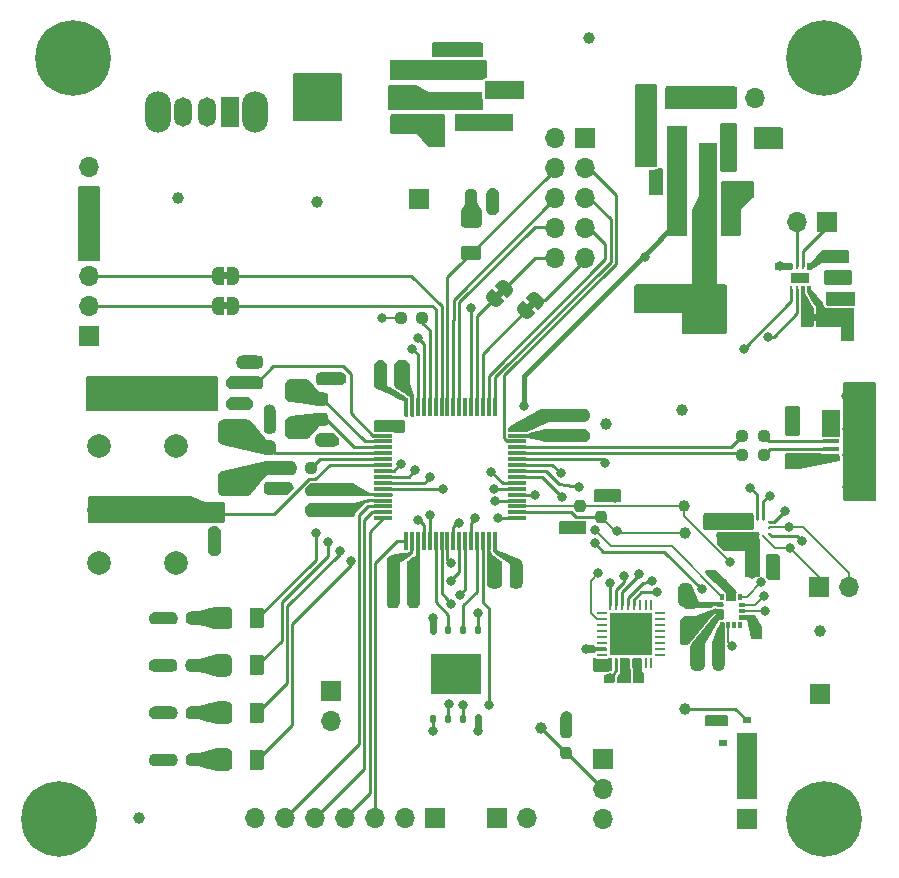
<source format=gbr>
%TF.GenerationSoftware,KiCad,Pcbnew,8.0.0-8.0.0-1~ubuntu22.04.1*%
%TF.CreationDate,2024-03-08T11:34:09-08:00*%
%TF.ProjectId,A1-FlightComputer,41312d46-6c69-4676-9874-436f6d707574,rev?*%
%TF.SameCoordinates,Original*%
%TF.FileFunction,Copper,L1,Top*%
%TF.FilePolarity,Positive*%
%FSLAX46Y46*%
G04 Gerber Fmt 4.6, Leading zero omitted, Abs format (unit mm)*
G04 Created by KiCad (PCBNEW 8.0.0-8.0.0-1~ubuntu22.04.1) date 2024-03-08 11:34:09*
%MOMM*%
%LPD*%
G01*
G04 APERTURE LIST*
G04 Aperture macros list*
%AMRoundRect*
0 Rectangle with rounded corners*
0 $1 Rounding radius*
0 $2 $3 $4 $5 $6 $7 $8 $9 X,Y pos of 4 corners*
0 Add a 4 corners polygon primitive as box body*
4,1,4,$2,$3,$4,$5,$6,$7,$8,$9,$2,$3,0*
0 Add four circle primitives for the rounded corners*
1,1,$1+$1,$2,$3*
1,1,$1+$1,$4,$5*
1,1,$1+$1,$6,$7*
1,1,$1+$1,$8,$9*
0 Add four rect primitives between the rounded corners*
20,1,$1+$1,$2,$3,$4,$5,0*
20,1,$1+$1,$4,$5,$6,$7,0*
20,1,$1+$1,$6,$7,$8,$9,0*
20,1,$1+$1,$8,$9,$2,$3,0*%
%AMFreePoly0*
4,1,19,0.499999,-0.750000,0.000000,-0.750000,0.000000,-0.744912,-0.071157,-0.744911,-0.207708,-0.704816,-0.327430,-0.627875,-0.420627,-0.520320,-0.479746,-0.390866,-0.500000,-0.250000,-0.500000,0.250000,-0.479746,0.390866,-0.420627,0.520320,-0.327430,0.627875,-0.207708,0.704816,-0.071157,0.744911,0.000000,0.744912,0.000000,0.750000,0.499999,0.750000,0.499999,-0.750000,0.499999,-0.750000,
$1*%
%AMFreePoly1*
4,1,19,0.000000,0.744912,0.071157,0.744911,0.207708,0.704816,0.327430,0.627875,0.420627,0.520320,0.479746,0.390866,0.500000,0.250000,0.500000,-0.250000,0.479746,-0.390866,0.420627,-0.520320,0.327430,-0.627875,0.207708,-0.704816,0.071157,-0.744911,0.000000,-0.744912,0.000000,-0.750000,-0.499999,-0.750000,-0.499999,0.750000,0.000000,0.750000,0.000000,0.744912,0.000000,0.744912,
$1*%
G04 Aperture macros list end*
%TA.AperFunction,EtchedComponent*%
%ADD10C,0.000000*%
%TD*%
%TA.AperFunction,SMDPad,CuDef*%
%ADD11RoundRect,0.237500X0.300000X0.237500X-0.300000X0.237500X-0.300000X-0.237500X0.300000X-0.237500X0*%
%TD*%
%TA.AperFunction,SMDPad,CuDef*%
%ADD12RoundRect,0.237500X-0.237500X0.300000X-0.237500X-0.300000X0.237500X-0.300000X0.237500X0.300000X0*%
%TD*%
%TA.AperFunction,SMDPad,CuDef*%
%ADD13RoundRect,0.250000X0.375000X0.625000X-0.375000X0.625000X-0.375000X-0.625000X0.375000X-0.625000X0*%
%TD*%
%TA.AperFunction,SMDPad,CuDef*%
%ADD14RoundRect,0.237500X0.237500X-0.300000X0.237500X0.300000X-0.237500X0.300000X-0.237500X-0.300000X0*%
%TD*%
%TA.AperFunction,ComponentPad*%
%ADD15R,1.700000X1.700000*%
%TD*%
%TA.AperFunction,ComponentPad*%
%ADD16O,1.700000X1.700000*%
%TD*%
%TA.AperFunction,SMDPad,CuDef*%
%ADD17FreePoly0,225.000000*%
%TD*%
%TA.AperFunction,SMDPad,CuDef*%
%ADD18FreePoly1,225.000000*%
%TD*%
%TA.AperFunction,SMDPad,CuDef*%
%ADD19RoundRect,0.237500X-0.250000X-0.237500X0.250000X-0.237500X0.250000X0.237500X-0.250000X0.237500X0*%
%TD*%
%TA.AperFunction,SMDPad,CuDef*%
%ADD20RoundRect,0.250000X0.625000X-0.375000X0.625000X0.375000X-0.625000X0.375000X-0.625000X-0.375000X0*%
%TD*%
%TA.AperFunction,SMDPad,CuDef*%
%ADD21RoundRect,0.237500X0.250000X0.237500X-0.250000X0.237500X-0.250000X-0.237500X0.250000X-0.237500X0*%
%TD*%
%TA.AperFunction,ComponentPad*%
%ADD22C,1.000000*%
%TD*%
%TA.AperFunction,SMDPad,CuDef*%
%ADD23RoundRect,0.237500X-0.237500X0.250000X-0.237500X-0.250000X0.237500X-0.250000X0.237500X0.250000X0*%
%TD*%
%TA.AperFunction,SMDPad,CuDef*%
%ADD24RoundRect,0.125000X0.125000X-0.200000X0.125000X0.200000X-0.125000X0.200000X-0.125000X-0.200000X0*%
%TD*%
%TA.AperFunction,SMDPad,CuDef*%
%ADD25R,4.300000X3.400000*%
%TD*%
%TA.AperFunction,SMDPad,CuDef*%
%ADD26R,1.800000X1.750000*%
%TD*%
%TA.AperFunction,ComponentPad*%
%ADD27C,6.400000*%
%TD*%
%TA.AperFunction,SMDPad,CuDef*%
%ADD28RoundRect,0.075000X-0.700000X-0.075000X0.700000X-0.075000X0.700000X0.075000X-0.700000X0.075000X0*%
%TD*%
%TA.AperFunction,SMDPad,CuDef*%
%ADD29RoundRect,0.075000X-0.075000X-0.700000X0.075000X-0.700000X0.075000X0.700000X-0.075000X0.700000X0*%
%TD*%
%TA.AperFunction,SMDPad,CuDef*%
%ADD30RoundRect,0.250000X-0.300000X0.300000X-0.300000X-0.300000X0.300000X-0.300000X0.300000X0.300000X0*%
%TD*%
%TA.AperFunction,SMDPad,CuDef*%
%ADD31R,2.500000X1.900000*%
%TD*%
%TA.AperFunction,SMDPad,CuDef*%
%ADD32FreePoly0,180.000000*%
%TD*%
%TA.AperFunction,SMDPad,CuDef*%
%ADD33FreePoly1,180.000000*%
%TD*%
%TA.AperFunction,SMDPad,CuDef*%
%ADD34R,1.400000X0.400000*%
%TD*%
%TA.AperFunction,SMDPad,CuDef*%
%ADD35R,1.900000X2.300000*%
%TD*%
%TA.AperFunction,SMDPad,CuDef*%
%ADD36R,1.900000X1.800000*%
%TD*%
%TA.AperFunction,ComponentPad*%
%ADD37C,2.000000*%
%TD*%
%TA.AperFunction,SMDPad,CuDef*%
%ADD38R,1.500000X2.000000*%
%TD*%
%TA.AperFunction,SMDPad,CuDef*%
%ADD39R,3.800000X2.000000*%
%TD*%
%TA.AperFunction,SMDPad,CuDef*%
%ADD40RoundRect,0.237500X-0.300000X-0.237500X0.300000X-0.237500X0.300000X0.237500X-0.300000X0.237500X0*%
%TD*%
%TA.AperFunction,ComponentPad*%
%ADD41O,2.200000X3.500000*%
%TD*%
%TA.AperFunction,ComponentPad*%
%ADD42R,1.500000X2.500000*%
%TD*%
%TA.AperFunction,ComponentPad*%
%ADD43O,1.500000X2.500000*%
%TD*%
%TA.AperFunction,SMDPad,CuDef*%
%ADD44RoundRect,0.250000X-0.625000X0.375000X-0.625000X-0.375000X0.625000X-0.375000X0.625000X0.375000X0*%
%TD*%
%TA.AperFunction,SMDPad,CuDef*%
%ADD45R,0.351536X0.576580*%
%TD*%
%TA.AperFunction,SMDPad,CuDef*%
%ADD46R,0.576580X0.351536*%
%TD*%
%TA.AperFunction,SMDPad,CuDef*%
%ADD47RoundRect,0.062500X0.062500X-0.375000X0.062500X0.375000X-0.062500X0.375000X-0.062500X-0.375000X0*%
%TD*%
%TA.AperFunction,SMDPad,CuDef*%
%ADD48RoundRect,0.062500X0.375000X-0.062500X0.375000X0.062500X-0.375000X0.062500X-0.375000X-0.062500X0*%
%TD*%
%TA.AperFunction,SMDPad,CuDef*%
%ADD49R,3.600000X3.600000*%
%TD*%
%TA.AperFunction,SMDPad,CuDef*%
%ADD50R,0.250000X0.500000*%
%TD*%
%TA.AperFunction,ComponentPad*%
%ADD51C,0.600000*%
%TD*%
%TA.AperFunction,SMDPad,CuDef*%
%ADD52R,1.600000X0.900000*%
%TD*%
%TA.AperFunction,SMDPad,CuDef*%
%ADD53RoundRect,0.237500X0.237500X-0.250000X0.237500X0.250000X-0.237500X0.250000X-0.237500X-0.250000X0*%
%TD*%
%TA.AperFunction,SMDPad,CuDef*%
%ADD54R,0.254000X0.279400*%
%TD*%
%TA.AperFunction,SMDPad,CuDef*%
%ADD55R,0.279400X0.254000*%
%TD*%
%TA.AperFunction,SMDPad,CuDef*%
%ADD56R,2.000000X1.500000*%
%TD*%
%TA.AperFunction,SMDPad,CuDef*%
%ADD57R,2.000000X3.800000*%
%TD*%
%TA.AperFunction,SMDPad,CuDef*%
%ADD58R,0.700000X1.000000*%
%TD*%
%TA.AperFunction,SMDPad,CuDef*%
%ADD59R,0.700000X0.600000*%
%TD*%
%TA.AperFunction,SMDPad,CuDef*%
%ADD60RoundRect,0.250000X0.300000X0.300000X-0.300000X0.300000X-0.300000X-0.300000X0.300000X-0.300000X0*%
%TD*%
%TA.AperFunction,ViaPad*%
%ADD61C,0.800000*%
%TD*%
%TA.AperFunction,Conductor*%
%ADD62C,0.400000*%
%TD*%
%TA.AperFunction,Conductor*%
%ADD63C,0.250000*%
%TD*%
%TA.AperFunction,Conductor*%
%ADD64C,0.200000*%
%TD*%
G04 APERTURE END LIST*
D10*
%TA.AperFunction,EtchedComponent*%
%TO.C,JP203*%
G36*
X160229290Y-66644974D02*
G01*
X159875736Y-66998528D01*
X159451472Y-66574264D01*
X159805026Y-66220710D01*
X160229290Y-66644974D01*
G37*
%TD.AperFunction*%
%TA.AperFunction,EtchedComponent*%
%TO.C,JP204*%
G36*
X162879290Y-67694974D02*
G01*
X162525736Y-68048528D01*
X162101472Y-67624264D01*
X162455026Y-67270710D01*
X162879290Y-67694974D01*
G37*
%TD.AperFunction*%
%TA.AperFunction,EtchedComponent*%
%TO.C,JP202*%
G36*
X136899999Y-67950000D02*
G01*
X136399999Y-67950000D01*
X136399999Y-67350000D01*
X136899999Y-67350000D01*
X136899999Y-67950000D01*
G37*
%TD.AperFunction*%
%TA.AperFunction,EtchedComponent*%
%TO.C,JP301*%
G36*
X186777600Y-68924393D02*
G01*
X186277600Y-68924393D01*
X186277600Y-68324393D01*
X186777600Y-68324393D01*
X186777600Y-68924393D01*
G37*
%TD.AperFunction*%
%TA.AperFunction,EtchedComponent*%
%TO.C,JP201*%
G36*
X136899999Y-65400000D02*
G01*
X136399999Y-65400000D01*
X136399999Y-64800000D01*
X136899999Y-64800000D01*
X136899999Y-65400000D01*
G37*
%TD.AperFunction*%
%TD*%
D11*
%TO.P,C207,1*%
%TO.N,+3V3*%
X152551300Y-89692000D03*
%TO.P,C207,2*%
%TO.N,GND*%
X150826300Y-89692000D03*
%TD*%
D12*
%TO.P,C304,1*%
%TO.N,+3V3*%
X175950000Y-92787500D03*
%TO.P,C304,2*%
%TO.N,GND*%
X175950000Y-94512500D03*
%TD*%
D13*
%TO.P,D303,1,K*%
%TO.N,/Peripherals/LED1*%
X139311200Y-98098000D03*
%TO.P,D303,2,A*%
%TO.N,Net-(D303-A)*%
X136511200Y-98098000D03*
%TD*%
D14*
%TO.P,C401,1*%
%TO.N,+BATT*%
X156646400Y-47679300D03*
%TO.P,C401,2*%
%TO.N,GND*%
X156646400Y-45954300D03*
%TD*%
D15*
%TO.P,SW301,1,A*%
%TO.N,Net-(J303-Pin_4)*%
X125103298Y-58450000D03*
D16*
%TO.P,SW301,2,B*%
%TO.N,GND*%
X125103298Y-55910000D03*
%TD*%
D17*
%TO.P,JP203,1,A*%
%TO.N,Net-(J205-Pin_10)*%
X160300000Y-66150000D03*
D18*
%TO.P,JP203,2,B*%
%TO.N,/STM32/DEBUG_RX*%
X159380762Y-67069238D03*
%TD*%
D19*
%TO.P,R201,1*%
%TO.N,Net-(R201-Pad1)*%
X135402700Y-75960800D03*
%TO.P,R201,2*%
%TO.N,GND*%
X137227700Y-75960800D03*
%TD*%
D13*
%TO.P,D304,1,K*%
%TO.N,/Peripherals/LED0*%
X139311200Y-94098000D03*
%TO.P,D304,2,A*%
%TO.N,Net-(D304-A)*%
X136511200Y-94098000D03*
%TD*%
%TO.P,D301,1,K*%
%TO.N,/Peripherals/LED3*%
X139311200Y-106098000D03*
%TO.P,D301,2,A*%
%TO.N,Net-(D301-A)*%
X136511200Y-106098000D03*
%TD*%
D19*
%TO.P,R203,1*%
%TO.N,Net-(SW203-B)*%
X151487500Y-68700000D03*
%TO.P,R203,2*%
%TO.N,/STM32/BOOT0*%
X153312500Y-68700000D03*
%TD*%
D20*
%TO.P,D201,1,K*%
%TO.N,/STM32/JTAG_CON*%
X157460600Y-63214600D03*
%TO.P,D201,2,A*%
%TO.N,Net-(D201-A)*%
X157460600Y-60414600D03*
%TD*%
D21*
%TO.P,R306,1*%
%TO.N,Net-(D303-A)*%
X133823700Y-98098000D03*
%TO.P,R306,2*%
%TO.N,+3V3*%
X131998700Y-98098000D03*
%TD*%
D15*
%TO.P,J301,1,Pin_1*%
%TO.N,+5V*%
X154380000Y-111000000D03*
D16*
%TO.P,J301,2,Pin_2*%
%TO.N,+3V3*%
X151840000Y-111000000D03*
%TO.P,J301,3,Pin_3*%
%TO.N,/Peripherals/STG0*%
X149300000Y-111000000D03*
%TO.P,J301,4,Pin_4*%
%TO.N,/Peripherals/STG1*%
X146760000Y-111000000D03*
%TO.P,J301,5,Pin_5*%
%TO.N,/Peripherals/STG2*%
X144220000Y-111000000D03*
%TO.P,J301,6,Pin_6*%
%TO.N,/Peripherals/STG3*%
X141680000Y-111000000D03*
%TO.P,J301,7,Pin_7*%
%TO.N,GND*%
X139140000Y-111000000D03*
%TD*%
D14*
%TO.P,C302,1*%
%TO.N,+3V3*%
X178917600Y-87579200D03*
%TO.P,C302,2*%
%TO.N,GND*%
X178917600Y-85854200D03*
%TD*%
D19*
%TO.P,R204,1*%
%TO.N,Net-(C204-Pad2)*%
X142089500Y-81381600D03*
%TO.P,R204,2*%
%TO.N,/STM32/HSE_OSC_OUT*%
X143914500Y-81381600D03*
%TD*%
D12*
%TO.P,C214,1*%
%TO.N,+3V3*%
X163982400Y-76912300D03*
%TO.P,C214,2*%
%TO.N,GND*%
X163982400Y-78637300D03*
%TD*%
D22*
%TO.P,TP205,1,1*%
%TO.N,GND*%
X132650000Y-58550000D03*
%TD*%
%TO.P,TP401,1,1*%
%TO.N,+BATT*%
X167400000Y-44950000D03*
%TD*%
%TO.P,TP207,1,1*%
%TO.N,GND*%
X187000000Y-95200000D03*
%TD*%
D23*
%TO.P,R402,1*%
%TO.N,+3V3*%
X156646400Y-50271200D03*
%TO.P,R402,2*%
%TO.N,Net-(D403-A)*%
X156646400Y-52096200D03*
%TD*%
D24*
%TO.P,U202,1,nCS*%
%TO.N,/STM32/QuadSPI_NCS*%
X154228800Y-102597600D03*
%TO.P,U202,2,IO1/DO*%
%TO.N,/STM32/QuadSPI_IO1*%
X155498800Y-102597600D03*
%TO.P,U202,3,IO2/nWP*%
%TO.N,/STM32/QuadSPI_IO2*%
X156768800Y-102597600D03*
%TO.P,U202,4,GND*%
%TO.N,GND*%
X158038800Y-102597600D03*
%TO.P,U202,5,IO0/DI*%
%TO.N,/STM32/QuadSPI_IO0*%
X158038800Y-95097600D03*
%TO.P,U202,6,CLK*%
%TO.N,/STM32/QuadSPI_CLK*%
X156768800Y-95097600D03*
%TO.P,U202,7,IO3/nHOLD*%
%TO.N,/STM32/QuadSPI_IO3*%
X155498800Y-95097600D03*
%TO.P,U202,8,VCC*%
%TO.N,+3V3*%
X154228800Y-95097600D03*
D25*
%TO.P,U202,9*%
%TO.N,N/C*%
X156133800Y-98847600D03*
%TD*%
D12*
%TO.P,C201,1*%
%TO.N,GND*%
X144840000Y-73813500D03*
%TO.P,C201,2*%
%TO.N,/STM32/LSE_OSC_IN*%
X144840000Y-75538500D03*
%TD*%
D26*
%TO.P,Y201,1,1*%
%TO.N,/STM32/LSE_OSC_OUT*%
X142655600Y-78028200D03*
%TO.P,Y201,2,2*%
%TO.N,/STM32/LSE_OSC_IN*%
X142655600Y-74778200D03*
%TD*%
D14*
%TO.P,C305,1*%
%TO.N,+5V*%
X189313869Y-68752900D03*
%TO.P,C305,2*%
%TO.N,GND*%
X189313869Y-67027900D03*
%TD*%
D17*
%TO.P,JP204,1,A*%
%TO.N,Net-(J205-Pin_9)*%
X162950000Y-67200000D03*
D18*
%TO.P,JP204,2,B*%
%TO.N,/STM32/DEBUG_TX*%
X162030762Y-68119238D03*
%TD*%
D22*
%TO.P,TP402,1,1*%
%TO.N,+5V*%
X172310000Y-67005600D03*
%TD*%
%TO.P,TP201,1,1*%
%TO.N,/Peripherals/I2C_SDA*%
X175449200Y-84614000D03*
%TD*%
D23*
%TO.P,R303,1*%
%TO.N,+3V3*%
X165505000Y-103710000D03*
%TO.P,R303,2*%
%TO.N,/Peripherals/Payload_TEMP*%
X165505000Y-105535000D03*
%TD*%
D11*
%TO.P,C402,1*%
%TO.N,+BATT*%
X174824000Y-57658800D03*
%TO.P,C402,2*%
%TO.N,GND*%
X173099000Y-57658800D03*
%TD*%
D15*
%TO.P,J202,1,Pin_1*%
%TO.N,/STM32/PC12*%
X153000000Y-58600000D03*
%TD*%
D27*
%TO.P,H104,1,1*%
%TO.N,unconnected-(H104-Pad1)*%
X122555000Y-111125000D03*
%TD*%
D28*
%TO.P,U201,1,VBAT*%
%TO.N,+BATT*%
X150003000Y-78139400D03*
%TO.P,U201,2,PC13*%
%TO.N,/STM32/WAKEUP*%
X150003000Y-78639400D03*
%TO.P,U201,3,PC14*%
%TO.N,/STM32/LSE_OSC_IN*%
X150003000Y-79139400D03*
%TO.P,U201,4,PC15*%
%TO.N,/STM32/LSE_OSC_OUT*%
X150003000Y-79639400D03*
%TO.P,U201,5,PH0*%
%TO.N,/STM32/HSE_OSC_IN*%
X150003000Y-80139400D03*
%TO.P,U201,6,PH1*%
%TO.N,/STM32/HSE_OSC_OUT*%
X150003000Y-80639400D03*
%TO.P,U201,7,NRST*%
%TO.N,/STM32/NRST*%
X150003000Y-81139400D03*
%TO.P,U201,8,PC0*%
%TO.N,/Peripherals/LED0*%
X150003000Y-81639400D03*
%TO.P,U201,9,PC1*%
%TO.N,/Peripherals/LED1*%
X150003000Y-82139400D03*
%TO.P,U201,10,PC2*%
%TO.N,/Peripherals/LED2*%
X150003000Y-82639400D03*
%TO.P,U201,11,PC3*%
%TO.N,/Peripherals/LED3*%
X150003000Y-83139400D03*
%TO.P,U201,12,VSSA*%
%TO.N,GND*%
X150003000Y-83639400D03*
%TO.P,U201,13,VDDA*%
%TO.N,+3V3*%
X150003000Y-84139400D03*
%TO.P,U201,14,PA0*%
%TO.N,/Peripherals/STG3*%
X150003000Y-84639400D03*
%TO.P,U201,15,PA1*%
%TO.N,/Peripherals/STG2*%
X150003000Y-85139400D03*
%TO.P,U201,16,PA2*%
%TO.N,/Peripherals/STG1*%
X150003000Y-85639400D03*
D29*
%TO.P,U201,17,PA3*%
%TO.N,/Peripherals/STG0*%
X151928000Y-87564400D03*
%TO.P,U201,18,VSS*%
%TO.N,GND*%
X152428000Y-87564400D03*
%TO.P,U201,19,VDD*%
%TO.N,+3V3*%
X152928000Y-87564400D03*
%TO.P,U201,20,PA4*%
%TO.N,/STM32/PB8*%
X153428000Y-87564400D03*
%TO.P,U201,21,PA5*%
%TO.N,/STM32/PB9*%
X153928000Y-87564400D03*
%TO.P,U201,22,PA6*%
%TO.N,/STM32/QuadSPI_IO3*%
X154428000Y-87564400D03*
%TO.P,U201,23,PA7*%
%TO.N,/STM32/QuadSPI_IO2*%
X154928000Y-87564400D03*
%TO.P,U201,24,PC4*%
%TO.N,/STM32/PC4*%
X155428000Y-87564400D03*
%TO.P,U201,25,PC5*%
%TO.N,/STM32/PC5*%
X155928000Y-87564400D03*
%TO.P,U201,26,PB0*%
%TO.N,/STM32/QuadSPI_IO1*%
X156428000Y-87564400D03*
%TO.P,U201,27,PB1*%
%TO.N,/STM32/QuadSPI_IO0*%
X156928000Y-87564400D03*
%TO.P,U201,28,PB2*%
%TO.N,/Peripherals/Payload_TEMP*%
X157428000Y-87564400D03*
%TO.P,U201,29,PB10*%
%TO.N,/STM32/QuadSPI_CLK*%
X157928000Y-87564400D03*
%TO.P,U201,30,PB11*%
%TO.N,/STM32/QuadSPI_NCS*%
X158428000Y-87564400D03*
%TO.P,U201,31,VSS*%
%TO.N,GND*%
X158928000Y-87564400D03*
%TO.P,U201,32,VDD*%
%TO.N,+3V3*%
X159428000Y-87564400D03*
D28*
%TO.P,U201,33,PB12*%
%TO.N,/Peripherals/GoPro_ON*%
X161353000Y-85639400D03*
%TO.P,U201,34,PB13*%
%TO.N,/Peripherals/I2C_SCL*%
X161353000Y-85139400D03*
%TO.P,U201,35,PB14*%
%TO.N,/Peripherals/I2C_SDA*%
X161353000Y-84639400D03*
%TO.P,U201,36,PB15*%
%TO.N,/STM32/PB15*%
X161353000Y-84139400D03*
%TO.P,U201,37,PC6*%
%TO.N,/Peripherals/ADX_INT2*%
X161353000Y-83639400D03*
%TO.P,U201,38,PC7*%
%TO.N,/Peripherals/ADX_INT1*%
X161353000Y-83139400D03*
%TO.P,U201,39,PC8*%
%TO.N,/Peripherals/LSM_INT2*%
X161353000Y-82639400D03*
%TO.P,U201,40,PC9*%
%TO.N,/Peripherals/LSM_INT1*%
X161353000Y-82139400D03*
%TO.P,U201,41,PA8*%
%TO.N,/Peripherals/BME_CS*%
X161353000Y-81639400D03*
%TO.P,U201,42,PA9*%
%TO.N,/Peripherals/BME_INT*%
X161353000Y-81139400D03*
%TO.P,U201,43,PA10*%
%TO.N,/STM32/USB_OTG_ID*%
X161353000Y-80639400D03*
%TO.P,U201,44,PA11*%
%TO.N,Net-(U201-PA11)*%
X161353000Y-80139400D03*
%TO.P,U201,45,PA12*%
%TO.N,Net-(U201-PA12)*%
X161353000Y-79639400D03*
%TO.P,U201,46,PA13*%
%TO.N,/STM32/JTMS{slash}SWDIO*%
X161353000Y-79139400D03*
%TO.P,U201,47,VSS*%
%TO.N,GND*%
X161353000Y-78639400D03*
%TO.P,U201,48,VDDUSB*%
%TO.N,+3V3*%
X161353000Y-78139400D03*
D29*
%TO.P,U201,49,PA14*%
%TO.N,/STM32/JTCK{slash}SWCLK*%
X159428000Y-76214400D03*
%TO.P,U201,50,PA15*%
%TO.N,/STM32/JTDI*%
X158928000Y-76214400D03*
%TO.P,U201,51,PC10*%
%TO.N,/STM32/DEBUG_TX*%
X158428000Y-76214400D03*
%TO.P,U201,52,PC11*%
%TO.N,/STM32/DEBUG_RX*%
X157928000Y-76214400D03*
%TO.P,U201,53,PC12*%
%TO.N,/STM32/PC12*%
X157428000Y-76214400D03*
%TO.P,U201,54,PD2*%
%TO.N,unconnected-(U201-PD2-Pad54)*%
X156928000Y-76214400D03*
%TO.P,U201,55,PB3*%
%TO.N,/STM32/JTDO{slash}TRACESWO*%
X156428000Y-76214400D03*
%TO.P,U201,56,PB4*%
%TO.N,/STM32/NJTRST*%
X155928000Y-76214400D03*
%TO.P,U201,57,PB5*%
%TO.N,/STM32/JTAG_CON*%
X155428000Y-76214400D03*
%TO.P,U201,58,PB6*%
%TO.N,Net-(JP201-A)*%
X154928000Y-76214400D03*
%TO.P,U201,59,PB7*%
%TO.N,Net-(JP202-A)*%
X154428000Y-76214400D03*
%TO.P,U201,60,BOOT0*%
%TO.N,/STM32/BOOT0*%
X153928000Y-76214400D03*
%TO.P,U201,61,PB8*%
%TO.N,/Peripherals/Actuator_IN1*%
X153428000Y-76214400D03*
%TO.P,U201,62,PB9*%
%TO.N,/Peripherals/Actuator_IN2*%
X152928000Y-76214400D03*
%TO.P,U201,63,VSS*%
%TO.N,GND*%
X152428000Y-76214400D03*
%TO.P,U201,64,VDD*%
%TO.N,+3V3*%
X151928000Y-76214400D03*
%TD*%
D22*
%TO.P,TP208,1,1*%
%TO.N,GND*%
X129275000Y-111050000D03*
%TD*%
D12*
%TO.P,C306,1*%
%TO.N,+BATT*%
X187858800Y-63514300D03*
%TO.P,C306,2*%
%TO.N,GND*%
X187858800Y-65239300D03*
%TD*%
D15*
%TO.P,J304,1,Pin_1*%
%TO.N,+5V*%
X180775000Y-111100000D03*
D16*
%TO.P,J304,2,Pin_2*%
%TO.N,Net-(J304-Pin_2)*%
X180775000Y-108560000D03*
%TD*%
D22*
%TO.P,TP206,1,1*%
%TO.N,GND*%
X175300000Y-76500000D03*
%TD*%
D12*
%TO.P,C405,1*%
%TO.N,+3V3*%
X154665200Y-50323100D03*
%TO.P,C405,2*%
%TO.N,GND*%
X154665200Y-52048100D03*
%TD*%
D30*
%TO.P,D404,1,K*%
%TO.N,+5V*%
X184612600Y-78033100D03*
%TO.P,D404,2,A*%
%TO.N,Net-(D404-A)*%
X184612600Y-80833100D03*
%TD*%
D31*
%TO.P,Y202,1,1*%
%TO.N,Net-(C204-Pad2)*%
X137312400Y-82702400D03*
%TO.P,Y202,2,2*%
%TO.N,/STM32/HSE_OSC_IN*%
X137312400Y-78302400D03*
%TD*%
D15*
%TO.P,J201,1,Pin_1*%
%TO.N,/STM32/PB15*%
X186950000Y-100500000D03*
%TD*%
D32*
%TO.P,JP202,1,A*%
%TO.N,Net-(JP202-A)*%
X137299998Y-67650000D03*
D33*
%TO.P,JP202,2,B*%
%TO.N,/Peripherals/LoRa_TX*%
X136000000Y-67650000D03*
%TD*%
D34*
%TO.P,J402,1,VBUS*%
%TO.N,Net-(D404-A)*%
X187889500Y-80432600D03*
%TO.P,J402,2,D-*%
%TO.N,/Power/USB_D-*%
X187889500Y-79782600D03*
%TO.P,J402,3,D+*%
%TO.N,/Power/USB_D+*%
X187889500Y-79132600D03*
%TO.P,J402,4,ID*%
%TO.N,GND*%
X187889500Y-78482600D03*
%TO.P,J402,5,GND*%
X187889500Y-77832600D03*
D35*
%TO.P,J402,6,Shield*%
X190739500Y-82882600D03*
D36*
X190739500Y-80282600D03*
X190739500Y-77982600D03*
D35*
X190739500Y-75382600D03*
%TD*%
D37*
%TO.P,SW202,1,1*%
%TO.N,/STM32/NRST*%
X125950000Y-84937600D03*
X132450000Y-84937600D03*
%TO.P,SW202,2,2*%
%TO.N,GND*%
X125950000Y-89437600D03*
X132450000Y-89437600D03*
%TD*%
D15*
%TO.P,J305,1,Pin_1*%
%TO.N,/Peripherals/I2C_SCL*%
X186875000Y-91485000D03*
D16*
%TO.P,J305,2,Pin_2*%
%TO.N,/Peripherals/I2C_SDA*%
X189415000Y-91485000D03*
%TD*%
D14*
%TO.P,C212,1*%
%TO.N,+3V3*%
X145293600Y-84958500D03*
%TO.P,C212,2*%
%TO.N,GND*%
X145293600Y-83233500D03*
%TD*%
D13*
%TO.P,D402,2,A*%
%TO.N,Net-(D402-A)*%
X179215600Y-53450000D03*
%TO.P,D402,1,K*%
%TO.N,GND*%
X182015600Y-53450000D03*
%TD*%
D22*
%TO.P,TP209,1,1*%
%TO.N,/STM32/USB_OTG_ID*%
X168859200Y-77673200D03*
%TD*%
D38*
%TO.P,U401,1,GND*%
%TO.N,GND*%
X179410000Y-60655600D03*
%TO.P,U401,2,VO*%
%TO.N,+5V*%
X177110000Y-60655600D03*
D39*
X177110000Y-66955600D03*
D38*
%TO.P,U401,3,VI*%
%TO.N,+BATT*%
X174810000Y-60655600D03*
%TD*%
D40*
%TO.P,C210,1*%
%TO.N,+3V3*%
X149749700Y-74121400D03*
%TO.P,C210,2*%
%TO.N,GND*%
X151474700Y-74121400D03*
%TD*%
D15*
%TO.P,J303,1,Pin_1*%
%TO.N,+3V3*%
X125100000Y-70175000D03*
D16*
%TO.P,J303,2,Pin_2*%
%TO.N,/Peripherals/LoRa_TX*%
X125100000Y-67635000D03*
%TO.P,J303,3,Pin_3*%
%TO.N,/Peripherals/LoRa_RX*%
X125100000Y-65095000D03*
%TO.P,J303,4,Pin_4*%
%TO.N,Net-(J303-Pin_4)*%
X125100000Y-62555000D03*
%TD*%
D41*
%TO.P,SW203,*%
%TO.N,*%
X139150000Y-51200000D03*
X130950000Y-51200000D03*
D42*
%TO.P,SW203,1,A*%
%TO.N,+3V3*%
X137050000Y-51200000D03*
D43*
%TO.P,SW203,2,B*%
%TO.N,Net-(SW203-B)*%
X135050000Y-51200000D03*
%TO.P,SW203,3,C*%
%TO.N,GND*%
X133050000Y-51200000D03*
%TD*%
D19*
%TO.P,R401,1*%
%TO.N,+5V*%
X177414800Y-55677600D03*
%TO.P,R401,2*%
%TO.N,Net-(D402-A)*%
X179239800Y-55677600D03*
%TD*%
D21*
%TO.P,R305,1*%
%TO.N,Net-(D302-A)*%
X133823700Y-102098000D03*
%TO.P,R305,2*%
%TO.N,+3V3*%
X131998700Y-102098000D03*
%TD*%
D44*
%TO.P,D403,1,K*%
%TO.N,GND*%
X159550000Y-49350000D03*
%TO.P,D403,2,A*%
%TO.N,Net-(D403-A)*%
X159550000Y-52150000D03*
%TD*%
D19*
%TO.P,R206,1*%
%TO.N,Net-(U201-PA12)*%
X180397100Y-78675400D03*
%TO.P,R206,2*%
%TO.N,/Power/USB_D+*%
X182222100Y-78675400D03*
%TD*%
D40*
%TO.P,C404,1*%
%TO.N,+5V*%
X177466700Y-57658800D03*
%TO.P,C404,2*%
%TO.N,GND*%
X179191700Y-57658800D03*
%TD*%
D45*
%TO.P,U302,1,SDO/SA0*%
%TO.N,+3V3*%
X180200000Y-92279400D03*
%TO.P,U302,2,SDx*%
%TO.N,GND*%
X179699999Y-92279400D03*
%TO.P,U302,3,SCx*%
X179199999Y-92279400D03*
%TO.P,U302,4,INT1*%
%TO.N,/Peripherals/LSM_INT1*%
X178699998Y-92279400D03*
D46*
%TO.P,U302,5,VDDIO*%
%TO.N,+3V3*%
X178493699Y-92989701D03*
%TO.P,U302,6,GND*%
%TO.N,GND*%
X178493699Y-93489700D03*
%TO.P,U302,7,GND*%
X178493699Y-93989699D03*
D45*
%TO.P,U302,8,VDD*%
%TO.N,+3V3*%
X178699998Y-94700000D03*
%TO.P,U302,9,INT2*%
%TO.N,/Peripherals/LSM_INT2*%
X179199999Y-94700000D03*
%TO.P,U302,10,OCS_Aux*%
%TO.N,unconnected-(U302-OCS_Aux-Pad10)*%
X179699999Y-94700000D03*
%TO.P,U302,11,SDO_Aux*%
%TO.N,unconnected-(U302-SDO_Aux-Pad11)*%
X180200000Y-94700000D03*
D46*
%TO.P,U302,12,CS*%
%TO.N,+3V3*%
X180406299Y-93989699D03*
%TO.P,U302,13,SCL*%
%TO.N,/Peripherals/I2C_SCL*%
X180406299Y-93489700D03*
%TO.P,U302,14,SDA*%
%TO.N,/Peripherals/I2C_SDA*%
X180406299Y-92989701D03*
%TD*%
D11*
%TO.P,C209,1*%
%TO.N,+3V3*%
X161238100Y-89712800D03*
%TO.P,C209,2*%
%TO.N,GND*%
X159513100Y-89712800D03*
%TD*%
D22*
%TO.P,TP204,1,1*%
%TO.N,/Peripherals/GoPro_ON*%
X175500000Y-101750000D03*
%TD*%
D15*
%TO.P,J204,1,Pin_1*%
%TO.N,/STM32/PB8*%
X145525000Y-100250000D03*
D16*
%TO.P,J204,2,Pin_2*%
%TO.N,/STM32/PB9*%
X145525000Y-102790000D03*
%TD*%
D19*
%TO.P,R205,1*%
%TO.N,Net-(U201-PA11)*%
X180399000Y-80301000D03*
%TO.P,R205,2*%
%TO.N,/Power/USB_D-*%
X182224000Y-80301000D03*
%TD*%
D40*
%TO.P,C301,1*%
%TO.N,+3V3*%
X181255500Y-89255600D03*
%TO.P,C301,2*%
%TO.N,GND*%
X182980500Y-89255600D03*
%TD*%
D27*
%TO.P,H103,1,1*%
%TO.N,unconnected-(H103-Pad1)*%
X187325000Y-111125000D03*
%TD*%
D15*
%TO.P,J306,1,Pin_1*%
%TO.N,Net-(J306-Pin_1)*%
X187558800Y-60551993D03*
D16*
%TO.P,J306,2,Pin_2*%
%TO.N,Net-(J306-Pin_2)*%
X185018800Y-60551993D03*
%TD*%
D15*
%TO.P,J203,1,Pin_1*%
%TO.N,/STM32/PC4*%
X159660000Y-111000000D03*
D16*
%TO.P,J203,2,Pin_2*%
%TO.N,/STM32/PC5*%
X162200000Y-111000000D03*
%TD*%
D21*
%TO.P,R304,1*%
%TO.N,Net-(D301-A)*%
X133823700Y-106098000D03*
%TO.P,R304,2*%
%TO.N,+3V3*%
X131998700Y-106098000D03*
%TD*%
D19*
%TO.P,R202,1*%
%TO.N,Net-(R201-Pad1)*%
X135402700Y-74160800D03*
%TO.P,R202,2*%
%TO.N,/STM32/WAKEUP*%
X137227700Y-74160800D03*
%TD*%
D47*
%TO.P,U304,1,GND*%
%TO.N,GND*%
X169200000Y-97887500D03*
%TO.P,U304,2,RESERVED*%
%TO.N,+3V3*%
X169700000Y-97887500D03*
%TO.P,U304,3,GND*%
%TO.N,GND*%
X170200000Y-97887500D03*
%TO.P,U304,4,GND*%
X170700000Y-97887500D03*
%TO.P,U304,5,VS*%
%TO.N,+3V3*%
X171200000Y-97887500D03*
%TO.P,U304,6,nCS*%
X171700000Y-97887500D03*
%TO.P,U304,7,RESERVED*%
%TO.N,unconnected-(U304-RESERVED-Pad7)*%
X172200000Y-97887500D03*
%TO.P,U304,8,NC*%
%TO.N,unconnected-(U304-NC-Pad8)*%
X172700000Y-97887500D03*
D48*
%TO.P,U304,9,NC*%
%TO.N,unconnected-(U304-NC-Pad9)*%
X173387500Y-97200000D03*
%TO.P,U304,10,NC*%
%TO.N,unconnected-(U304-NC-Pad10)*%
X173387500Y-96700000D03*
%TO.P,U304,11,NC*%
%TO.N,unconnected-(U304-NC-Pad11)*%
X173387500Y-96200000D03*
%TO.P,U304,12,NC*%
%TO.N,unconnected-(U304-NC-Pad12)*%
X173387500Y-95700000D03*
%TO.P,U304,13,NC*%
%TO.N,unconnected-(U304-NC-Pad13)*%
X173387500Y-95200000D03*
%TO.P,U304,14,NC*%
%TO.N,unconnected-(U304-NC-Pad14)*%
X173387500Y-94700000D03*
%TO.P,U304,15,NC*%
%TO.N,unconnected-(U304-NC-Pad15)*%
X173387500Y-94200000D03*
%TO.P,U304,16,NC*%
%TO.N,unconnected-(U304-NC-Pad16)*%
X173387500Y-93700000D03*
D47*
%TO.P,U304,17,NC*%
%TO.N,unconnected-(U304-NC-Pad17)*%
X172700000Y-93012500D03*
%TO.P,U304,18,NC*%
%TO.N,unconnected-(U304-NC-Pad18)*%
X172200000Y-93012500D03*
%TO.P,U304,19,NC*%
%TO.N,unconnected-(U304-NC-Pad19)*%
X171700000Y-93012500D03*
%TO.P,U304,20,INT1*%
%TO.N,/Peripherals/ADX_INT1*%
X171200000Y-93012500D03*
%TO.P,U304,21,INT2*%
%TO.N,/Peripherals/ADX_INT2*%
X170700000Y-93012500D03*
%TO.P,U304,22,RESERVED*%
%TO.N,GND*%
X170200000Y-93012500D03*
%TO.P,U304,23,SDO/ALT_ADDR*%
%TO.N,+3V3*%
X169700000Y-93012500D03*
%TO.P,U304,24,SDA/SDI/SDIO*%
%TO.N,/Peripherals/I2C_SDA*%
X169200000Y-93012500D03*
D48*
%TO.P,U304,25*%
%TO.N,N/C*%
X168512500Y-93700000D03*
%TO.P,U304,26,SCL/SCLK*%
%TO.N,/Peripherals/I2C_SCL*%
X168512500Y-94200000D03*
%TO.P,U304,27,NC*%
%TO.N,unconnected-(U304-NC-Pad27)*%
X168512500Y-94700000D03*
%TO.P,U304,28,NC*%
%TO.N,unconnected-(U304-NC-Pad28)*%
X168512500Y-95200000D03*
%TO.P,U304,29,NC*%
%TO.N,unconnected-(U304-NC-Pad29)*%
X168512500Y-95700000D03*
%TO.P,U304,30,NC*%
%TO.N,unconnected-(U304-NC-Pad30)*%
X168512500Y-96200000D03*
%TO.P,U304,31,VDDIO*%
%TO.N,+3V3*%
X168512500Y-96700000D03*
%TO.P,U304,32,NC*%
%TO.N,unconnected-(U304-NC-Pad32)*%
X168512500Y-97200000D03*
D49*
%TO.P,U304,33*%
%TO.N,N/C*%
X170950000Y-95450000D03*
%TD*%
D14*
%TO.P,C204,1*%
%TO.N,GND*%
X140372200Y-83107700D03*
%TO.P,C204,2*%
%TO.N,Net-(C204-Pad2)*%
X140372200Y-81382700D03*
%TD*%
%TO.P,C211,1*%
%TO.N,+3V3*%
X146970000Y-84958500D03*
%TO.P,C211,2*%
%TO.N,GND*%
X146970000Y-83233500D03*
%TD*%
D32*
%TO.P,JP301,1,A*%
%TO.N,+5V*%
X187177600Y-68624393D03*
D33*
%TO.P,JP301,2,B*%
%TO.N,Net-(JP301-B)*%
X185877600Y-68624393D03*
%TD*%
D37*
%TO.P,SW201,1,1*%
%TO.N,+3V3*%
X132450000Y-79552800D03*
X125950000Y-79552800D03*
%TO.P,SW201,2,2*%
%TO.N,Net-(R201-Pad1)*%
X132450000Y-75052800D03*
X125950000Y-75052800D03*
%TD*%
D50*
%TO.P,U303,1,VM*%
%TO.N,+BATT*%
X186018000Y-64321593D03*
%TO.P,U303,2,OUT1*%
%TO.N,Net-(J306-Pin_1)*%
X185518000Y-64321593D03*
%TO.P,U303,3,OUT2*%
%TO.N,Net-(J306-Pin_2)*%
X185018000Y-64321593D03*
%TO.P,U303,4,GND*%
%TO.N,GND*%
X184518000Y-64321593D03*
%TO.P,U303,5,IN2*%
%TO.N,/Peripherals/Actuator_IN2*%
X184518000Y-66221593D03*
%TO.P,U303,6,IN1*%
%TO.N,/Peripherals/Actuator_IN1*%
X185018000Y-66221593D03*
%TO.P,U303,7,~{SLEEP}*%
%TO.N,Net-(JP301-B)*%
X185518000Y-66221593D03*
%TO.P,U303,8,VCC*%
%TO.N,+5V*%
X186018000Y-66221593D03*
D51*
%TO.P,U303,9,GND*%
%TO.N,GND*%
X185768000Y-65271593D03*
D52*
X185268000Y-65271593D03*
D51*
X184768000Y-65271593D03*
%TD*%
D21*
%TO.P,R307,1*%
%TO.N,Net-(D304-A)*%
X133823700Y-94098000D03*
%TO.P,R307,2*%
%TO.N,+3V3*%
X131998700Y-94098000D03*
%TD*%
D12*
%TO.P,C203,1*%
%TO.N,GND*%
X140372200Y-77928300D03*
%TO.P,C203,2*%
%TO.N,/STM32/HSE_OSC_IN*%
X140372200Y-79653300D03*
%TD*%
D22*
%TO.P,TP203,1,1*%
%TO.N,/Peripherals/I2C_SCL*%
X175500000Y-86900000D03*
%TD*%
D32*
%TO.P,JP201,1,A*%
%TO.N,Net-(JP201-A)*%
X137299998Y-65100000D03*
D33*
%TO.P,JP201,2,B*%
%TO.N,/Peripherals/LoRa_RX*%
X136000000Y-65100000D03*
%TD*%
D14*
%TO.P,C202,1*%
%TO.N,GND*%
X144840000Y-78992900D03*
%TO.P,C202,2*%
%TO.N,/STM32/LSE_OSC_OUT*%
X144840000Y-77267900D03*
%TD*%
D22*
%TO.P,TP202,1,1*%
%TO.N,/Peripherals/Payload_TEMP*%
X163375000Y-103400000D03*
%TD*%
D53*
%TO.P,R301,1*%
%TO.N,+3V3*%
X166624000Y-86408900D03*
%TO.P,R301,2*%
%TO.N,/Peripherals/I2C_SDA*%
X166624000Y-84583900D03*
%TD*%
D54*
%TO.P,U301,1,VDDIO*%
%TO.N,+3V3*%
X181668237Y-87178374D03*
%TO.P,U301,2,SCK*%
%TO.N,/Peripherals/I2C_SCL*%
X182168363Y-87178374D03*
D55*
%TO.P,U301,3,VSS*%
%TO.N,GND*%
X182667600Y-86929200D03*
%TO.P,U301,4,SDI*%
%TO.N,/Peripherals/I2C_SDA*%
X182667600Y-86429074D03*
%TO.P,U301,5,SDO*%
%TO.N,GND*%
X182667600Y-85928948D03*
D54*
%TO.P,U301,6,CSB*%
%TO.N,/Peripherals/BME_CS*%
X182168363Y-85679774D03*
%TO.P,U301,7,INT*%
%TO.N,/Peripherals/BME_INT*%
X181668237Y-85679774D03*
D55*
%TO.P,U301,8,VSS*%
%TO.N,GND*%
X181169000Y-85928948D03*
%TO.P,U301,9,VSS*%
X181169000Y-86429074D03*
%TO.P,U301,10,VDD*%
%TO.N,+3V3*%
X181169000Y-86929200D03*
%TD*%
D12*
%TO.P,C205,1*%
%TO.N,/STM32/NRST*%
X135686800Y-85294300D03*
%TO.P,C205,2*%
%TO.N,GND*%
X135686800Y-87019300D03*
%TD*%
D21*
%TO.P,R207,1*%
%TO.N,+3V3*%
X159268600Y-58309400D03*
%TO.P,R207,2*%
%TO.N,Net-(D201-A)*%
X157443600Y-58309400D03*
%TD*%
D12*
%TO.P,C213,1*%
%TO.N,+3V3*%
X165658800Y-76912300D03*
%TO.P,C213,2*%
%TO.N,GND*%
X165658800Y-78637300D03*
%TD*%
D27*
%TO.P,H102,1,1*%
%TO.N,unconnected-(H102-Pad1)*%
X187325000Y-46685200D03*
%TD*%
D15*
%TO.P,J205,1,Pin_1*%
%TO.N,GND*%
X167100000Y-53480000D03*
D16*
%TO.P,J205,2,Pin_2*%
%TO.N,+3V3*%
X164560000Y-53480000D03*
%TO.P,J205,3,Pin_3*%
%TO.N,/STM32/JTMS{slash}SWDIO*%
X167100000Y-56020000D03*
%TO.P,J205,4,Pin_4*%
%TO.N,/STM32/JTAG_CON*%
X164560000Y-56020000D03*
%TO.P,J205,5,Pin_5*%
%TO.N,/STM32/JTCK{slash}SWCLK*%
X167100000Y-58560000D03*
%TO.P,J205,6,Pin_6*%
%TO.N,/STM32/NJTRST*%
X164560000Y-58560000D03*
%TO.P,J205,7,Pin_7*%
%TO.N,/STM32/JTDI*%
X167100000Y-61100000D03*
%TO.P,J205,8,Pin_8*%
%TO.N,/STM32/JTDO{slash}TRACESWO*%
X164560000Y-61100000D03*
%TO.P,J205,9,Pin_9*%
%TO.N,Net-(J205-Pin_9)*%
X167100000Y-63640000D03*
%TO.P,J205,10,Pin_10*%
%TO.N,Net-(J205-Pin_10)*%
X164560000Y-63640000D03*
%TD*%
D12*
%TO.P,C206,1*%
%TO.N,+3V3*%
X139265200Y-72433100D03*
%TO.P,C206,2*%
%TO.N,/STM32/WAKEUP*%
X139265200Y-74158100D03*
%TD*%
D23*
%TO.P,R302,1*%
%TO.N,+3V3*%
X168402000Y-83720300D03*
%TO.P,R302,2*%
%TO.N,/Peripherals/I2C_SCL*%
X168402000Y-85545300D03*
%TD*%
D15*
%TO.P,J401,1,Pin_1*%
%TO.N,Net-(D401-A)*%
X172239400Y-50071000D03*
D16*
%TO.P,J401,2,Pin_2*%
%TO.N,Net-(J401-Pin_2)*%
X174779400Y-50071000D03*
%TD*%
D11*
%TO.P,C303,1*%
%TO.N,+3V3*%
X178362500Y-96800000D03*
%TO.P,C303,2*%
%TO.N,GND*%
X176637500Y-96800000D03*
%TD*%
D27*
%TO.P,H101,1,1*%
%TO.N,unconnected-(H101-Pad1)*%
X123748800Y-46685200D03*
%TD*%
D13*
%TO.P,D302,1,K*%
%TO.N,/Peripherals/LED2*%
X139311200Y-102098000D03*
%TO.P,D302,2,A*%
%TO.N,Net-(D302-A)*%
X136511200Y-102098000D03*
%TD*%
D56*
%TO.P,U402,1,GND*%
%TO.N,GND*%
X151668400Y-52266400D03*
%TO.P,U402,2,VO*%
%TO.N,+3V3*%
X151668400Y-49966400D03*
D57*
X145368400Y-49966400D03*
D56*
%TO.P,U402,3,VI*%
%TO.N,+BATT*%
X151668400Y-47666400D03*
%TD*%
D58*
%TO.P,Q301,1,D*%
%TO.N,Net-(J304-Pin_2)*%
X180750000Y-104450000D03*
D59*
%TO.P,Q301,2,G*%
%TO.N,/Peripherals/GoPro_ON*%
X180750000Y-102750000D03*
%TO.P,Q301,3,S*%
%TO.N,GND*%
X178750000Y-102750000D03*
%TO.P,Q301,4*%
%TO.N,N/C*%
X178750000Y-104650000D03*
%TD*%
D60*
%TO.P,D401,1,K*%
%TO.N,+BATT*%
X175100000Y-55248800D03*
%TO.P,D401,2,A*%
%TO.N,Net-(D401-A)*%
X172300000Y-55248800D03*
%TD*%
D15*
%TO.P,SW401,1,A*%
%TO.N,Net-(J401-Pin_2)*%
X178884200Y-50051600D03*
D16*
%TO.P,SW401,2,B*%
%TO.N,GND*%
X181424200Y-50051600D03*
%TD*%
D22*
%TO.P,TP403,1,1*%
%TO.N,+3V3*%
X144400000Y-58850000D03*
%TD*%
D15*
%TO.P,J302,1,Pin_1*%
%TO.N,GND*%
X168605000Y-106010000D03*
D16*
%TO.P,J302,2,Pin_2*%
%TO.N,/Peripherals/Payload_TEMP*%
X168605000Y-108550000D03*
%TO.P,J302,3,Pin_3*%
%TO.N,GND*%
X168605000Y-111090000D03*
%TD*%
D14*
%TO.P,C403,1*%
%TO.N,+BATT*%
X154665200Y-47680400D03*
%TO.P,C403,2*%
%TO.N,GND*%
X154665200Y-45955400D03*
%TD*%
D11*
%TO.P,C208,1*%
%TO.N,+3V3*%
X152551300Y-91490800D03*
%TO.P,C208,2*%
%TO.N,GND*%
X150826300Y-91490800D03*
%TD*%
D61*
%TO.N,GND*%
X189215500Y-78107400D03*
X183000000Y-90450000D03*
X135686800Y-88239600D03*
X180652000Y-58370000D03*
X143922000Y-83283200D03*
X183350000Y-53459200D03*
X177550000Y-85900000D03*
X150825200Y-92760800D03*
X166928800Y-78638400D03*
X180652000Y-57506400D03*
X161350000Y-49350000D03*
X177662200Y-102765200D03*
X184000000Y-85000000D03*
X173082800Y-56468000D03*
X187915500Y-76948200D03*
X177950000Y-90450000D03*
X158038800Y-103632000D03*
X189164700Y-75313400D03*
X145796000Y-78994000D03*
X171634100Y-90393200D03*
X168512500Y-98018000D03*
X151587200Y-72796400D03*
X140360400Y-76606400D03*
X159410400Y-91033600D03*
X187969600Y-66991993D03*
X189179600Y-65240400D03*
X146262400Y-73812400D03*
X183591600Y-64306393D03*
X178750000Y-91150000D03*
X189215500Y-82984200D03*
X153954000Y-53522400D03*
X176650000Y-98000000D03*
X175550000Y-95850000D03*
X141782800Y-83108800D03*
X170400000Y-99150000D03*
X189215500Y-80241000D03*
X154817600Y-53522400D03*
X185420000Y-87528400D03*
X138415200Y-75945600D03*
X157916400Y-45953200D03*
%TO.N,+3V3*%
X157916400Y-50322000D03*
X181600000Y-95350000D03*
X159218600Y-59520200D03*
X166928800Y-76911200D03*
X175600000Y-91550000D03*
X170334100Y-90543200D03*
X165505000Y-102438100D03*
X154228800Y-94081600D03*
X171600000Y-99150000D03*
X143032000Y-48645600D03*
X138065200Y-72445600D03*
X130638000Y-98070800D03*
X143922000Y-84908800D03*
X143032000Y-49915600D03*
X169570400Y-83921600D03*
X182000000Y-91050000D03*
X181250000Y-90350000D03*
X143032000Y-51134800D03*
X130646000Y-106080400D03*
X169150000Y-99200000D03*
X165404800Y-86410800D03*
X130646800Y-94071600D03*
X161239200Y-91033600D03*
X130646000Y-102080400D03*
X149758400Y-72796400D03*
X178400000Y-98000000D03*
X167140900Y-96697200D03*
X152552400Y-92760800D03*
%TO.N,+5V*%
X189319600Y-70141993D03*
X177100000Y-69250000D03*
X175830000Y-69250000D03*
X177502400Y-54356800D03*
X178319200Y-69250000D03*
X184600000Y-76650000D03*
%TO.N,/Peripherals/LED3*%
X155041600Y-83159600D03*
X147218400Y-89255600D03*
%TO.N,/Peripherals/LED2*%
X153924000Y-82143600D03*
X146304000Y-88442800D03*
%TO.N,/Peripherals/LED1*%
X152704800Y-81584800D03*
X145288000Y-87680800D03*
%TO.N,/Peripherals/LED0*%
X151485600Y-81076800D03*
X144272000Y-86868000D03*
%TO.N,+BATT*%
X161900000Y-76100000D03*
X172155800Y-63555600D03*
X189027200Y-63513200D03*
X175267200Y-53205600D03*
X158119600Y-47223200D03*
X151333200Y-77876400D03*
X158119600Y-48137600D03*
X174454400Y-53205600D03*
%TO.N,/STM32/PB8*%
X152950000Y-85750000D03*
%TO.N,/STM32/PB9*%
X153950000Y-85350000D03*
%TO.N,/STM32/PB15*%
X159450000Y-84200000D03*
%TO.N,/STM32/PC4*%
X155702000Y-89408000D03*
%TO.N,/STM32/PC5*%
X156362400Y-86004400D03*
%TO.N,/Peripherals/Payload_TEMP*%
X157784800Y-85648800D03*
%TO.N,/STM32/PC12*%
X157434970Y-67808815D03*
%TO.N,/Peripherals/I2C_SDA*%
X184302400Y-86410800D03*
X182200000Y-92250000D03*
X179350000Y-89350000D03*
X169223700Y-91160000D03*
%TO.N,/Peripherals/I2C_SCL*%
X184404000Y-88138000D03*
X182322800Y-93463200D03*
X169800000Y-86750000D03*
X168200000Y-90312500D03*
%TO.N,/Peripherals/GoPro_ON*%
X159715200Y-85648800D03*
%TO.N,Net-(SW203-B)*%
X149850000Y-68700000D03*
%TO.N,/STM32/QuadSPI_IO2*%
X156768800Y-101447600D03*
X155702000Y-92862400D03*
%TO.N,/STM32/QuadSPI_IO1*%
X155752800Y-90932000D03*
X155549600Y-101346000D03*
%TO.N,/STM32/QuadSPI_IO0*%
X158038800Y-93624400D03*
X156464000Y-92100400D03*
%TO.N,/STM32/USB_OTG_ID*%
X168757600Y-80924400D03*
%TO.N,/Peripherals/Actuator_IN1*%
X152900000Y-70400000D03*
X182600000Y-70250000D03*
%TO.N,/Peripherals/Actuator_IN2*%
X152400000Y-71350000D03*
X180500000Y-71300000D03*
%TO.N,/STM32/QuadSPI_NCS*%
X154228800Y-103632000D03*
X158902400Y-101447600D03*
%TO.N,/Peripherals/BME_CS*%
X182727600Y-83718400D03*
X166522400Y-83007200D03*
%TO.N,/Peripherals/BME_INT*%
X181051200Y-83108800D03*
X164998400Y-81838800D03*
%TO.N,/Peripherals/LSM_INT1*%
X165100000Y-83820000D03*
X167900000Y-86650000D03*
%TO.N,/Peripherals/LSM_INT2*%
X167900000Y-87700000D03*
X159150000Y-81700000D03*
X179522800Y-96463200D03*
X176954800Y-91650000D03*
%TO.N,/Peripherals/ADX_INT1*%
X173184100Y-91893200D03*
X159350000Y-83150000D03*
%TO.N,/Peripherals/ADX_INT2*%
X172784100Y-90943200D03*
X162850000Y-83700000D03*
%TD*%
D62*
%TO.N,+BATT*%
X172155800Y-63555600D02*
X172155800Y-63309800D01*
X172155800Y-63309800D02*
X174810000Y-60655600D01*
D63*
%TO.N,/STM32/NRST*%
X150003000Y-81139400D02*
X145446276Y-81139400D01*
X144235676Y-82350000D02*
X143694300Y-82350000D01*
X145446276Y-81139400D02*
X144235676Y-82350000D01*
X140750000Y-85294300D02*
X135686800Y-85294300D01*
X143694300Y-82350000D02*
X140750000Y-85294300D01*
%TO.N,GND*%
X170200000Y-91877300D02*
X171634100Y-90443200D01*
X183960000Y-85090000D02*
X184000000Y-85050000D01*
X182667600Y-85928948D02*
X183107852Y-85928948D01*
X185027400Y-87135800D02*
X185420000Y-87528400D01*
X182667600Y-86929200D02*
X182874200Y-87135800D01*
X182874200Y-87135800D02*
X185027400Y-87135800D01*
X171634100Y-90443200D02*
X171634100Y-90393200D01*
X183946800Y-85090000D02*
X183960000Y-85090000D01*
X184000000Y-85050000D02*
X184000000Y-85000000D01*
X170200000Y-93012500D02*
X170200000Y-91877300D01*
X183107852Y-85928948D02*
X183946800Y-85090000D01*
%TO.N,+3V3*%
X169700000Y-91709005D02*
X170334100Y-91074905D01*
X169700000Y-93012500D02*
X169700000Y-91709005D01*
D64*
X180770600Y-92279400D02*
X182000000Y-91050000D01*
D63*
X170334100Y-91074905D02*
X170334100Y-90543200D01*
D64*
X180200000Y-92279400D02*
X180770600Y-92279400D01*
D63*
%TO.N,/STM32/WAKEUP*%
X150003000Y-78639400D02*
X149160236Y-78639400D01*
X149160236Y-78639400D02*
X147269200Y-76748364D01*
X147269200Y-76748364D02*
X147269200Y-73406000D01*
X140677700Y-72745600D02*
X139265200Y-74158100D01*
X146608800Y-72745600D02*
X140677700Y-72745600D01*
X147269200Y-73406000D02*
X146608800Y-72745600D01*
%TO.N,/STM32/LSE_OSC_IN*%
X148440900Y-79139400D02*
X144840000Y-75538500D01*
X150003000Y-79139400D02*
X148440900Y-79139400D01*
%TO.N,/STM32/LSE_OSC_OUT*%
X150003000Y-79639400D02*
X147508200Y-79639400D01*
X147508200Y-79639400D02*
X145136700Y-77267900D01*
%TO.N,/STM32/HSE_OSC_IN*%
X140858300Y-80139400D02*
X140372200Y-79653300D01*
X150003000Y-80139400D02*
X140858300Y-80139400D01*
%TO.N,/STM32/JTAG_CON*%
X155428000Y-65250000D02*
X164789238Y-55888762D01*
X155428000Y-76214400D02*
X155428000Y-65250000D01*
%TO.N,/Peripherals/LED3*%
X147218400Y-89631600D02*
X147218400Y-89255600D01*
X155021400Y-83139400D02*
X155041600Y-83159600D01*
X139311200Y-106098000D02*
X142300000Y-103109200D01*
X147218400Y-89255600D02*
X147044400Y-89255600D01*
X142300000Y-103109200D02*
X142300000Y-94550000D01*
X150003000Y-83139400D02*
X155021400Y-83139400D01*
X142300000Y-94550000D02*
X147218400Y-89631600D01*
%TO.N,/Peripherals/LED2*%
X153479000Y-82639400D02*
X153924000Y-82194400D01*
X150003000Y-82639400D02*
X153479000Y-82639400D01*
X146304000Y-88646000D02*
X146304000Y-88442800D01*
X141850000Y-93100000D02*
X146304000Y-88646000D01*
X153924000Y-82194400D02*
X153924000Y-82143600D01*
X141850000Y-99559200D02*
X141850000Y-93100000D01*
X139311200Y-102098000D02*
X141850000Y-99559200D01*
X153974800Y-82143600D02*
X153873200Y-82245200D01*
X153924000Y-82143600D02*
X153974800Y-82143600D01*
%TO.N,/Peripherals/LED1*%
X141400000Y-92750000D02*
X145288000Y-88862000D01*
X150003000Y-82139400D02*
X152150200Y-82139400D01*
X139311200Y-98098000D02*
X141400000Y-96009200D01*
X145288000Y-88862000D02*
X145288000Y-87680800D01*
X152150200Y-82139400D02*
X152704800Y-81584800D01*
X141400000Y-96009200D02*
X141400000Y-92750000D01*
%TO.N,/Peripherals/LED0*%
X144272000Y-89137200D02*
X144272000Y-86868000D01*
X151434800Y-81076800D02*
X151485600Y-81076800D01*
X139311200Y-94098000D02*
X144272000Y-89137200D01*
X150872200Y-81639400D02*
X151434800Y-81076800D01*
X150003000Y-81639400D02*
X150872200Y-81639400D01*
X151485600Y-81026000D02*
X151434800Y-81076800D01*
X151485600Y-81076800D02*
X151485600Y-81026000D01*
D62*
%TO.N,+BATT*%
X171944400Y-63555600D02*
X172155800Y-63555600D01*
X161900000Y-76100000D02*
X161900000Y-73600000D01*
X149953000Y-78089400D02*
X150003000Y-78089400D01*
X172155800Y-63555600D02*
X172155800Y-63505600D01*
X172155800Y-63505600D02*
X172168400Y-63493000D01*
X161900000Y-73600000D02*
X171944400Y-63555600D01*
D63*
%TO.N,/STM32/PB8*%
X153428000Y-86178000D02*
X153000000Y-85750000D01*
X152950000Y-85700000D02*
X153000000Y-85750000D01*
X153000000Y-85750000D02*
X152950000Y-85750000D01*
X152950000Y-85750000D02*
X152950000Y-85700000D01*
X153428000Y-87564400D02*
X153428000Y-86178000D01*
%TO.N,/STM32/PB9*%
X153928000Y-87564400D02*
X153950000Y-85350000D01*
%TO.N,/STM32/JTMS{slash}SWDIO*%
X160253000Y-73519493D02*
X160253000Y-78882164D01*
X160253000Y-78882164D02*
X160510236Y-79139400D01*
X160510236Y-79139400D02*
X161353000Y-79139400D01*
X169682438Y-58241962D02*
X169682438Y-64090055D01*
X167329238Y-55888762D02*
X169682438Y-58241962D01*
X169682438Y-64090055D02*
X160253000Y-73519493D01*
%TO.N,/STM32/JTCK{slash}SWCLK*%
X169232438Y-60331962D02*
X167329238Y-58428762D01*
X159428000Y-76214400D02*
X159428000Y-73708097D01*
X159428000Y-73708097D02*
X169232438Y-63903659D01*
X169232438Y-63903659D02*
X169232438Y-60331962D01*
%TO.N,/STM32/JTDO{slash}TRACESWO*%
X162820446Y-60968762D02*
X164789238Y-60968762D01*
X156428000Y-76214400D02*
X156428000Y-67361208D01*
X156428000Y-67361208D02*
X162820446Y-60968762D01*
%TO.N,/STM32/PB15*%
X161342400Y-84150000D02*
X159500000Y-84150000D01*
%TO.N,/STM32/JTDI*%
X158928000Y-73571701D02*
X168782438Y-63717263D01*
X158928000Y-76214400D02*
X158928000Y-73571701D01*
X168782438Y-63717263D02*
X168782438Y-62421962D01*
X168782438Y-62421962D02*
X167329238Y-60968762D01*
%TO.N,/STM32/NJTRST*%
X155928000Y-76214400D02*
X155928000Y-68871596D01*
X155939200Y-67160800D02*
X164548838Y-58551162D01*
X155928000Y-68871596D02*
X155939200Y-68871596D01*
X155939200Y-68871596D02*
X155939200Y-67160800D01*
%TO.N,/STM32/PC4*%
X155428000Y-87564400D02*
X155428000Y-89134000D01*
X155428000Y-89134000D02*
X155702000Y-89408000D01*
%TO.N,/STM32/PC5*%
X155928000Y-86337200D02*
X156260800Y-86004400D01*
X156260800Y-86004400D02*
X156362400Y-86004400D01*
X156362400Y-85902800D02*
X156311600Y-85953600D01*
X155928000Y-87564400D02*
X155928000Y-86337200D01*
X156362400Y-86004400D02*
X156362400Y-85902800D01*
%TO.N,/Peripherals/STG0*%
X151185600Y-87564400D02*
X149300000Y-89450000D01*
X149300000Y-89450000D02*
X149300000Y-111000000D01*
X151928000Y-87564400D02*
X151185600Y-87564400D01*
%TO.N,/Peripherals/STG1*%
X148850000Y-86792400D02*
X148850000Y-108910000D01*
X148850000Y-108910000D02*
X146760000Y-111000000D01*
X150003000Y-85639400D02*
X148850000Y-86792400D01*
%TO.N,/Peripherals/STG2*%
X150003000Y-85139400D02*
X149010600Y-85139400D01*
X148393400Y-106826600D02*
X144220000Y-111000000D01*
X149010600Y-85139400D02*
X148393400Y-85756600D01*
X148393400Y-85756600D02*
X148393400Y-106826600D01*
%TO.N,/Peripherals/STG3*%
X148660600Y-84639400D02*
X147943400Y-85356600D01*
X150003000Y-84639400D02*
X148660600Y-84639400D01*
X147943400Y-104736600D02*
X141680000Y-111000000D01*
X147943400Y-85356600D02*
X147943400Y-104736600D01*
%TO.N,/Peripherals/Payload_TEMP*%
X157784800Y-85699600D02*
X157784800Y-85648800D01*
X164010000Y-104040000D02*
X164010000Y-104035000D01*
X157428000Y-87564400D02*
X157428000Y-86056400D01*
X157428000Y-86056400D02*
X157784800Y-85699600D01*
X164010000Y-104040000D02*
X165505000Y-105535000D01*
X164010000Y-104035000D02*
X163375000Y-103400000D01*
X165590000Y-105535000D02*
X168605000Y-108550000D01*
X157784800Y-85648800D02*
X157835600Y-85648800D01*
X157835600Y-85648800D02*
X157784800Y-85699600D01*
%TO.N,/STM32/PC12*%
X157428000Y-76214400D02*
X157434970Y-67808815D01*
%TO.N,/STM32/BOOT0*%
X153312500Y-69112500D02*
X153312500Y-68700000D01*
X153928000Y-69728000D02*
X153312500Y-69112500D01*
X153928000Y-76214400D02*
X153928000Y-69728000D01*
%TO.N,/STM32/HSE_OSC_OUT*%
X150003000Y-80639400D02*
X144656700Y-80639400D01*
X144656700Y-80639400D02*
X143914500Y-81381600D01*
D64*
%TO.N,/Peripherals/I2C_SDA*%
X184302400Y-86410800D02*
X185542881Y-86410800D01*
X180406299Y-92989701D02*
X181460299Y-92989701D01*
X185542881Y-86410800D02*
X189415000Y-90282919D01*
D63*
X169223700Y-91160000D02*
X169223700Y-92988800D01*
D64*
X175449200Y-85449200D02*
X175449200Y-84614000D01*
X189415000Y-90282919D02*
X189415000Y-91485000D01*
X161353000Y-84639400D02*
X166568500Y-84639400D01*
D63*
X169223700Y-92988800D02*
X169200000Y-93012500D01*
D64*
X179350000Y-89350000D02*
X175449200Y-85449200D01*
X181460299Y-92989701D02*
X182200000Y-92250000D01*
X166661700Y-84621600D02*
X175441600Y-84621600D01*
X184302400Y-86410800D02*
X182685874Y-86410800D01*
D63*
%TO.N,/Peripherals/I2C_SCL*%
X161353000Y-85139400D02*
X165889924Y-85139400D01*
D64*
X184404000Y-88138000D02*
X186875000Y-90609000D01*
X180406299Y-93489700D02*
X182296300Y-93489700D01*
X169606700Y-86750000D02*
X168402000Y-85545300D01*
D63*
X165889924Y-85139400D02*
X166295824Y-85545300D01*
D64*
X175500000Y-86900000D02*
X169950000Y-86900000D01*
X183138000Y-88138000D02*
X184404000Y-88138000D01*
X168060614Y-94200000D02*
X168512500Y-94200000D01*
X169950000Y-86900000D02*
X169800000Y-86750000D01*
X169800000Y-86750000D02*
X169606700Y-86750000D01*
X186875000Y-90609000D02*
X186875000Y-91485000D01*
X182296300Y-93489700D02*
X182322800Y-93463200D01*
X167550000Y-90962500D02*
X167550000Y-93689386D01*
X167550000Y-93689386D02*
X168060614Y-94200000D01*
D63*
X166295824Y-85545300D02*
X168402000Y-85545300D01*
D64*
X182178374Y-87178374D02*
X183138000Y-88138000D01*
X168200000Y-90312500D02*
X167550000Y-90962500D01*
D63*
X169800000Y-86750000D02*
X169800000Y-86800000D01*
%TO.N,/Peripherals/LoRa_TX*%
X130377198Y-67635000D02*
X125100000Y-67635000D01*
X130392198Y-67650000D02*
X136000000Y-67650000D01*
X130392198Y-67650000D02*
X130377198Y-67635000D01*
%TO.N,/Peripherals/LoRa_RX*%
X130452198Y-65100000D02*
X130447198Y-65095000D01*
X130447198Y-65095000D02*
X125100000Y-65095000D01*
X130452198Y-65100000D02*
X136000000Y-65100000D01*
%TO.N,Net-(J306-Pin_2)*%
X185018000Y-64321593D02*
X185018000Y-60957593D01*
%TO.N,Net-(J306-Pin_1)*%
X185518000Y-64321593D02*
X185518000Y-62989593D01*
X185518000Y-62989593D02*
X187554000Y-60953593D01*
%TO.N,Net-(JP201-A)*%
X154928000Y-67691604D02*
X154928000Y-76214400D01*
X152336396Y-65100000D02*
X154928000Y-67691604D01*
X137299998Y-65100000D02*
X152336396Y-65100000D01*
%TO.N,Net-(JP202-A)*%
X137299998Y-67650000D02*
X154128000Y-67650000D01*
X154128000Y-67650000D02*
X154428000Y-67950000D01*
X154428000Y-76214400D02*
X154428000Y-67950000D01*
%TO.N,/STM32/DEBUG_RX*%
X157928000Y-76214400D02*
X157928000Y-68522000D01*
X157928000Y-68522000D02*
X159380762Y-67069238D01*
%TO.N,/STM32/DEBUG_TX*%
X158428000Y-76214400D02*
X158428000Y-71699600D01*
X158428000Y-71699600D02*
X162277619Y-67849981D01*
%TO.N,/Peripherals/GoPro_ON*%
X159715200Y-85648800D02*
X161343600Y-85648800D01*
X175500000Y-101750000D02*
X179750000Y-101750000D01*
X179750000Y-101750000D02*
X180750000Y-102750000D01*
D64*
%TO.N,Net-(SW203-B)*%
X149850000Y-68700000D02*
X151487500Y-68700000D01*
D63*
%TO.N,Net-(U201-PA11)*%
X161353000Y-80139400D02*
X180237400Y-80139400D01*
%TO.N,/Power/USB_D-*%
X182742400Y-79782600D02*
X182224000Y-80301000D01*
X187889500Y-79782600D02*
X182742400Y-79782600D01*
%TO.N,Net-(U201-PA12)*%
X161353000Y-79639400D02*
X179460600Y-79639400D01*
X179460600Y-79639400D02*
X180397100Y-78702900D01*
%TO.N,/Power/USB_D+*%
X187889500Y-79132600D02*
X182679300Y-79132600D01*
X182679300Y-79132600D02*
X182222100Y-78675400D01*
%TO.N,/STM32/QuadSPI_IO3*%
X154428000Y-92756800D02*
X154428000Y-87564400D01*
X155498800Y-95097600D02*
X155498800Y-93827600D01*
X155498800Y-93827600D02*
X154428000Y-92756800D01*
%TO.N,/STM32/QuadSPI_IO2*%
X156768800Y-102597600D02*
X156768800Y-101447600D01*
X154928000Y-87564400D02*
X154928000Y-91986800D01*
X154928000Y-91986800D02*
X155702000Y-92862400D01*
%TO.N,/STM32/QuadSPI_IO1*%
X155498800Y-102597600D02*
X155498800Y-101396800D01*
X156428000Y-90206000D02*
X155752800Y-90881200D01*
X155498800Y-101396800D02*
X155549600Y-101346000D01*
X155752800Y-90881200D02*
X155752800Y-90932000D01*
X156428000Y-87564400D02*
X156428000Y-90206000D01*
%TO.N,/STM32/QuadSPI_IO0*%
X156928000Y-87564400D02*
X156928000Y-91636400D01*
X158038800Y-93624400D02*
X158038800Y-95097600D01*
X156928000Y-91636400D02*
X156464000Y-92100400D01*
%TO.N,/STM32/USB_OTG_ID*%
X168472600Y-80639400D02*
X168757600Y-80924400D01*
X161353000Y-80639400D02*
X168472600Y-80639400D01*
%TO.N,/Peripherals/Actuator_IN1*%
X152900000Y-70350000D02*
X153000000Y-70450000D01*
X153428000Y-76214400D02*
X153428000Y-70878000D01*
X185018000Y-68278789D02*
X185018000Y-67500000D01*
X152900000Y-70400000D02*
X152900000Y-70350000D01*
X152950000Y-70400000D02*
X152900000Y-70400000D01*
X183046789Y-70250000D02*
X185018000Y-68278789D01*
X153428000Y-70878000D02*
X152950000Y-70400000D01*
X185018000Y-67500000D02*
X185018000Y-66221593D01*
X182600000Y-70250000D02*
X183046789Y-70250000D01*
%TO.N,/Peripherals/Actuator_IN2*%
X152400000Y-71250000D02*
X152500000Y-71350000D01*
X180500000Y-71300000D02*
X180500000Y-71150000D01*
X152928000Y-76214400D02*
X152928000Y-71778000D01*
X184518000Y-67282000D02*
X184518000Y-66221593D01*
X180500000Y-71300000D02*
X184518000Y-67282000D01*
X152500000Y-71350000D02*
X152400000Y-71350000D01*
X152928000Y-71778000D02*
X152500000Y-71350000D01*
X152400000Y-71350000D02*
X152400000Y-71250000D01*
%TO.N,/STM32/QuadSPI_CLK*%
X156768800Y-93014800D02*
X157928000Y-91855600D01*
X157928000Y-91855600D02*
X157928000Y-87564400D01*
X156768800Y-95097600D02*
X156768800Y-93014800D01*
%TO.N,/STM32/QuadSPI_NCS*%
X158428000Y-87564400D02*
X158428000Y-92794400D01*
X154228800Y-103632000D02*
X154228800Y-102597600D01*
X158428000Y-92794400D02*
X158902400Y-93268800D01*
X158902400Y-93268800D02*
X158902400Y-101447600D01*
%TO.N,/Peripherals/BME_CS*%
X182168363Y-84175163D02*
X182625126Y-83718400D01*
X182727600Y-83718400D02*
X182727600Y-83615926D01*
X163773695Y-81639400D02*
X164887495Y-82753200D01*
X182168363Y-85679774D02*
X182168363Y-84175163D01*
X182625126Y-83718400D02*
X182727600Y-83718400D01*
X182727600Y-83615926D02*
X182625126Y-83718400D01*
X164887495Y-82753200D02*
X166522400Y-83007200D01*
X161353000Y-81639400D02*
X163773695Y-81639400D01*
%TO.N,/Peripherals/BME_INT*%
X181051200Y-83058000D02*
X181102000Y-83108800D01*
X161353000Y-81139400D02*
X164299000Y-81139400D01*
X181051200Y-83108800D02*
X181051200Y-83058000D01*
X181668237Y-83675037D02*
X181102000Y-83108800D01*
X181668237Y-85679774D02*
X181668237Y-83675037D01*
X164299000Y-81139400D02*
X164998400Y-81838800D01*
X181102000Y-83108800D02*
X181051200Y-83108800D01*
D64*
%TO.N,/Peripherals/LSM_INT1*%
X169235600Y-87985600D02*
X167900000Y-86650000D01*
D63*
X163419400Y-82139400D02*
X165100000Y-83820000D01*
D64*
X178699998Y-92279400D02*
X174406198Y-87985600D01*
X174406198Y-87985600D02*
X169235600Y-87985600D01*
D63*
X161353000Y-82139400D02*
X163419400Y-82139400D01*
%TO.N,/Peripherals/LSM_INT2*%
X168625000Y-88475000D02*
X167900000Y-87750000D01*
D64*
X179199999Y-94700000D02*
X179199999Y-96140399D01*
D63*
X168644300Y-88455700D02*
X173760500Y-88455700D01*
D64*
X179199999Y-96140399D02*
X179522800Y-96463200D01*
D63*
X173760500Y-88455700D02*
X176954800Y-91650000D01*
X160089400Y-82639400D02*
X161353000Y-82639400D01*
X167900000Y-87750000D02*
X167900000Y-87700000D01*
X159150000Y-81700000D02*
X160089400Y-82639400D01*
%TO.N,Net-(J205-Pin_9)*%
X167258438Y-63631162D02*
X163689600Y-67200000D01*
X163689600Y-67200000D02*
X162950000Y-67200000D01*
%TO.N,Net-(J205-Pin_10)*%
X162818838Y-63631162D02*
X164718438Y-63631162D01*
X162818838Y-63631162D02*
X160300000Y-66150000D01*
%TO.N,/Peripherals/ADX_INT1*%
X171832060Y-91893200D02*
X173184100Y-91893200D01*
X171200000Y-92525260D02*
X171832060Y-91893200D01*
X159360600Y-83139400D02*
X161353000Y-83139400D01*
X159350000Y-83150000D02*
X159360600Y-83139400D01*
X171200000Y-93012500D02*
X171200000Y-92525260D01*
%TO.N,/Peripherals/ADX_INT2*%
X170700000Y-92388864D02*
X171945664Y-91143200D01*
X161353000Y-83639400D02*
X162839400Y-83639400D01*
X170700000Y-93012500D02*
X170700000Y-92388864D01*
X171945664Y-91143200D02*
X172784100Y-90943200D01*
%TD*%
%TA.AperFunction,Conductor*%
%TO.N,+3V3*%
G36*
X166989156Y-76352605D02*
G01*
X167008913Y-76355205D01*
X167113884Y-76369025D01*
X167119922Y-76370643D01*
X167234683Y-76418179D01*
X167240107Y-76421311D01*
X167338646Y-76496923D01*
X167343076Y-76501353D01*
X167418688Y-76599892D01*
X167421821Y-76605317D01*
X167469354Y-76720072D01*
X167470975Y-76726119D01*
X167487395Y-76850842D01*
X167487600Y-76853975D01*
X167487600Y-76968424D01*
X167487395Y-76971557D01*
X167470975Y-77096280D01*
X167469353Y-77102332D01*
X167421821Y-77217082D01*
X167418688Y-77222507D01*
X167343076Y-77321046D01*
X167338646Y-77325476D01*
X167240107Y-77401088D01*
X167234682Y-77404221D01*
X167157747Y-77436089D01*
X167119929Y-77451753D01*
X167113880Y-77453375D01*
X166989157Y-77469795D01*
X166986024Y-77470000D01*
X164134800Y-77470000D01*
X164042845Y-77508127D01*
X164042831Y-77508132D01*
X162145047Y-78295019D01*
X162142826Y-78295814D01*
X162137525Y-78297423D01*
X162125872Y-78297997D01*
X162080133Y-78288900D01*
X160625869Y-78288900D01*
X160623148Y-78289442D01*
X160605135Y-78285857D01*
X160591484Y-78276735D01*
X160584863Y-78270113D01*
X160582543Y-78266640D01*
X160578500Y-78253309D01*
X160578500Y-77969621D01*
X160581914Y-77957284D01*
X160609889Y-77910611D01*
X160615550Y-77904158D01*
X160705517Y-77832758D01*
X160709112Y-77830398D01*
X163362651Y-76412127D01*
X163365316Y-76410906D01*
X163475397Y-76368445D01*
X163481081Y-76367021D01*
X163578446Y-76355013D01*
X163598180Y-76352580D01*
X163601117Y-76352400D01*
X166986024Y-76352400D01*
X166989156Y-76352605D01*
G37*
%TD.AperFunction*%
%TD*%
%TA.AperFunction,Conductor*%
%TO.N,GND*%
G36*
X183775439Y-52555285D02*
G01*
X183821194Y-52608089D01*
X183832400Y-52659600D01*
X183832400Y-54240400D01*
X183812715Y-54307439D01*
X183759911Y-54353194D01*
X183708400Y-54364400D01*
X181467200Y-54364400D01*
X181400161Y-54344715D01*
X181354406Y-54291911D01*
X181343200Y-54240400D01*
X181343200Y-52659600D01*
X181362885Y-52592561D01*
X181415689Y-52546806D01*
X181467200Y-52535600D01*
X183708400Y-52535600D01*
X183775439Y-52555285D01*
G37*
%TD.AperFunction*%
%TD*%
%TA.AperFunction,Conductor*%
%TO.N,GND*%
G36*
X135747156Y-86309405D02*
G01*
X135766913Y-86312005D01*
X135871884Y-86325825D01*
X135877922Y-86327443D01*
X135992683Y-86374979D01*
X135998107Y-86378111D01*
X136096646Y-86453723D01*
X136101076Y-86458153D01*
X136176688Y-86556692D01*
X136179821Y-86562117D01*
X136227354Y-86676872D01*
X136228975Y-86682919D01*
X136245395Y-86807642D01*
X136245600Y-86810775D01*
X136245600Y-88347624D01*
X136245395Y-88350757D01*
X136228975Y-88475480D01*
X136227353Y-88481532D01*
X136179821Y-88596282D01*
X136176688Y-88601707D01*
X136101076Y-88700246D01*
X136096646Y-88704676D01*
X135998107Y-88780288D01*
X135992682Y-88783421D01*
X135915747Y-88815289D01*
X135877929Y-88830953D01*
X135871880Y-88832575D01*
X135747157Y-88848995D01*
X135744024Y-88849200D01*
X135629576Y-88849200D01*
X135626443Y-88848995D01*
X135501719Y-88832575D01*
X135495672Y-88830954D01*
X135410630Y-88795728D01*
X135380917Y-88783421D01*
X135375492Y-88780288D01*
X135276953Y-88704676D01*
X135272523Y-88700246D01*
X135196911Y-88601707D01*
X135193778Y-88596282D01*
X135146243Y-88481522D01*
X135144625Y-88475484D01*
X135128205Y-88350756D01*
X135128000Y-88347624D01*
X135128000Y-86810775D01*
X135128205Y-86807643D01*
X135128530Y-86805167D01*
X135144625Y-86682913D01*
X135146242Y-86676878D01*
X135193780Y-86562112D01*
X135196911Y-86556692D01*
X135272527Y-86458148D01*
X135276948Y-86453727D01*
X135375494Y-86378109D01*
X135380912Y-86374980D01*
X135495678Y-86327442D01*
X135501713Y-86325825D01*
X135609091Y-86311689D01*
X135626444Y-86309405D01*
X135629576Y-86309200D01*
X135744024Y-86309200D01*
X135747156Y-86309405D01*
G37*
%TD.AperFunction*%
%TD*%
%TA.AperFunction,Conductor*%
%TO.N,GND*%
G36*
X140369956Y-75997005D02*
G01*
X140389713Y-75999605D01*
X140494684Y-76013425D01*
X140500722Y-76015043D01*
X140615483Y-76062579D01*
X140620907Y-76065711D01*
X140719446Y-76141323D01*
X140723876Y-76145753D01*
X140799488Y-76244292D01*
X140802621Y-76249717D01*
X140850154Y-76364472D01*
X140851775Y-76370519D01*
X140868195Y-76495242D01*
X140868400Y-76498375D01*
X140868400Y-77984424D01*
X140868195Y-77987557D01*
X140851775Y-78112280D01*
X140850153Y-78118332D01*
X140802621Y-78233082D01*
X140799488Y-78238507D01*
X140723876Y-78337046D01*
X140719446Y-78341476D01*
X140620907Y-78417088D01*
X140615482Y-78420221D01*
X140538547Y-78452089D01*
X140500729Y-78467753D01*
X140494680Y-78469375D01*
X140369957Y-78485795D01*
X140366824Y-78486000D01*
X140353976Y-78486000D01*
X140350843Y-78485795D01*
X140226119Y-78469375D01*
X140220072Y-78467754D01*
X140135030Y-78432528D01*
X140105317Y-78420221D01*
X140099892Y-78417088D01*
X140001353Y-78341476D01*
X139996923Y-78337046D01*
X139921311Y-78238507D01*
X139918178Y-78233082D01*
X139870643Y-78118322D01*
X139869025Y-78112284D01*
X139852605Y-77987556D01*
X139852400Y-77984424D01*
X139852400Y-76498375D01*
X139852605Y-76495243D01*
X139852930Y-76492767D01*
X139869025Y-76370513D01*
X139870642Y-76364478D01*
X139918180Y-76249712D01*
X139921311Y-76244292D01*
X139996927Y-76145748D01*
X140001348Y-76141327D01*
X140099894Y-76065709D01*
X140105312Y-76062580D01*
X140220078Y-76015042D01*
X140226113Y-76013425D01*
X140333491Y-75999289D01*
X140350844Y-75997005D01*
X140353976Y-75996800D01*
X140366824Y-75996800D01*
X140369956Y-75997005D01*
G37*
%TD.AperFunction*%
%TD*%
%TA.AperFunction,Conductor*%
%TO.N,/STM32/LSE_OSC_IN*%
G36*
X143393663Y-73863445D02*
G01*
X143529668Y-73883038D01*
X143536234Y-73884970D01*
X143659600Y-73941431D01*
X143665353Y-73945138D01*
X143769069Y-74035257D01*
X143771492Y-74037686D01*
X144586000Y-74980800D01*
X144965109Y-74980800D01*
X144968862Y-74981094D01*
X145080983Y-74998852D01*
X145088121Y-75001172D01*
X145187557Y-75051838D01*
X145193632Y-75056251D01*
X145272548Y-75135167D01*
X145276961Y-75141242D01*
X145327626Y-75240676D01*
X145329947Y-75247818D01*
X145347705Y-75359937D01*
X145348000Y-75363691D01*
X145348000Y-75690108D01*
X145347704Y-75693863D01*
X145328702Y-75813832D01*
X145326382Y-75820973D01*
X145272111Y-75927487D01*
X145267698Y-75933562D01*
X145183162Y-76018098D01*
X145177087Y-76022511D01*
X145070573Y-76076782D01*
X145063432Y-76079102D01*
X144943464Y-76098104D01*
X144939709Y-76098400D01*
X144566689Y-76098400D01*
X144565943Y-76098388D01*
X144536017Y-76097457D01*
X144534527Y-76097365D01*
X144504684Y-76094573D01*
X144503943Y-76094492D01*
X142978420Y-75903802D01*
X142130096Y-75797761D01*
X142126711Y-75797086D01*
X142038895Y-75772877D01*
X141992797Y-75760169D01*
X141986461Y-75757388D01*
X141870133Y-75684734D01*
X141864855Y-75680261D01*
X141774094Y-75577447D01*
X141770310Y-75571655D01*
X141712644Y-75447213D01*
X141710672Y-75440584D01*
X141690651Y-75303132D01*
X141690400Y-75299673D01*
X141690400Y-74364775D01*
X141690605Y-74361643D01*
X141690930Y-74359167D01*
X141707025Y-74236913D01*
X141708642Y-74230878D01*
X141756180Y-74116112D01*
X141759311Y-74110692D01*
X141834927Y-74012148D01*
X141839348Y-74007727D01*
X141937894Y-73932109D01*
X141943312Y-73928980D01*
X142058078Y-73881442D01*
X142064113Y-73879825D01*
X142171491Y-73865689D01*
X142188844Y-73863405D01*
X142191976Y-73863200D01*
X143390241Y-73863200D01*
X143393663Y-73863445D01*
G37*
%TD.AperFunction*%
%TD*%
%TA.AperFunction,Conductor*%
%TO.N,Net-(D404-A)*%
G36*
X187099849Y-80167125D02*
G01*
X187099987Y-80166794D01*
X187103073Y-80168072D01*
X187108565Y-80169685D01*
X187110417Y-80170898D01*
X187111269Y-80171467D01*
X187111270Y-80171468D01*
X187169747Y-80183099D01*
X187169750Y-80183100D01*
X188493450Y-80183100D01*
X188560489Y-80202785D01*
X188606244Y-80255589D01*
X188616389Y-80290914D01*
X188630456Y-80397761D01*
X188630456Y-80397762D01*
X188640561Y-80422157D01*
X188650000Y-80469610D01*
X188650000Y-80697460D01*
X188630315Y-80764499D01*
X188577511Y-80810254D01*
X188549284Y-80819254D01*
X185261539Y-81447794D01*
X185238255Y-81450000D01*
X184124000Y-81450000D01*
X184056961Y-81430315D01*
X184011206Y-81377511D01*
X184000000Y-81326000D01*
X184000000Y-80274000D01*
X184019685Y-80206961D01*
X184072489Y-80161206D01*
X184124000Y-80150000D01*
X187041526Y-80150000D01*
X187099849Y-80167125D01*
G37*
%TD.AperFunction*%
%TD*%
%TA.AperFunction,Conductor*%
%TO.N,+BATT*%
G36*
X189376639Y-62966478D02*
G01*
X189422394Y-63019282D01*
X189433600Y-63070793D01*
X189433600Y-63941993D01*
X189413915Y-64009032D01*
X189361111Y-64054787D01*
X189309600Y-64065993D01*
X187096798Y-64065993D01*
X186211742Y-64593698D01*
X186148239Y-64611193D01*
X186001600Y-64611193D01*
X185934561Y-64591508D01*
X185888806Y-64538704D01*
X185877600Y-64487193D01*
X185877600Y-64125593D01*
X185897285Y-64058554D01*
X185950089Y-64012799D01*
X186001600Y-64001593D01*
X186182399Y-64001593D01*
X186182400Y-64001593D01*
X187059718Y-62989569D01*
X187118505Y-62951808D01*
X187153413Y-62946793D01*
X189309600Y-62946793D01*
X189376639Y-62966478D01*
G37*
%TD.AperFunction*%
%TD*%
%TA.AperFunction,Conductor*%
%TO.N,+3V3*%
G36*
X146429439Y-47954085D02*
G01*
X146475194Y-48006889D01*
X146486400Y-48058400D01*
X146486400Y-51874400D01*
X146466715Y-51941439D01*
X146413911Y-51987194D01*
X146362400Y-51998400D01*
X142444800Y-51998400D01*
X142377761Y-51978715D01*
X142332006Y-51925911D01*
X142320800Y-51874400D01*
X142320800Y-48058400D01*
X142340485Y-47991361D01*
X142393289Y-47945606D01*
X142444800Y-47934400D01*
X146362400Y-47934400D01*
X146429439Y-47954085D01*
G37*
%TD.AperFunction*%
%TD*%
%TA.AperFunction,Conductor*%
%TO.N,GND*%
G36*
X189856908Y-66460085D02*
G01*
X189902663Y-66512889D01*
X189913869Y-66564400D01*
X189913869Y-67516400D01*
X189894184Y-67583439D01*
X189841380Y-67629194D01*
X189789869Y-67640400D01*
X187587869Y-67640400D01*
X187520830Y-67620715D01*
X187475075Y-67567911D01*
X187463869Y-67516400D01*
X187463869Y-66564400D01*
X187483554Y-66497361D01*
X187536358Y-66451606D01*
X187587869Y-66440400D01*
X189789869Y-66440400D01*
X189856908Y-66460085D01*
G37*
%TD.AperFunction*%
%TD*%
%TA.AperFunction,Conductor*%
%TO.N,+5V*%
G36*
X178207439Y-53868485D02*
G01*
X178253194Y-53921289D01*
X178264400Y-53972800D01*
X178264400Y-65838253D01*
X176130800Y-65839939D01*
X176130800Y-59566526D01*
X176142935Y-59513026D01*
X176689600Y-58369999D01*
X176689600Y-53972800D01*
X176709285Y-53905761D01*
X176762089Y-53860006D01*
X176813600Y-53848800D01*
X178140400Y-53848800D01*
X178207439Y-53868485D01*
G37*
%TD.AperFunction*%
%TD*%
%TA.AperFunction,Conductor*%
%TO.N,+5V*%
G36*
X179034957Y-65857329D02*
G01*
X179080754Y-65910096D01*
X179092000Y-65961697D01*
X179092000Y-69879200D01*
X179072315Y-69946239D01*
X179019511Y-69991994D01*
X178968000Y-70003200D01*
X175381400Y-70003200D01*
X175314361Y-69983515D01*
X175268606Y-69930711D01*
X175257400Y-69879200D01*
X175257400Y-68282200D01*
X171368200Y-68282200D01*
X171301161Y-68262515D01*
X171255406Y-68209711D01*
X171244200Y-68158200D01*
X171244200Y-65967702D01*
X171263885Y-65900663D01*
X171316689Y-65854908D01*
X171368101Y-65843702D01*
X178967905Y-65837698D01*
X179034957Y-65857329D01*
G37*
%TD.AperFunction*%
%TD*%
%TA.AperFunction,Conductor*%
%TO.N,Net-(J304-Pin_2)*%
G36*
X181593039Y-103819685D02*
G01*
X181638794Y-103872489D01*
X181650000Y-103924000D01*
X181650000Y-109276000D01*
X181630315Y-109343039D01*
X181577511Y-109388794D01*
X181526000Y-109400000D01*
X180024000Y-109400000D01*
X179956961Y-109380315D01*
X179911206Y-109327511D01*
X179900000Y-109276000D01*
X179900000Y-103924000D01*
X179919685Y-103856961D01*
X179972489Y-103811206D01*
X180024000Y-103800000D01*
X181526000Y-103800000D01*
X181593039Y-103819685D01*
G37*
%TD.AperFunction*%
%TD*%
%TA.AperFunction,Conductor*%
%TO.N,+3V3*%
G36*
X175711344Y-91100267D02*
G01*
X175853226Y-91121629D01*
X175860054Y-91123733D01*
X175987717Y-91185138D01*
X175993616Y-91189154D01*
X176097539Y-91285426D01*
X176102000Y-91291009D01*
X176173872Y-91415179D01*
X176175431Y-91418405D01*
X176375000Y-91925000D01*
X176700000Y-92750000D01*
X178622636Y-92750000D01*
X178627317Y-92750460D01*
X178706425Y-92766196D01*
X178715071Y-92769777D01*
X178780132Y-92813250D01*
X178786749Y-92819867D01*
X178823163Y-92874364D01*
X178830220Y-92884925D01*
X178833804Y-92893577D01*
X178849068Y-92970318D01*
X178849068Y-92979682D01*
X178833804Y-93056421D01*
X178830220Y-93065073D01*
X178814939Y-93087942D01*
X178799666Y-93098147D01*
X178788019Y-93097575D01*
X178783873Y-93096317D01*
X178783864Y-93096315D01*
X178724222Y-93087469D01*
X178724218Y-93087469D01*
X178221521Y-93087469D01*
X178213639Y-93086138D01*
X178199170Y-93081107D01*
X178157678Y-93066679D01*
X178148558Y-93065590D01*
X178139441Y-93064502D01*
X178139439Y-93064502D01*
X178123240Y-93065760D01*
X178059506Y-93070713D01*
X178059497Y-93070714D01*
X178009266Y-93084826D01*
X178000226Y-93087590D01*
X177998178Y-93088268D01*
X177989341Y-93091417D01*
X177709497Y-93198417D01*
X177700926Y-93200000D01*
X175519564Y-93200000D01*
X175515650Y-93199679D01*
X175360619Y-93174055D01*
X175353208Y-93171536D01*
X175216431Y-93098335D01*
X175210225Y-93093566D01*
X175203280Y-93086138D01*
X175159663Y-93039487D01*
X175102912Y-92978788D01*
X175100474Y-92975710D01*
X175045718Y-92893577D01*
X175034951Y-92877426D01*
X175033224Y-92874371D01*
X174972969Y-92746715D01*
X174970933Y-92739987D01*
X174965363Y-92702372D01*
X174950259Y-92600361D01*
X174950000Y-92596846D01*
X174950000Y-91601575D01*
X174950205Y-91598443D01*
X174950530Y-91595967D01*
X174966625Y-91473713D01*
X174968242Y-91467678D01*
X175015780Y-91352912D01*
X175018911Y-91347492D01*
X175094527Y-91248948D01*
X175098948Y-91244527D01*
X175197494Y-91168909D01*
X175202912Y-91165780D01*
X175317678Y-91118242D01*
X175323713Y-91116625D01*
X175431091Y-91102489D01*
X175448444Y-91100205D01*
X175451576Y-91100000D01*
X175707771Y-91100000D01*
X175711344Y-91100267D01*
G37*
%TD.AperFunction*%
%TD*%
%TA.AperFunction,Conductor*%
%TO.N,GND*%
G36*
X147342913Y-82673813D02*
G01*
X147469977Y-82690866D01*
X147476126Y-82692547D01*
X147573205Y-82733619D01*
X147594187Y-82742496D01*
X147597044Y-82743936D01*
X147725862Y-82820047D01*
X148105223Y-83044190D01*
X148731930Y-83414476D01*
X148731932Y-83414477D01*
X148849600Y-83484000D01*
X149243842Y-83484000D01*
X149248522Y-83484460D01*
X149275867Y-83489900D01*
X150691256Y-83489899D01*
X150697467Y-83490717D01*
X150742586Y-83502806D01*
X150753346Y-83509017D01*
X150800182Y-83555853D01*
X150806393Y-83566612D01*
X150823535Y-83630588D01*
X150823535Y-83643012D01*
X150806393Y-83706987D01*
X150800182Y-83717746D01*
X150753346Y-83764582D01*
X150742587Y-83770793D01*
X150678064Y-83788082D01*
X150671852Y-83788900D01*
X149275871Y-83788900D01*
X149275863Y-83788901D01*
X149274671Y-83789139D01*
X149269989Y-83789600D01*
X148849892Y-83789600D01*
X148849600Y-83789600D01*
X148849308Y-83789600D01*
X148163800Y-83790400D01*
X147478000Y-83791200D01*
X143864776Y-83791200D01*
X143861643Y-83790995D01*
X143736919Y-83774575D01*
X143730872Y-83772954D01*
X143645830Y-83737728D01*
X143616117Y-83725421D01*
X143610692Y-83722288D01*
X143512153Y-83646676D01*
X143507723Y-83642246D01*
X143498777Y-83630588D01*
X143432111Y-83543707D01*
X143428978Y-83538282D01*
X143414973Y-83504471D01*
X143381443Y-83423522D01*
X143379825Y-83417484D01*
X143363405Y-83292756D01*
X143363200Y-83289624D01*
X143363200Y-83175174D01*
X143363405Y-83172042D01*
X143367014Y-83144623D01*
X143373835Y-83130791D01*
X143820391Y-82684235D01*
X143834226Y-82677414D01*
X143845539Y-82675925D01*
X143847212Y-82675705D01*
X143850342Y-82675500D01*
X144278529Y-82675500D01*
X144282568Y-82674418D01*
X144288779Y-82673600D01*
X147339721Y-82673600D01*
X147342913Y-82673813D01*
G37*
%TD.AperFunction*%
%TD*%
%TA.AperFunction,Conductor*%
%TO.N,+3V3*%
G36*
X166198575Y-85856224D02*
G01*
X166252971Y-85870800D01*
X166252973Y-85870800D01*
X167058800Y-85870800D01*
X167125839Y-85890485D01*
X167171594Y-85943289D01*
X167182800Y-85994800D01*
X167182800Y-86845600D01*
X167163115Y-86912639D01*
X167110311Y-86958394D01*
X167058800Y-86969600D01*
X165020800Y-86969600D01*
X164953761Y-86949915D01*
X164908006Y-86897111D01*
X164896800Y-86845600D01*
X164896800Y-85976000D01*
X164916485Y-85908961D01*
X164969289Y-85863206D01*
X165020800Y-85852000D01*
X166166483Y-85852000D01*
X166198575Y-85856224D01*
G37*
%TD.AperFunction*%
%TD*%
%TA.AperFunction,Conductor*%
%TO.N,GND*%
G36*
X189630639Y-64650485D02*
G01*
X189676394Y-64703289D01*
X189687600Y-64754800D01*
X189687600Y-65726000D01*
X189667915Y-65793039D01*
X189615111Y-65838794D01*
X189563600Y-65850000D01*
X187424000Y-65850000D01*
X187356961Y-65830315D01*
X187311206Y-65777511D01*
X187300000Y-65726000D01*
X187300000Y-64754800D01*
X187319685Y-64687761D01*
X187372489Y-64642006D01*
X187424000Y-64630800D01*
X189563600Y-64630800D01*
X189630639Y-64650485D01*
G37*
%TD.AperFunction*%
%TD*%
%TA.AperFunction,Conductor*%
%TO.N,GND*%
G36*
X138466756Y-75395805D02*
G01*
X138486513Y-75398405D01*
X138591484Y-75412225D01*
X138597522Y-75413843D01*
X138712283Y-75461379D01*
X138717707Y-75464511D01*
X138816246Y-75540123D01*
X138820676Y-75544553D01*
X138896288Y-75643092D01*
X138899421Y-75648517D01*
X138946954Y-75763272D01*
X138948575Y-75769319D01*
X138964995Y-75894042D01*
X138965200Y-75897175D01*
X138965200Y-75994024D01*
X138964995Y-75997157D01*
X138948575Y-76121880D01*
X138946953Y-76127932D01*
X138899421Y-76242682D01*
X138896288Y-76248107D01*
X138820676Y-76346646D01*
X138816246Y-76351076D01*
X138717707Y-76426688D01*
X138712282Y-76429821D01*
X138635347Y-76461689D01*
X138597529Y-76477353D01*
X138591480Y-76478975D01*
X138466757Y-76495395D01*
X138463624Y-76495600D01*
X137166776Y-76495600D01*
X137163643Y-76495395D01*
X137038919Y-76478975D01*
X137032872Y-76477354D01*
X136947830Y-76442128D01*
X136918117Y-76429821D01*
X136912692Y-76426688D01*
X136814153Y-76351076D01*
X136809723Y-76346646D01*
X136734111Y-76248107D01*
X136730978Y-76242682D01*
X136683443Y-76127922D01*
X136681825Y-76121884D01*
X136665405Y-75997156D01*
X136665200Y-75994024D01*
X136665200Y-75897175D01*
X136665405Y-75894043D01*
X136665730Y-75891567D01*
X136681825Y-75769313D01*
X136683442Y-75763278D01*
X136730980Y-75648512D01*
X136734111Y-75643092D01*
X136809727Y-75544548D01*
X136814148Y-75540127D01*
X136912694Y-75464509D01*
X136918112Y-75461380D01*
X137032878Y-75413842D01*
X137038913Y-75412225D01*
X137146291Y-75398089D01*
X137163644Y-75395805D01*
X137166776Y-75395600D01*
X138463624Y-75395600D01*
X138466756Y-75395805D01*
G37*
%TD.AperFunction*%
%TD*%
%TA.AperFunction,Conductor*%
%TO.N,GND*%
G36*
X145777957Y-78412205D02*
G01*
X145819078Y-78417618D01*
X145832914Y-78424441D01*
X146263957Y-78855484D01*
X146270781Y-78869322D01*
X146276195Y-78910442D01*
X146276400Y-78913575D01*
X146276400Y-79078824D01*
X146276195Y-79081957D01*
X146259775Y-79206680D01*
X146258153Y-79212732D01*
X146210621Y-79327482D01*
X146207488Y-79332907D01*
X146131876Y-79431446D01*
X146127446Y-79435876D01*
X146028907Y-79511488D01*
X146023482Y-79514621D01*
X145946547Y-79546489D01*
X145908729Y-79562153D01*
X145902680Y-79563775D01*
X145777957Y-79580195D01*
X145774824Y-79580400D01*
X144695176Y-79580400D01*
X144692043Y-79580195D01*
X144567319Y-79563775D01*
X144561272Y-79562154D01*
X144476230Y-79526928D01*
X144446517Y-79514621D01*
X144441092Y-79511488D01*
X144342553Y-79435876D01*
X144338123Y-79431446D01*
X144262511Y-79332907D01*
X144259378Y-79327482D01*
X144211843Y-79212722D01*
X144210225Y-79206684D01*
X144193805Y-79081956D01*
X144193600Y-79078824D01*
X144193600Y-78913575D01*
X144193805Y-78910443D01*
X144194130Y-78907967D01*
X144210225Y-78785713D01*
X144211842Y-78779678D01*
X144259380Y-78664912D01*
X144262511Y-78659492D01*
X144338127Y-78560948D01*
X144342548Y-78556527D01*
X144441094Y-78480909D01*
X144446512Y-78477780D01*
X144561278Y-78430242D01*
X144567313Y-78428625D01*
X144674691Y-78414489D01*
X144692044Y-78412205D01*
X144695176Y-78412000D01*
X145774825Y-78412000D01*
X145777957Y-78412205D01*
G37*
%TD.AperFunction*%
%TD*%
%TA.AperFunction,Conductor*%
%TO.N,GND*%
G36*
X166989156Y-78079805D02*
G01*
X167008913Y-78082405D01*
X167113884Y-78096225D01*
X167119922Y-78097843D01*
X167234683Y-78145379D01*
X167240107Y-78148511D01*
X167338646Y-78224123D01*
X167343076Y-78228553D01*
X167418688Y-78327092D01*
X167421821Y-78332517D01*
X167469354Y-78447272D01*
X167470974Y-78453318D01*
X167477472Y-78502673D01*
X167487395Y-78578042D01*
X167487600Y-78581175D01*
X167487600Y-78695624D01*
X167487395Y-78698757D01*
X167470975Y-78823480D01*
X167469353Y-78829532D01*
X167421821Y-78944282D01*
X167418688Y-78949707D01*
X167343076Y-79048246D01*
X167338646Y-79052676D01*
X167240107Y-79128288D01*
X167234682Y-79131421D01*
X167157747Y-79163289D01*
X167119929Y-79178953D01*
X167113880Y-79180575D01*
X166989157Y-79196995D01*
X166986024Y-79197200D01*
X163784816Y-79197200D01*
X163783484Y-79197163D01*
X163730075Y-79194195D01*
X163727429Y-79193900D01*
X163674653Y-79185027D01*
X163673418Y-79184784D01*
X163079850Y-79050753D01*
X162251350Y-78863671D01*
X162243302Y-78860215D01*
X162200080Y-78831335D01*
X162160495Y-78804885D01*
X162160494Y-78804884D01*
X162160493Y-78804884D01*
X162080137Y-78788900D01*
X160630005Y-78788900D01*
X160613034Y-78781871D01*
X160585529Y-78754366D01*
X160578500Y-78737395D01*
X160578500Y-78515489D01*
X160582537Y-78502167D01*
X160582873Y-78501663D01*
X160598139Y-78491451D01*
X160602831Y-78490987D01*
X160612512Y-78490986D01*
X160620756Y-78494400D01*
X160625869Y-78494400D01*
X162057532Y-78494400D01*
X162062214Y-78494861D01*
X162085784Y-78499549D01*
X162089483Y-78499821D01*
X162135982Y-78503248D01*
X162147635Y-78502674D01*
X162197211Y-78494064D01*
X162202512Y-78492455D01*
X162212081Y-78489293D01*
X162214302Y-78488498D01*
X162223757Y-78484848D01*
X162568692Y-78341826D01*
X162572569Y-78340594D01*
X163079849Y-78226047D01*
X163673418Y-78092014D01*
X163674653Y-78091772D01*
X163727446Y-78082896D01*
X163730059Y-78082605D01*
X163780976Y-78079776D01*
X163783485Y-78079637D01*
X163784816Y-78079600D01*
X166986024Y-78079600D01*
X166989156Y-78079805D01*
G37*
%TD.AperFunction*%
%TD*%
%TA.AperFunction,Conductor*%
%TO.N,GND*%
G36*
X181285776Y-85219685D02*
G01*
X181331531Y-85272489D01*
X181342737Y-85324000D01*
X181342737Y-85498057D01*
X181341142Y-85514244D01*
X181341334Y-85514263D01*
X181340737Y-85520325D01*
X181340737Y-85839222D01*
X181347617Y-85873808D01*
X181350000Y-85898001D01*
X181350000Y-86476000D01*
X181330315Y-86543039D01*
X181277511Y-86588794D01*
X181226000Y-86600000D01*
X177224000Y-86600000D01*
X177156961Y-86580315D01*
X177111206Y-86527511D01*
X177100000Y-86476000D01*
X177100000Y-85324000D01*
X177119685Y-85256961D01*
X177172489Y-85211206D01*
X177224000Y-85200000D01*
X181218737Y-85200000D01*
X181285776Y-85219685D01*
G37*
%TD.AperFunction*%
%TD*%
%TA.AperFunction,Conductor*%
%TO.N,+5V*%
G36*
X185193039Y-76169685D02*
G01*
X185238794Y-76222489D01*
X185250000Y-76274000D01*
X185250000Y-78526000D01*
X185230315Y-78593039D01*
X185177511Y-78638794D01*
X185126000Y-78650000D01*
X184124000Y-78650000D01*
X184056961Y-78630315D01*
X184011206Y-78577511D01*
X184000000Y-78526000D01*
X184000000Y-76274000D01*
X184019685Y-76206961D01*
X184072489Y-76161206D01*
X184124000Y-76150000D01*
X185126000Y-76150000D01*
X185193039Y-76169685D01*
G37*
%TD.AperFunction*%
%TD*%
%TA.AperFunction,Conductor*%
%TO.N,+3V3*%
G36*
X150634409Y-83995218D02*
G01*
X150692586Y-84010806D01*
X150703346Y-84017017D01*
X150750182Y-84063853D01*
X150756393Y-84074612D01*
X150773535Y-84138588D01*
X150773535Y-84151012D01*
X150756393Y-84214987D01*
X150750182Y-84225746D01*
X150703346Y-84272582D01*
X150692587Y-84278793D01*
X150657921Y-84288082D01*
X150651709Y-84288900D01*
X149275871Y-84288900D01*
X149275863Y-84288901D01*
X149234450Y-84297139D01*
X149229768Y-84297600D01*
X148748000Y-84297600D01*
X148731043Y-84313900D01*
X148617747Y-84313900D01*
X148534963Y-84336081D01*
X148534961Y-84336081D01*
X148534961Y-84336082D01*
X148483530Y-84365776D01*
X148460738Y-84378935D01*
X147682935Y-85156738D01*
X147640081Y-85230963D01*
X147634593Y-85251446D01*
X147617900Y-85313747D01*
X147617900Y-85370683D01*
X147610871Y-85387654D01*
X147608195Y-85389961D01*
X147523407Y-85452831D01*
X147518077Y-85455816D01*
X147405737Y-85501054D01*
X147399826Y-85502596D01*
X147278175Y-85518205D01*
X147275121Y-85518400D01*
X143864776Y-85518400D01*
X143861643Y-85518195D01*
X143832888Y-85514409D01*
X143736918Y-85501774D01*
X143730872Y-85500154D01*
X143621056Y-85454667D01*
X143616117Y-85452621D01*
X143610692Y-85449488D01*
X143512153Y-85373876D01*
X143507723Y-85369446D01*
X143432111Y-85270907D01*
X143428978Y-85265482D01*
X143423164Y-85251446D01*
X143381443Y-85150722D01*
X143379825Y-85144684D01*
X143363405Y-85019956D01*
X143363200Y-85016824D01*
X143363200Y-84851575D01*
X143363405Y-84848443D01*
X143363730Y-84845967D01*
X143379825Y-84723713D01*
X143381442Y-84717678D01*
X143428980Y-84602912D01*
X143432111Y-84597492D01*
X143507727Y-84498948D01*
X143512148Y-84494527D01*
X143610694Y-84418909D01*
X143616112Y-84415780D01*
X143730878Y-84368242D01*
X143736913Y-84366625D01*
X143844291Y-84352489D01*
X143861644Y-84350205D01*
X143864776Y-84350000D01*
X147408884Y-84350000D01*
X147478000Y-84350000D01*
X148476972Y-84068400D01*
X148680702Y-84010970D01*
X148682257Y-84010589D01*
X148747044Y-83997046D01*
X148750290Y-83996598D01*
X148769945Y-83995245D01*
X148771504Y-83995191D01*
X148849548Y-83995100D01*
X149269989Y-83995100D01*
X149269998Y-83995100D01*
X149283631Y-83994429D01*
X149284811Y-83994400D01*
X150628198Y-83994400D01*
X150634409Y-83995218D01*
G37*
%TD.AperFunction*%
%TD*%
%TA.AperFunction,Conductor*%
%TO.N,Net-(D303-A)*%
G36*
X136701556Y-97119805D02*
G01*
X136721313Y-97122405D01*
X136826284Y-97136225D01*
X136832322Y-97137843D01*
X136947083Y-97185379D01*
X136952507Y-97188511D01*
X137051046Y-97264123D01*
X137055476Y-97268553D01*
X137131088Y-97367092D01*
X137134221Y-97372517D01*
X137181754Y-97487272D01*
X137183374Y-97493318D01*
X137187677Y-97526000D01*
X137199795Y-97618042D01*
X137200000Y-97621175D01*
X137200000Y-98548424D01*
X137199795Y-98551557D01*
X137183375Y-98676280D01*
X137181753Y-98682332D01*
X137134221Y-98797082D01*
X137131088Y-98802507D01*
X137055476Y-98901046D01*
X137051046Y-98905476D01*
X136952507Y-98981088D01*
X136947082Y-98984221D01*
X136870147Y-99016089D01*
X136832329Y-99031753D01*
X136826280Y-99033375D01*
X136701557Y-99049795D01*
X136698424Y-99050000D01*
X135945503Y-99050000D01*
X135943940Y-99049949D01*
X135881317Y-99045862D01*
X135878219Y-99045456D01*
X135816664Y-99033270D01*
X135815141Y-99032917D01*
X135628000Y-98983013D01*
X135117200Y-98846800D01*
X134355200Y-98643600D01*
X134289694Y-98643600D01*
X133739176Y-98643600D01*
X133736043Y-98643395D01*
X133611319Y-98626975D01*
X133605272Y-98625354D01*
X133520230Y-98590128D01*
X133490517Y-98577821D01*
X133485092Y-98574688D01*
X133386553Y-98499076D01*
X133382123Y-98494646D01*
X133306511Y-98396107D01*
X133303378Y-98390682D01*
X133255843Y-98275922D01*
X133254225Y-98269884D01*
X133237805Y-98145156D01*
X133237600Y-98142024D01*
X133237600Y-98027575D01*
X133237805Y-98024443D01*
X133238130Y-98021967D01*
X133254225Y-97899713D01*
X133255842Y-97893678D01*
X133303380Y-97778912D01*
X133306511Y-97773492D01*
X133382127Y-97674948D01*
X133386548Y-97670527D01*
X133485094Y-97594909D01*
X133490512Y-97591780D01*
X133605278Y-97544242D01*
X133611313Y-97542625D01*
X133718691Y-97528489D01*
X133736044Y-97526205D01*
X133739176Y-97526000D01*
X134289676Y-97526000D01*
X134289678Y-97526000D01*
X134355200Y-97526000D01*
X135330024Y-97266047D01*
X135815169Y-97136675D01*
X135816635Y-97136335D01*
X135878220Y-97124142D01*
X135881315Y-97123737D01*
X135943940Y-97119650D01*
X135945503Y-97119600D01*
X136698424Y-97119600D01*
X136701556Y-97119805D01*
G37*
%TD.AperFunction*%
%TD*%
%TA.AperFunction,Conductor*%
%TO.N,GND*%
G36*
X161850239Y-48605285D02*
G01*
X161895994Y-48658089D01*
X161907200Y-48709600D01*
X161907200Y-49990400D01*
X161887515Y-50057439D01*
X161834711Y-50103194D01*
X161783200Y-50114400D01*
X158692000Y-50114400D01*
X158624961Y-50094715D01*
X158579206Y-50041911D01*
X158568000Y-49990400D01*
X158568000Y-48709600D01*
X158587685Y-48642561D01*
X158640489Y-48596806D01*
X158692000Y-48585600D01*
X161783200Y-48585600D01*
X161850239Y-48605285D01*
G37*
%TD.AperFunction*%
%TD*%
%TA.AperFunction,Conductor*%
%TO.N,GND*%
G36*
X158367439Y-45363285D02*
G01*
X158413194Y-45416089D01*
X158424400Y-45467600D01*
X158424400Y-46438800D01*
X158404715Y-46505839D01*
X158351911Y-46551594D01*
X158300400Y-46562800D01*
X154230400Y-46562800D01*
X154163361Y-46543115D01*
X154117606Y-46490311D01*
X154106400Y-46438800D01*
X154106400Y-45467600D01*
X154126085Y-45400561D01*
X154178889Y-45354806D01*
X154230400Y-45343600D01*
X158300400Y-45343600D01*
X158367439Y-45363285D01*
G37*
%TD.AperFunction*%
%TD*%
%TA.AperFunction,Conductor*%
%TO.N,+5V*%
G36*
X186125439Y-65941778D02*
G01*
X186171194Y-65994582D01*
X186182400Y-66046093D01*
X186182400Y-66191993D01*
X187229741Y-67444679D01*
X187257640Y-67508736D01*
X187258116Y-67514055D01*
X187263066Y-67560086D01*
X187274266Y-67611574D01*
X187276759Y-67621772D01*
X187276760Y-67621775D01*
X187319768Y-67702483D01*
X187319770Y-67702486D01*
X187365529Y-67755295D01*
X187383111Y-67773239D01*
X187383115Y-67773243D01*
X187383116Y-67773244D01*
X187383118Y-67773245D01*
X187416633Y-67791992D01*
X187462932Y-67817890D01*
X187529971Y-67837575D01*
X187587869Y-67845900D01*
X187587873Y-67845900D01*
X189739869Y-67845900D01*
X189806908Y-67865585D01*
X189852663Y-67918389D01*
X189863869Y-67969900D01*
X189863869Y-68167422D01*
X189866766Y-68172728D01*
X189869600Y-68199086D01*
X189869600Y-70517993D01*
X189849915Y-70585032D01*
X189797111Y-70630787D01*
X189745600Y-70641993D01*
X188893600Y-70641993D01*
X188826561Y-70622308D01*
X188780806Y-70569504D01*
X188769600Y-70517993D01*
X188769600Y-69440400D01*
X187706400Y-69440400D01*
X186901841Y-69441599D01*
X186766085Y-69441802D01*
X186699016Y-69422217D01*
X186653183Y-69369482D01*
X186641900Y-69317802D01*
X186641900Y-67994166D01*
X186641899Y-67994154D01*
X186638882Y-67968992D01*
X186638000Y-67954229D01*
X186638000Y-67791992D01*
X186244083Y-67144237D01*
X186239891Y-67136776D01*
X185893761Y-66467590D01*
X185879900Y-66410622D01*
X185879900Y-66046093D01*
X185899585Y-65979054D01*
X185952389Y-65933299D01*
X186003900Y-65922093D01*
X186058400Y-65922093D01*
X186125439Y-65941778D01*
G37*
%TD.AperFunction*%
%TD*%
%TA.AperFunction,Conductor*%
%TO.N,+3V3*%
G36*
X132078756Y-93563805D02*
G01*
X132098513Y-93566405D01*
X132203484Y-93580225D01*
X132209522Y-93581843D01*
X132324283Y-93629379D01*
X132329707Y-93632511D01*
X132428246Y-93708123D01*
X132432676Y-93712553D01*
X132508288Y-93811092D01*
X132511421Y-93816517D01*
X132558954Y-93931272D01*
X132560575Y-93937319D01*
X132576995Y-94062042D01*
X132577200Y-94065175D01*
X132577200Y-94128824D01*
X132576995Y-94131957D01*
X132560575Y-94256680D01*
X132558953Y-94262732D01*
X132511421Y-94377482D01*
X132508288Y-94382907D01*
X132432676Y-94481446D01*
X132428246Y-94485876D01*
X132329707Y-94561488D01*
X132324282Y-94564621D01*
X132247347Y-94596489D01*
X132209529Y-94612153D01*
X132203480Y-94613775D01*
X132078757Y-94630195D01*
X132075624Y-94630400D01*
X130640376Y-94630400D01*
X130637243Y-94630195D01*
X130512519Y-94613775D01*
X130506472Y-94612154D01*
X130421430Y-94576928D01*
X130391717Y-94564621D01*
X130386292Y-94561488D01*
X130287753Y-94485876D01*
X130283323Y-94481446D01*
X130207711Y-94382907D01*
X130204578Y-94377482D01*
X130157043Y-94262722D01*
X130155425Y-94256684D01*
X130139005Y-94131956D01*
X130138800Y-94128824D01*
X130138800Y-94065175D01*
X130139005Y-94062043D01*
X130139330Y-94059567D01*
X130155425Y-93937313D01*
X130157042Y-93931278D01*
X130204580Y-93816512D01*
X130207711Y-93811092D01*
X130283327Y-93712548D01*
X130287748Y-93708127D01*
X130386294Y-93632509D01*
X130391712Y-93629380D01*
X130506478Y-93581842D01*
X130512513Y-93580225D01*
X130619891Y-93566089D01*
X130637244Y-93563805D01*
X130640376Y-93563600D01*
X132075624Y-93563600D01*
X132078756Y-93563805D01*
G37*
%TD.AperFunction*%
%TD*%
%TA.AperFunction,Conductor*%
%TO.N,/STM32/LSE_OSC_OUT*%
G36*
X144943462Y-76708294D02*
G01*
X145063433Y-76727296D01*
X145070573Y-76729617D01*
X145177087Y-76783888D01*
X145183162Y-76788301D01*
X145267698Y-76872837D01*
X145272111Y-76878912D01*
X145326382Y-76985426D01*
X145328702Y-76992567D01*
X145347704Y-77112536D01*
X145348000Y-77116291D01*
X145348000Y-77442708D01*
X145347705Y-77446462D01*
X145329947Y-77558581D01*
X145327626Y-77565723D01*
X145276961Y-77665157D01*
X145272548Y-77671232D01*
X145193632Y-77750148D01*
X145187557Y-77754561D01*
X145088123Y-77805226D01*
X145080981Y-77807547D01*
X144968863Y-77825305D01*
X144965109Y-77825600D01*
X144586000Y-77825600D01*
X144436433Y-77998782D01*
X144436433Y-77998783D01*
X144436431Y-77998785D01*
X143771492Y-78768713D01*
X143769069Y-78771142D01*
X143665353Y-78861261D01*
X143659600Y-78864968D01*
X143536234Y-78921429D01*
X143529668Y-78923361D01*
X143393663Y-78942955D01*
X143390241Y-78943200D01*
X142191976Y-78943200D01*
X142188843Y-78942995D01*
X142064119Y-78926575D01*
X142058072Y-78924954D01*
X141973030Y-78889728D01*
X141943317Y-78877421D01*
X141937892Y-78874288D01*
X141839353Y-78798676D01*
X141834923Y-78794246D01*
X141759311Y-78695707D01*
X141756178Y-78690282D01*
X141708643Y-78575522D01*
X141707025Y-78569484D01*
X141690605Y-78444756D01*
X141690400Y-78441624D01*
X141690400Y-77506726D01*
X141690651Y-77503267D01*
X141699472Y-77442708D01*
X141710672Y-77365813D01*
X141712642Y-77359191D01*
X141770311Y-77234741D01*
X141774092Y-77228954D01*
X141864860Y-77126133D01*
X141870128Y-77121668D01*
X141986465Y-77049009D01*
X141992792Y-77046231D01*
X142126711Y-77009312D01*
X142130096Y-77008637D01*
X144503950Y-76711906D01*
X144504671Y-76711827D01*
X144534544Y-76709032D01*
X144536003Y-76708942D01*
X144564029Y-76708071D01*
X144565944Y-76708012D01*
X144566689Y-76708000D01*
X144939709Y-76708000D01*
X144943462Y-76708294D01*
G37*
%TD.AperFunction*%
%TD*%
%TA.AperFunction,Conductor*%
%TO.N,GND*%
G36*
X155167039Y-51459285D02*
G01*
X155212794Y-51512089D01*
X155224000Y-51563600D01*
X155224000Y-54109600D01*
X155204315Y-54176639D01*
X155151511Y-54222394D01*
X155100000Y-54233600D01*
X153909152Y-54233600D01*
X153842113Y-54213915D01*
X153815306Y-54190649D01*
X152887200Y-53116000D01*
X150725200Y-53116000D01*
X150658161Y-53096315D01*
X150612406Y-53043511D01*
X150601200Y-52992000D01*
X150601200Y-51563600D01*
X150620885Y-51496561D01*
X150673689Y-51450806D01*
X150725200Y-51439600D01*
X155100000Y-51439600D01*
X155167039Y-51459285D01*
G37*
%TD.AperFunction*%
%TD*%
%TA.AperFunction,Conductor*%
%TO.N,GND*%
G36*
X178850000Y-94047635D02*
G01*
X178849539Y-94052317D01*
X178835707Y-94121854D01*
X178832123Y-94130506D01*
X178794073Y-94187452D01*
X178787452Y-94194073D01*
X178730506Y-94232123D01*
X178721854Y-94235707D01*
X178650283Y-94249943D01*
X178649976Y-94250000D01*
X178450000Y-94250000D01*
X177250000Y-96250000D01*
X177250000Y-96388481D01*
X177250000Y-98048424D01*
X177249795Y-98051557D01*
X177233375Y-98176280D01*
X177231753Y-98182332D01*
X177184221Y-98297082D01*
X177181088Y-98302507D01*
X177105476Y-98401046D01*
X177101046Y-98405476D01*
X177002507Y-98481088D01*
X176997082Y-98484221D01*
X176920147Y-98516089D01*
X176882329Y-98531753D01*
X176876280Y-98533375D01*
X176751557Y-98549795D01*
X176748424Y-98550000D01*
X176501576Y-98550000D01*
X176498443Y-98549795D01*
X176373719Y-98533375D01*
X176367672Y-98531754D01*
X176282630Y-98496528D01*
X176252917Y-98484221D01*
X176247492Y-98481088D01*
X176148953Y-98405476D01*
X176144523Y-98401046D01*
X176068911Y-98302507D01*
X176065778Y-98297082D01*
X176018243Y-98182322D01*
X176016625Y-98176284D01*
X176000205Y-98051556D01*
X176000000Y-98048424D01*
X176000000Y-96484761D01*
X176000367Y-96480580D01*
X176016661Y-96388492D01*
X176029616Y-96315268D01*
X176032486Y-96307414D01*
X176116684Y-96162175D01*
X176119091Y-96158751D01*
X177660885Y-94330113D01*
X178150000Y-93750000D01*
X178850000Y-93750000D01*
X178850000Y-94047635D01*
G37*
%TD.AperFunction*%
%TD*%
%TA.AperFunction,Conductor*%
%TO.N,+3V3*%
G36*
X181800413Y-86819685D02*
G01*
X181846168Y-86872489D01*
X181856112Y-86941647D01*
X181854275Y-86948344D01*
X181854878Y-86948464D01*
X181840863Y-87018921D01*
X181840863Y-87337826D01*
X181852494Y-87396303D01*
X181852495Y-87396305D01*
X181879101Y-87436122D01*
X181899980Y-87502799D01*
X181900000Y-87505014D01*
X181900000Y-88348638D01*
X181880315Y-88415677D01*
X181863681Y-88436319D01*
X181850000Y-88450000D01*
X178926333Y-88450000D01*
X178859294Y-88430315D01*
X178838652Y-88413681D01*
X178274908Y-87849937D01*
X178241423Y-87788614D01*
X178238688Y-87767212D01*
X178228200Y-87505014D01*
X178205378Y-86934455D01*
X178222367Y-86866683D01*
X178273301Y-86818855D01*
X178329279Y-86805500D01*
X181225991Y-86805500D01*
X181226000Y-86805500D01*
X181269684Y-86800803D01*
X181269683Y-86800803D01*
X181270540Y-86800711D01*
X181283796Y-86800000D01*
X181733374Y-86800000D01*
X181800413Y-86819685D01*
G37*
%TD.AperFunction*%
%TD*%
%TA.AperFunction,Conductor*%
%TO.N,GND*%
G36*
X191647826Y-74113885D02*
G01*
X191693581Y-74166689D01*
X191704787Y-74218200D01*
X191704787Y-84028600D01*
X191685102Y-84095639D01*
X191632298Y-84141394D01*
X191580787Y-84152600D01*
X189034700Y-84152600D01*
X188967661Y-84132915D01*
X188921906Y-84080111D01*
X188910700Y-84028600D01*
X188910700Y-74218200D01*
X188930385Y-74151161D01*
X188983189Y-74105406D01*
X189034700Y-74094200D01*
X191580787Y-74094200D01*
X191647826Y-74113885D01*
G37*
%TD.AperFunction*%
%TD*%
%TA.AperFunction,Conductor*%
%TO.N,+3V3*%
G36*
X152760173Y-48962535D02*
G01*
X153903200Y-49509200D01*
X158238500Y-49509200D01*
X158305539Y-49528885D01*
X158351294Y-49581689D01*
X158362500Y-49633200D01*
X158362500Y-49990407D01*
X158367197Y-50034086D01*
X158378397Y-50085574D01*
X158380890Y-50095772D01*
X158380892Y-50095779D01*
X158409832Y-50150086D01*
X158424400Y-50208400D01*
X158424400Y-50960000D01*
X158404715Y-51027039D01*
X158351911Y-51072794D01*
X158300400Y-51084000D01*
X150522000Y-51084000D01*
X150454961Y-51064315D01*
X150409206Y-51011511D01*
X150398000Y-50960000D01*
X150398000Y-49074400D01*
X150417685Y-49007361D01*
X150470489Y-48961606D01*
X150522000Y-48950400D01*
X152706673Y-48950400D01*
X152760173Y-48962535D01*
G37*
%TD.AperFunction*%
%TD*%
%TA.AperFunction,Conductor*%
%TO.N,+3V3*%
G36*
X181458761Y-93809885D02*
G01*
X181500277Y-93854269D01*
X182034555Y-94822024D01*
X182050000Y-94881954D01*
X182050000Y-95726000D01*
X182030315Y-95793039D01*
X181977511Y-95838794D01*
X181926000Y-95850000D01*
X181247979Y-95850000D01*
X181180940Y-95830315D01*
X181135185Y-95777511D01*
X181127341Y-95754677D01*
X180772800Y-94263200D01*
X180196800Y-94263200D01*
X180129761Y-94243515D01*
X180084006Y-94190711D01*
X180072800Y-94139200D01*
X180072800Y-93916968D01*
X180092485Y-93849929D01*
X180145289Y-93804174D01*
X180196800Y-93792968D01*
X180707147Y-93792968D01*
X180709082Y-93792582D01*
X180733276Y-93790200D01*
X181391722Y-93790200D01*
X181458761Y-93809885D01*
G37*
%TD.AperFunction*%
%TD*%
%TA.AperFunction,Conductor*%
%TO.N,/STM32/HSE_OSC_IN*%
G36*
X138404940Y-77267047D02*
G01*
X138541524Y-77286810D01*
X138548115Y-77288759D01*
X138671901Y-77345692D01*
X138677671Y-77349429D01*
X138781560Y-77440267D01*
X138783984Y-77442715D01*
X140007535Y-78870192D01*
X140007539Y-78870195D01*
X140157200Y-79044800D01*
X140510909Y-79044800D01*
X140514662Y-79045094D01*
X140618934Y-79061609D01*
X140626072Y-79063929D01*
X140667594Y-79085086D01*
X140718427Y-79110987D01*
X140724502Y-79115400D01*
X140797799Y-79188697D01*
X140802212Y-79194772D01*
X140849269Y-79287125D01*
X140851590Y-79294267D01*
X140868105Y-79398537D01*
X140868400Y-79402291D01*
X140868400Y-79881108D01*
X140868105Y-79884862D01*
X140850347Y-79996981D01*
X140848026Y-80004123D01*
X140797361Y-80103557D01*
X140792948Y-80109632D01*
X140714032Y-80188548D01*
X140707957Y-80192961D01*
X140608523Y-80243626D01*
X140601381Y-80245947D01*
X140489263Y-80263705D01*
X140485509Y-80264000D01*
X140161940Y-80264000D01*
X140160628Y-80263964D01*
X140108039Y-80261085D01*
X140105433Y-80260799D01*
X140053459Y-80252199D01*
X140052171Y-80251949D01*
X136384726Y-79436961D01*
X136381615Y-79436046D01*
X136259749Y-79391025D01*
X136254037Y-79387985D01*
X136149960Y-79313005D01*
X136145268Y-79308549D01*
X136065007Y-79208493D01*
X136061678Y-79202950D01*
X136011057Y-79085080D01*
X136009331Y-79078856D01*
X135991819Y-78950123D01*
X135991600Y-78946888D01*
X135991600Y-77768375D01*
X135991805Y-77765243D01*
X135992130Y-77762767D01*
X136008225Y-77640513D01*
X136009842Y-77634478D01*
X136057380Y-77519712D01*
X136060511Y-77514292D01*
X136136127Y-77415748D01*
X136140548Y-77411327D01*
X136239094Y-77335709D01*
X136244512Y-77332580D01*
X136359278Y-77285042D01*
X136365313Y-77283425D01*
X136472691Y-77269289D01*
X136490044Y-77267005D01*
X136493176Y-77266800D01*
X138401503Y-77266800D01*
X138404940Y-77267047D01*
G37*
%TD.AperFunction*%
%TD*%
%TA.AperFunction,Conductor*%
%TO.N,GND*%
G36*
X178163703Y-90019685D02*
G01*
X178186682Y-90038720D01*
X179874777Y-91820598D01*
X179906593Y-91882803D01*
X179906376Y-91930071D01*
X179896732Y-91978550D01*
X179896732Y-92526000D01*
X179877047Y-92593039D01*
X179824243Y-92638794D01*
X179772732Y-92650000D01*
X179127266Y-92650000D01*
X179060227Y-92630315D01*
X179014472Y-92577511D01*
X179003266Y-92526000D01*
X179003266Y-91978551D01*
X178998151Y-91952841D01*
X178995868Y-91941362D01*
X178988324Y-91930071D01*
X178967688Y-91899187D01*
X178925515Y-91871008D01*
X178884722Y-91862893D01*
X178824018Y-91831653D01*
X177332593Y-90430618D01*
X177297210Y-90370372D01*
X177294454Y-90355634D01*
X177267422Y-90139378D01*
X177278639Y-90070417D01*
X177325360Y-90018466D01*
X177390464Y-90000000D01*
X178096664Y-90000000D01*
X178163703Y-90019685D01*
G37*
%TD.AperFunction*%
%TD*%
%TA.AperFunction,Conductor*%
%TO.N,GND*%
G36*
X151749156Y-72237805D02*
G01*
X151768913Y-72240405D01*
X151873884Y-72254225D01*
X151879922Y-72255843D01*
X151994683Y-72303379D01*
X152000107Y-72306511D01*
X152098646Y-72382123D01*
X152103076Y-72386553D01*
X152178688Y-72485092D01*
X152181821Y-72490517D01*
X152229354Y-72605272D01*
X152230975Y-72611319D01*
X152247395Y-72736042D01*
X152247600Y-72739175D01*
X152247600Y-74218800D01*
X152277702Y-74301581D01*
X152277703Y-74301584D01*
X152591966Y-75165807D01*
X152601055Y-75190800D01*
X152602500Y-75199002D01*
X152602500Y-75386132D01*
X152598455Y-75399465D01*
X152593485Y-75406901D01*
X152593484Y-75406904D01*
X152577500Y-75487262D01*
X152577500Y-76941532D01*
X152585167Y-76980081D01*
X152581583Y-76998097D01*
X152574962Y-77004717D01*
X152516851Y-77043546D01*
X152508199Y-77047130D01*
X152430082Y-77062668D01*
X152420718Y-77062668D01*
X152342600Y-77047130D01*
X152333948Y-77043546D01*
X152298625Y-77019943D01*
X152288420Y-77004670D01*
X152287959Y-76999988D01*
X152287959Y-76998097D01*
X152287960Y-76946226D01*
X152283461Y-76923611D01*
X152283000Y-76918928D01*
X152283000Y-75532352D01*
X152282999Y-75532341D01*
X152278817Y-75506903D01*
X152278499Y-75503010D01*
X152278499Y-75487271D01*
X152278498Y-75487263D01*
X152262515Y-75406905D01*
X152262514Y-75406903D01*
X152201625Y-75315778D01*
X152201624Y-75315776D01*
X152147280Y-75279464D01*
X152144352Y-75277134D01*
X152144347Y-75277140D01*
X152144235Y-75277041D01*
X152144162Y-75276983D01*
X152144050Y-75276877D01*
X152123995Y-75259157D01*
X152123992Y-75259155D01*
X152024922Y-75182517D01*
X152024290Y-75182060D01*
X152014076Y-75174679D01*
X152013055Y-75173991D01*
X152011485Y-75172931D01*
X152000140Y-75165807D01*
X152000139Y-75165806D01*
X152000132Y-75165802D01*
X151352671Y-74788116D01*
X150992941Y-74578273D01*
X150982803Y-74566586D01*
X150944467Y-74472359D01*
X150942897Y-74466397D01*
X150926999Y-74343640D01*
X150926800Y-74340558D01*
X150926800Y-72739175D01*
X150927005Y-72736043D01*
X150927330Y-72733567D01*
X150943425Y-72611313D01*
X150945042Y-72605278D01*
X150992580Y-72490512D01*
X150995711Y-72485092D01*
X151071327Y-72386548D01*
X151075748Y-72382127D01*
X151174294Y-72306509D01*
X151179712Y-72303380D01*
X151294478Y-72255842D01*
X151300513Y-72254225D01*
X151407891Y-72240089D01*
X151425244Y-72237805D01*
X151428376Y-72237600D01*
X151746024Y-72237600D01*
X151749156Y-72237805D01*
G37*
%TD.AperFunction*%
%TD*%
%TA.AperFunction,Conductor*%
%TO.N,+3V3*%
G36*
X171817539Y-97470185D02*
G01*
X171863294Y-97522989D01*
X171874500Y-97574500D01*
X171874500Y-98288397D01*
X171889760Y-98365117D01*
X171895200Y-98373258D01*
X171916080Y-98439935D01*
X171916100Y-98442151D01*
X171916100Y-98600000D01*
X172075887Y-98817220D01*
X172099754Y-98882884D01*
X172100000Y-98890694D01*
X172100000Y-99468800D01*
X172080315Y-99535839D01*
X172027511Y-99581594D01*
X171976000Y-99592800D01*
X171279632Y-99592800D01*
X171212593Y-99573115D01*
X171166838Y-99520311D01*
X171155632Y-99468676D01*
X171156400Y-98700143D01*
X171156400Y-98494239D01*
X171156392Y-98492372D01*
X171156372Y-98490172D01*
X171156372Y-98490165D01*
X171146991Y-98430614D01*
X171146989Y-98430610D01*
X171146989Y-98430605D01*
X171126116Y-98363945D01*
X171126112Y-98363934D01*
X171118888Y-98348836D01*
X171100868Y-98311173D01*
X171100863Y-98311165D01*
X171098676Y-98307324D01*
X171099526Y-98306839D01*
X171080020Y-98244536D01*
X171080000Y-98242327D01*
X171080000Y-97574500D01*
X171099685Y-97507461D01*
X171152489Y-97461706D01*
X171204000Y-97450500D01*
X171750500Y-97450500D01*
X171817539Y-97470185D01*
G37*
%TD.AperFunction*%
%TD*%
%TA.AperFunction,Conductor*%
%TO.N,GND*%
G36*
X183493039Y-88719685D02*
G01*
X183538794Y-88772489D01*
X183550000Y-88824000D01*
X183550000Y-90776000D01*
X183530315Y-90843039D01*
X183477511Y-90888794D01*
X183426000Y-90900000D01*
X182670699Y-90900000D01*
X182603660Y-90880315D01*
X182557905Y-90827511D01*
X182556138Y-90823453D01*
X182524535Y-90747157D01*
X182425624Y-90618254D01*
X182400430Y-90553085D01*
X182400000Y-90542768D01*
X182400000Y-88824000D01*
X182419685Y-88756961D01*
X182472489Y-88711206D01*
X182524000Y-88700000D01*
X183426000Y-88700000D01*
X183493039Y-88719685D01*
G37*
%TD.AperFunction*%
%TD*%
%TA.AperFunction,Conductor*%
%TO.N,GND*%
G36*
X167943391Y-97449106D02*
G01*
X167947886Y-97452109D01*
X167947888Y-97452112D01*
X168034882Y-97510239D01*
X168034883Y-97510240D01*
X168034887Y-97510241D01*
X168073241Y-97517870D01*
X168111599Y-97525500D01*
X168913400Y-97525499D01*
X168990117Y-97510240D01*
X169049152Y-97470793D01*
X169115826Y-97449917D01*
X169130202Y-97450495D01*
X169130251Y-97450499D01*
X169130252Y-97450500D01*
X169250500Y-97450500D01*
X169317539Y-97470185D01*
X169363294Y-97522989D01*
X169374500Y-97574500D01*
X169374500Y-98288400D01*
X169375098Y-98294463D01*
X169374706Y-98294501D01*
X169376100Y-98308652D01*
X169376100Y-98482689D01*
X169356415Y-98549728D01*
X169303611Y-98595483D01*
X169235916Y-98605628D01*
X169150003Y-98594318D01*
X169149999Y-98594318D01*
X168993239Y-98614955D01*
X168993234Y-98614957D01*
X168985500Y-98618161D01*
X168938048Y-98627600D01*
X167874500Y-98627600D01*
X167807461Y-98607915D01*
X167761706Y-98555111D01*
X167750500Y-98503600D01*
X167750500Y-97552208D01*
X167770185Y-97485169D01*
X167822989Y-97439414D01*
X167892147Y-97429470D01*
X167943391Y-97449106D01*
G37*
%TD.AperFunction*%
%TD*%
%TA.AperFunction,Conductor*%
%TO.N,GND*%
G36*
X179129239Y-102327685D02*
G01*
X179174994Y-102380489D01*
X179186200Y-102432000D01*
X179186200Y-103098400D01*
X179166515Y-103165439D01*
X179113711Y-103211194D01*
X179062200Y-103222400D01*
X177329000Y-103222400D01*
X177261961Y-103202715D01*
X177216206Y-103149911D01*
X177205000Y-103098400D01*
X177205000Y-102432000D01*
X177224685Y-102364961D01*
X177277489Y-102319206D01*
X177329000Y-102308000D01*
X179062200Y-102308000D01*
X179129239Y-102327685D01*
G37*
%TD.AperFunction*%
%TD*%
%TA.AperFunction,Conductor*%
%TO.N,Net-(D201-A)*%
G36*
X157581824Y-57787906D02*
G01*
X157613091Y-57796284D01*
X157703518Y-57833740D01*
X157731552Y-57849925D01*
X157809202Y-57909509D01*
X157832091Y-57932398D01*
X157891674Y-58010048D01*
X157907859Y-58038081D01*
X157945315Y-58128508D01*
X157953693Y-58159775D01*
X157967539Y-58264939D01*
X157968600Y-58281125D01*
X157968600Y-58839800D01*
X158327309Y-59646897D01*
X158329271Y-59651310D01*
X158333908Y-59663410D01*
X158360093Y-59744132D01*
X158365466Y-59769452D01*
X158374323Y-59853855D01*
X158375000Y-59866796D01*
X158375000Y-60566874D01*
X158373939Y-60583060D01*
X158360093Y-60688224D01*
X158351715Y-60719491D01*
X158314259Y-60809918D01*
X158298074Y-60837951D01*
X158238491Y-60915601D01*
X158215601Y-60938491D01*
X158137951Y-60998074D01*
X158109918Y-61014259D01*
X158019491Y-61051715D01*
X157988224Y-61060093D01*
X157894398Y-61072446D01*
X157883058Y-61073939D01*
X157866874Y-61075000D01*
X157054326Y-61075000D01*
X157038141Y-61073939D01*
X157025117Y-61072224D01*
X156932975Y-61060093D01*
X156901708Y-61051715D01*
X156811281Y-61014259D01*
X156783248Y-60998074D01*
X156705598Y-60938491D01*
X156682708Y-60915601D01*
X156623125Y-60837951D01*
X156606940Y-60809918D01*
X156569484Y-60719491D01*
X156561106Y-60688223D01*
X156547261Y-60583059D01*
X156546200Y-60566874D01*
X156546200Y-59872792D01*
X156546949Y-59859185D01*
X156556740Y-59770501D01*
X156562677Y-59743941D01*
X156591582Y-59659521D01*
X156596689Y-59646911D01*
X156905009Y-58991730D01*
X156952600Y-58890600D01*
X156952600Y-58281125D01*
X156953661Y-58264940D01*
X156967506Y-58159776D01*
X156975884Y-58128508D01*
X157013340Y-58038081D01*
X157029523Y-58010050D01*
X157089113Y-57932392D01*
X157111992Y-57909513D01*
X157189650Y-57849923D01*
X157217679Y-57833740D01*
X157308109Y-57796283D01*
X157339373Y-57787906D01*
X157444419Y-57774077D01*
X157476781Y-57774077D01*
X157581824Y-57787906D01*
G37*
%TD.AperFunction*%
%TD*%
%TA.AperFunction,Conductor*%
%TO.N,GND*%
G36*
X181306239Y-57119685D02*
G01*
X181351994Y-57172489D01*
X181363200Y-57224000D01*
X181363200Y-58414848D01*
X181343515Y-58481887D01*
X181320249Y-58508694D01*
X180245600Y-59436799D01*
X180245600Y-61598800D01*
X180225915Y-61665839D01*
X180173111Y-61711594D01*
X180121600Y-61722800D01*
X178693200Y-61722800D01*
X178626161Y-61703115D01*
X178580406Y-61650311D01*
X178569200Y-61598800D01*
X178569200Y-57224000D01*
X178588885Y-57156961D01*
X178641689Y-57111206D01*
X178693200Y-57100000D01*
X181239200Y-57100000D01*
X181306239Y-57119685D01*
G37*
%TD.AperFunction*%
%TD*%
%TA.AperFunction,Conductor*%
%TO.N,+3V3*%
G36*
X139266756Y-71845805D02*
G01*
X139286513Y-71848405D01*
X139391484Y-71862225D01*
X139397522Y-71863843D01*
X139512283Y-71911379D01*
X139517707Y-71914511D01*
X139616246Y-71990123D01*
X139620676Y-71994553D01*
X139696288Y-72093092D01*
X139699421Y-72098517D01*
X139746954Y-72213272D01*
X139748575Y-72219319D01*
X139764995Y-72344042D01*
X139765200Y-72347175D01*
X139765200Y-72494024D01*
X139764995Y-72497157D01*
X139748575Y-72621880D01*
X139746953Y-72627932D01*
X139699421Y-72742682D01*
X139696288Y-72748107D01*
X139620676Y-72846646D01*
X139616246Y-72851076D01*
X139517707Y-72926688D01*
X139512282Y-72929821D01*
X139435347Y-72961689D01*
X139397529Y-72977353D01*
X139391480Y-72978975D01*
X139266757Y-72995395D01*
X139263624Y-72995600D01*
X138066776Y-72995600D01*
X138063643Y-72995395D01*
X137938919Y-72978975D01*
X137932872Y-72977354D01*
X137847830Y-72942128D01*
X137818117Y-72929821D01*
X137812692Y-72926688D01*
X137714153Y-72851076D01*
X137709723Y-72846646D01*
X137634111Y-72748107D01*
X137630978Y-72742682D01*
X137583443Y-72627922D01*
X137581825Y-72621884D01*
X137565405Y-72497156D01*
X137565200Y-72494024D01*
X137565200Y-72347175D01*
X137565405Y-72344043D01*
X137565730Y-72341567D01*
X137581825Y-72219313D01*
X137583442Y-72213278D01*
X137630980Y-72098512D01*
X137634111Y-72093092D01*
X137709727Y-71994548D01*
X137714148Y-71990127D01*
X137812694Y-71914509D01*
X137818112Y-71911380D01*
X137932878Y-71863842D01*
X137938913Y-71862225D01*
X138046291Y-71848089D01*
X138063644Y-71845805D01*
X138066776Y-71845600D01*
X139263624Y-71845600D01*
X139266756Y-71845805D01*
G37*
%TD.AperFunction*%
%TD*%
%TA.AperFunction,Conductor*%
%TO.N,+3V3*%
G36*
X132077956Y-101572605D02*
G01*
X132097713Y-101575205D01*
X132202684Y-101589025D01*
X132208722Y-101590643D01*
X132323483Y-101638179D01*
X132328907Y-101641311D01*
X132427446Y-101716923D01*
X132431876Y-101721353D01*
X132507488Y-101819892D01*
X132510621Y-101825317D01*
X132558154Y-101940072D01*
X132559775Y-101946119D01*
X132576195Y-102070842D01*
X132576400Y-102073975D01*
X132576400Y-102137624D01*
X132576195Y-102140757D01*
X132559775Y-102265480D01*
X132558153Y-102271532D01*
X132510621Y-102386282D01*
X132507488Y-102391707D01*
X132431876Y-102490246D01*
X132427446Y-102494676D01*
X132328907Y-102570288D01*
X132323482Y-102573421D01*
X132246547Y-102605289D01*
X132208729Y-102620953D01*
X132202680Y-102622575D01*
X132077957Y-102638995D01*
X132074824Y-102639200D01*
X130639576Y-102639200D01*
X130636443Y-102638995D01*
X130511719Y-102622575D01*
X130505672Y-102620954D01*
X130420630Y-102585728D01*
X130390917Y-102573421D01*
X130385492Y-102570288D01*
X130286953Y-102494676D01*
X130282523Y-102490246D01*
X130206911Y-102391707D01*
X130203778Y-102386282D01*
X130156243Y-102271522D01*
X130154625Y-102265484D01*
X130138205Y-102140756D01*
X130138000Y-102137624D01*
X130138000Y-102073975D01*
X130138205Y-102070843D01*
X130138530Y-102068367D01*
X130154625Y-101946113D01*
X130156242Y-101940078D01*
X130203780Y-101825312D01*
X130206911Y-101819892D01*
X130282527Y-101721348D01*
X130286948Y-101716927D01*
X130385494Y-101641309D01*
X130390912Y-101638180D01*
X130505678Y-101590642D01*
X130511713Y-101589025D01*
X130619091Y-101574889D01*
X130636444Y-101572605D01*
X130639576Y-101572400D01*
X132074824Y-101572400D01*
X132077956Y-101572605D01*
G37*
%TD.AperFunction*%
%TD*%
%TA.AperFunction,Conductor*%
%TO.N,Net-(D403-A)*%
G36*
X160958239Y-51408485D02*
G01*
X161003994Y-51461289D01*
X161015200Y-51512800D01*
X161015200Y-52687200D01*
X160995515Y-52754239D01*
X160942711Y-52799994D01*
X160891200Y-52811200D01*
X156160800Y-52811200D01*
X156093761Y-52791515D01*
X156048006Y-52738711D01*
X156036800Y-52687200D01*
X156036800Y-51512800D01*
X156056485Y-51445761D01*
X156109289Y-51400006D01*
X156160800Y-51388800D01*
X160891200Y-51388800D01*
X160958239Y-51408485D01*
G37*
%TD.AperFunction*%
%TD*%
%TA.AperFunction,Conductor*%
%TO.N,GND*%
G36*
X159010487Y-86788556D02*
G01*
X159021246Y-86794767D01*
X159066806Y-86840327D01*
X159073835Y-86857298D01*
X159073784Y-86858865D01*
X159072999Y-86870861D01*
X159072999Y-88268927D01*
X159072538Y-88273607D01*
X159071315Y-88279756D01*
X159071311Y-88279779D01*
X159067398Y-88316006D01*
X159067240Y-88324463D01*
X159069777Y-88360747D01*
X159079357Y-88420714D01*
X159087007Y-88452304D01*
X159089357Y-88459471D01*
X159089363Y-88459489D01*
X159101917Y-88489516D01*
X159101922Y-88489526D01*
X159101923Y-88489528D01*
X159170600Y-88622981D01*
X159170613Y-88623002D01*
X159187728Y-88650636D01*
X159187736Y-88650648D01*
X159192211Y-88656737D01*
X159192215Y-88656742D01*
X159204212Y-88670617D01*
X159213477Y-88681333D01*
X159314561Y-88781066D01*
X159321696Y-88788106D01*
X159333675Y-88799025D01*
X159333687Y-88799035D01*
X159333688Y-88799036D01*
X159336594Y-88801482D01*
X159349483Y-88811484D01*
X160045855Y-89308892D01*
X160055578Y-89324476D01*
X160055592Y-89324556D01*
X160070487Y-89415812D01*
X160070800Y-89419678D01*
X160070800Y-91090824D01*
X160070595Y-91093957D01*
X160054175Y-91218680D01*
X160052553Y-91224732D01*
X160005021Y-91339482D01*
X160001888Y-91344907D01*
X159926276Y-91443446D01*
X159921846Y-91447876D01*
X159823307Y-91523488D01*
X159817882Y-91526621D01*
X159740947Y-91558489D01*
X159703129Y-91574153D01*
X159697080Y-91575775D01*
X159572357Y-91592195D01*
X159569224Y-91592400D01*
X159251576Y-91592400D01*
X159248443Y-91592195D01*
X159123719Y-91575775D01*
X159117672Y-91574154D01*
X159032630Y-91538928D01*
X159002917Y-91526621D01*
X158997492Y-91523488D01*
X158898953Y-91447876D01*
X158894523Y-91443446D01*
X158818911Y-91344907D01*
X158815778Y-91339482D01*
X158768243Y-91224722D01*
X158766625Y-91218684D01*
X158753705Y-91120541D01*
X158753500Y-91117409D01*
X158753500Y-88392666D01*
X158757544Y-88379333D01*
X158762515Y-88371895D01*
X158778500Y-88291533D01*
X158778499Y-86860561D01*
X158785526Y-86843594D01*
X158834356Y-86794764D01*
X158845108Y-86788557D01*
X158921590Y-86768064D01*
X158934010Y-86768064D01*
X159010487Y-86788556D01*
G37*
%TD.AperFunction*%
%TD*%
%TA.AperFunction,Conductor*%
%TO.N,+3V3*%
G36*
X167908750Y-96412085D02*
G01*
X167944813Y-96447510D01*
X167947888Y-96452112D01*
X168034883Y-96510240D01*
X168034886Y-96510240D01*
X168034887Y-96510241D01*
X168065851Y-96516400D01*
X168111599Y-96525500D01*
X168825500Y-96525499D01*
X168892539Y-96545183D01*
X168938294Y-96597987D01*
X168949500Y-96649499D01*
X168949500Y-96750500D01*
X168929815Y-96817539D01*
X168877011Y-96863294D01*
X168825500Y-96874500D01*
X168111602Y-96874500D01*
X168034881Y-96889760D01*
X168034879Y-96889761D01*
X167947888Y-96947888D01*
X167914611Y-96997691D01*
X167860999Y-97042496D01*
X167811509Y-97052800D01*
X167010900Y-97052800D01*
X166943861Y-97033115D01*
X166898106Y-96980311D01*
X166886900Y-96928800D01*
X166886900Y-96516400D01*
X166906585Y-96449361D01*
X166959389Y-96403606D01*
X167010900Y-96392400D01*
X167841711Y-96392400D01*
X167908750Y-96412085D01*
G37*
%TD.AperFunction*%
%TD*%
%TA.AperFunction,Conductor*%
%TO.N,+3V3*%
G36*
X154321251Y-93693590D02*
G01*
X154365950Y-93712105D01*
X154423817Y-93750771D01*
X154458028Y-93784982D01*
X154496694Y-93842849D01*
X154515209Y-93887547D01*
X154531217Y-93968019D01*
X154533600Y-93992212D01*
X154533600Y-95186987D01*
X154531217Y-95211180D01*
X154515209Y-95291652D01*
X154496694Y-95336350D01*
X154458028Y-95394217D01*
X154423817Y-95428428D01*
X154365950Y-95467094D01*
X154321251Y-95485609D01*
X154252992Y-95499187D01*
X154204608Y-95499187D01*
X154136348Y-95485609D01*
X154091649Y-95467094D01*
X154033782Y-95428428D01*
X153999571Y-95394217D01*
X153960905Y-95336350D01*
X153942390Y-95291650D01*
X153926383Y-95211178D01*
X153924000Y-95186987D01*
X153924000Y-93992212D01*
X153926383Y-93968021D01*
X153942390Y-93887549D01*
X153960903Y-93842851D01*
X153999571Y-93784981D01*
X154033782Y-93750771D01*
X154091651Y-93712103D01*
X154136347Y-93693590D01*
X154204609Y-93680012D01*
X154252991Y-93680012D01*
X154321251Y-93693590D01*
G37*
%TD.AperFunction*%
%TD*%
%TA.AperFunction,Conductor*%
%TO.N,+3V3*%
G36*
X170072239Y-83179285D02*
G01*
X170117994Y-83232089D01*
X170129200Y-83283600D01*
X170129200Y-84153200D01*
X170109515Y-84220239D01*
X170056711Y-84265994D01*
X170005200Y-84277200D01*
X167967200Y-84277200D01*
X167900161Y-84257515D01*
X167854406Y-84204711D01*
X167843200Y-84153200D01*
X167843200Y-83283600D01*
X167862885Y-83216561D01*
X167915689Y-83170806D01*
X167967200Y-83159600D01*
X170005200Y-83159600D01*
X170072239Y-83179285D01*
G37*
%TD.AperFunction*%
%TD*%
%TA.AperFunction,Conductor*%
%TO.N,GND*%
G36*
X188620539Y-76510685D02*
G01*
X188666294Y-76563489D01*
X188677500Y-76615000D01*
X188677500Y-78608100D01*
X188657815Y-78675139D01*
X188605011Y-78720894D01*
X188553500Y-78732100D01*
X187226700Y-78732100D01*
X187159661Y-78712415D01*
X187113906Y-78659611D01*
X187102700Y-78608100D01*
X187102700Y-76615000D01*
X187122385Y-76547961D01*
X187175189Y-76502206D01*
X187226700Y-76491000D01*
X188553500Y-76491000D01*
X188620539Y-76510685D01*
G37*
%TD.AperFunction*%
%TD*%
%TA.AperFunction,Conductor*%
%TO.N,GND*%
G36*
X158131251Y-102227990D02*
G01*
X158175950Y-102246505D01*
X158233817Y-102285171D01*
X158268028Y-102319382D01*
X158306694Y-102377249D01*
X158325209Y-102421947D01*
X158341217Y-102502419D01*
X158343600Y-102526612D01*
X158343600Y-103721387D01*
X158341217Y-103745580D01*
X158325209Y-103826052D01*
X158306694Y-103870750D01*
X158268028Y-103928617D01*
X158233817Y-103962828D01*
X158175950Y-104001494D01*
X158131251Y-104020009D01*
X158062992Y-104033587D01*
X158014608Y-104033587D01*
X157946348Y-104020009D01*
X157901649Y-104001494D01*
X157843782Y-103962828D01*
X157809571Y-103928617D01*
X157770905Y-103870750D01*
X157752390Y-103826050D01*
X157736383Y-103745578D01*
X157734000Y-103721387D01*
X157734000Y-102526612D01*
X157736383Y-102502421D01*
X157752390Y-102421949D01*
X157770903Y-102377251D01*
X157809571Y-102319381D01*
X157843782Y-102285171D01*
X157901651Y-102246503D01*
X157946347Y-102227990D01*
X158014609Y-102214412D01*
X158062991Y-102214412D01*
X158131251Y-102227990D01*
G37*
%TD.AperFunction*%
%TD*%
%TA.AperFunction,Conductor*%
%TO.N,Net-(D302-A)*%
G36*
X136721159Y-101148393D02*
G01*
X136740916Y-101150993D01*
X136845887Y-101164813D01*
X136851925Y-101166431D01*
X136966686Y-101213967D01*
X136972110Y-101217099D01*
X137070649Y-101292711D01*
X137075079Y-101297141D01*
X137150691Y-101395680D01*
X137153824Y-101401105D01*
X137201357Y-101515860D01*
X137202977Y-101521906D01*
X137207280Y-101554588D01*
X137219398Y-101646630D01*
X137219603Y-101649763D01*
X137219603Y-102577012D01*
X137219398Y-102580145D01*
X137202978Y-102704868D01*
X137201356Y-102710920D01*
X137153824Y-102825670D01*
X137150691Y-102831095D01*
X137075079Y-102929634D01*
X137070649Y-102934064D01*
X136972110Y-103009676D01*
X136966685Y-103012809D01*
X136889750Y-103044677D01*
X136851932Y-103060341D01*
X136845883Y-103061963D01*
X136721160Y-103078383D01*
X136718027Y-103078588D01*
X135965106Y-103078588D01*
X135963543Y-103078537D01*
X135900920Y-103074450D01*
X135897822Y-103074044D01*
X135836267Y-103061858D01*
X135834744Y-103061505D01*
X135647603Y-103011601D01*
X135136803Y-102875388D01*
X134374803Y-102672188D01*
X134309297Y-102672188D01*
X133758779Y-102672188D01*
X133755646Y-102671983D01*
X133630922Y-102655563D01*
X133624875Y-102653942D01*
X133539833Y-102618716D01*
X133510120Y-102606409D01*
X133504695Y-102603276D01*
X133406156Y-102527664D01*
X133401726Y-102523234D01*
X133326114Y-102424695D01*
X133322981Y-102419270D01*
X133275446Y-102304510D01*
X133273828Y-102298472D01*
X133257408Y-102173744D01*
X133257203Y-102170612D01*
X133257203Y-102056163D01*
X133257408Y-102053031D01*
X133257733Y-102050555D01*
X133273828Y-101928301D01*
X133275445Y-101922266D01*
X133322983Y-101807500D01*
X133326114Y-101802080D01*
X133401730Y-101703536D01*
X133406151Y-101699115D01*
X133504697Y-101623497D01*
X133510115Y-101620368D01*
X133624881Y-101572830D01*
X133630916Y-101571213D01*
X133738294Y-101557077D01*
X133755647Y-101554793D01*
X133758779Y-101554588D01*
X134309279Y-101554588D01*
X134309281Y-101554588D01*
X134374803Y-101554588D01*
X135349627Y-101294635D01*
X135834772Y-101165263D01*
X135836238Y-101164923D01*
X135897823Y-101152730D01*
X135900918Y-101152325D01*
X135963543Y-101148238D01*
X135965106Y-101148188D01*
X136718027Y-101148188D01*
X136721159Y-101148393D01*
G37*
%TD.AperFunction*%
%TD*%
%TA.AperFunction,Conductor*%
%TO.N,+3V3*%
G36*
X178851610Y-94423829D02*
G01*
X178882123Y-94469493D01*
X178885707Y-94478145D01*
X178896270Y-94531247D01*
X178896731Y-94535929D01*
X178896731Y-95000849D01*
X178899038Y-95012444D01*
X178899499Y-95017127D01*
X178899499Y-96179964D01*
X178899704Y-96181521D01*
X178899544Y-96181541D01*
X178900000Y-96184990D01*
X178900000Y-98048424D01*
X178899795Y-98051557D01*
X178883375Y-98176280D01*
X178881753Y-98182332D01*
X178834221Y-98297082D01*
X178831088Y-98302507D01*
X178755476Y-98401046D01*
X178751046Y-98405476D01*
X178652507Y-98481088D01*
X178647082Y-98484221D01*
X178570147Y-98516089D01*
X178532329Y-98531753D01*
X178526280Y-98533375D01*
X178401557Y-98549795D01*
X178398424Y-98550000D01*
X178351576Y-98550000D01*
X178348443Y-98549795D01*
X178223719Y-98533375D01*
X178217672Y-98531754D01*
X178132630Y-98496528D01*
X178102917Y-98484221D01*
X178097492Y-98481088D01*
X177998953Y-98405476D01*
X177994523Y-98401046D01*
X177918911Y-98302507D01*
X177915778Y-98297082D01*
X177868243Y-98182322D01*
X177866625Y-98176284D01*
X177850205Y-98051556D01*
X177850000Y-98048424D01*
X177850000Y-96096055D01*
X177850106Y-96093807D01*
X177858564Y-96003918D01*
X177859402Y-95999500D01*
X177884489Y-95912731D01*
X177885200Y-95910646D01*
X178251410Y-94981034D01*
X178253155Y-94977494D01*
X178559361Y-94467152D01*
X178574120Y-94456217D01*
X178579941Y-94455500D01*
X178649970Y-94455500D01*
X178649976Y-94455500D01*
X178687490Y-94452047D01*
X178687797Y-94451990D01*
X178690373Y-94451495D01*
X178761944Y-94437259D01*
X178800500Y-94425563D01*
X178809152Y-94421979D01*
X178820340Y-94415997D01*
X178838620Y-94414196D01*
X178851610Y-94423829D01*
G37*
%TD.AperFunction*%
%TD*%
%TA.AperFunction,Conductor*%
%TO.N,GND*%
G36*
X146373556Y-73253805D02*
G01*
X146393313Y-73256405D01*
X146498284Y-73270225D01*
X146504322Y-73271843D01*
X146619083Y-73319379D01*
X146624507Y-73322511D01*
X146723046Y-73398123D01*
X146727476Y-73402553D01*
X146803088Y-73501092D01*
X146806221Y-73506517D01*
X146853754Y-73621272D01*
X146855375Y-73627319D01*
X146871795Y-73752042D01*
X146872000Y-73755175D01*
X146872000Y-73869624D01*
X146871795Y-73872757D01*
X146855375Y-73997480D01*
X146853753Y-74003532D01*
X146806221Y-74118282D01*
X146803088Y-74123707D01*
X146727476Y-74222246D01*
X146723046Y-74226676D01*
X146624507Y-74302288D01*
X146619082Y-74305421D01*
X146542147Y-74337289D01*
X146504329Y-74352953D01*
X146498280Y-74354575D01*
X146373557Y-74370995D01*
X146370424Y-74371200D01*
X144833576Y-74371200D01*
X144830443Y-74370995D01*
X144705719Y-74354575D01*
X144699672Y-74352954D01*
X144614630Y-74317728D01*
X144584917Y-74305421D01*
X144579492Y-74302288D01*
X144480953Y-74226676D01*
X144476523Y-74222246D01*
X144400911Y-74123707D01*
X144397778Y-74118282D01*
X144350243Y-74003522D01*
X144348625Y-73997484D01*
X144332205Y-73872756D01*
X144332000Y-73869624D01*
X144332000Y-73755175D01*
X144332205Y-73752043D01*
X144332530Y-73749567D01*
X144348625Y-73627313D01*
X144350242Y-73621278D01*
X144397780Y-73506512D01*
X144400911Y-73501092D01*
X144476527Y-73402548D01*
X144480948Y-73398127D01*
X144579494Y-73322509D01*
X144584912Y-73319380D01*
X144699678Y-73271842D01*
X144705713Y-73270225D01*
X144813091Y-73256089D01*
X144830444Y-73253805D01*
X144833576Y-73253600D01*
X146370424Y-73253600D01*
X146373556Y-73253805D01*
G37*
%TD.AperFunction*%
%TD*%
%TA.AperFunction,Conductor*%
%TO.N,+3V3*%
G36*
X149818756Y-72237805D02*
G01*
X149838513Y-72240405D01*
X149943484Y-72254225D01*
X149949522Y-72255843D01*
X150064283Y-72303379D01*
X150069707Y-72306511D01*
X150168246Y-72382123D01*
X150172676Y-72386553D01*
X150248288Y-72485092D01*
X150251421Y-72490517D01*
X150298954Y-72605272D01*
X150300575Y-72611319D01*
X150316995Y-72736042D01*
X150317200Y-72739175D01*
X150317200Y-74422000D01*
X150565264Y-74566704D01*
X151896587Y-75343309D01*
X151899176Y-75345055D01*
X151998250Y-75421696D01*
X152002646Y-75426122D01*
X152072581Y-75517792D01*
X152077500Y-75532349D01*
X152077500Y-76941528D01*
X152077501Y-76941536D01*
X152086408Y-76986316D01*
X152082824Y-77004332D01*
X152076203Y-77010953D01*
X152024531Y-77045479D01*
X152015879Y-77049063D01*
X151947482Y-77062668D01*
X151938118Y-77062668D01*
X151869720Y-77049063D01*
X151861068Y-77045479D01*
X151803085Y-77006735D01*
X151796464Y-77000114D01*
X151777092Y-76971122D01*
X151757718Y-76942128D01*
X151754137Y-76933482D01*
X151740061Y-76862717D01*
X151739600Y-76858035D01*
X151739600Y-76063168D01*
X151739600Y-76063164D01*
X151739600Y-75742800D01*
X151448555Y-75608919D01*
X151448553Y-75608918D01*
X150469600Y-75158600D01*
X149492192Y-74708992D01*
X149489210Y-74707354D01*
X149374283Y-74633105D01*
X149369146Y-74628634D01*
X149280849Y-74526381D01*
X149277175Y-74520645D01*
X149221184Y-74397706D01*
X149219268Y-74391166D01*
X149213183Y-74348743D01*
X149199843Y-74255730D01*
X149199600Y-74252323D01*
X149199600Y-72739175D01*
X149199805Y-72736043D01*
X149200130Y-72733567D01*
X149216225Y-72611313D01*
X149217842Y-72605278D01*
X149265380Y-72490512D01*
X149268511Y-72485092D01*
X149344127Y-72386548D01*
X149348548Y-72382127D01*
X149447094Y-72306509D01*
X149452512Y-72303380D01*
X149567278Y-72255842D01*
X149573313Y-72254225D01*
X149680691Y-72240089D01*
X149698044Y-72237805D01*
X149701176Y-72237600D01*
X149815624Y-72237600D01*
X149818756Y-72237805D01*
G37*
%TD.AperFunction*%
%TD*%
%TA.AperFunction,Conductor*%
%TO.N,Net-(D301-A)*%
G36*
X136721159Y-105110793D02*
G01*
X136740916Y-105113393D01*
X136845887Y-105127213D01*
X136851925Y-105128831D01*
X136966686Y-105176367D01*
X136972110Y-105179499D01*
X137070649Y-105255111D01*
X137075079Y-105259541D01*
X137150691Y-105358080D01*
X137153824Y-105363505D01*
X137201357Y-105478260D01*
X137202977Y-105484306D01*
X137207280Y-105516988D01*
X137219398Y-105609030D01*
X137219603Y-105612163D01*
X137219603Y-106539412D01*
X137219398Y-106542545D01*
X137202978Y-106667268D01*
X137201356Y-106673320D01*
X137153824Y-106788070D01*
X137150691Y-106793495D01*
X137075079Y-106892034D01*
X137070649Y-106896464D01*
X136972110Y-106972076D01*
X136966685Y-106975209D01*
X136889750Y-107007077D01*
X136851932Y-107022741D01*
X136845883Y-107024363D01*
X136721160Y-107040783D01*
X136718027Y-107040988D01*
X135965106Y-107040988D01*
X135963543Y-107040937D01*
X135900920Y-107036850D01*
X135897822Y-107036444D01*
X135836267Y-107024258D01*
X135834744Y-107023905D01*
X135647603Y-106974001D01*
X135136803Y-106837788D01*
X134374803Y-106634588D01*
X134309297Y-106634588D01*
X133758779Y-106634588D01*
X133755646Y-106634383D01*
X133630922Y-106617963D01*
X133624875Y-106616342D01*
X133539833Y-106581116D01*
X133510120Y-106568809D01*
X133504695Y-106565676D01*
X133406156Y-106490064D01*
X133401726Y-106485634D01*
X133326114Y-106387095D01*
X133322981Y-106381670D01*
X133275446Y-106266910D01*
X133273828Y-106260872D01*
X133257408Y-106136144D01*
X133257203Y-106133012D01*
X133257203Y-106018563D01*
X133257408Y-106015431D01*
X133257733Y-106012955D01*
X133273828Y-105890701D01*
X133275445Y-105884666D01*
X133322983Y-105769900D01*
X133326114Y-105764480D01*
X133401730Y-105665936D01*
X133406151Y-105661515D01*
X133504697Y-105585897D01*
X133510115Y-105582768D01*
X133624881Y-105535230D01*
X133630916Y-105533613D01*
X133738294Y-105519477D01*
X133755647Y-105517193D01*
X133758779Y-105516988D01*
X134309279Y-105516988D01*
X134309281Y-105516988D01*
X134374803Y-105516988D01*
X135349627Y-105257035D01*
X135834772Y-105127663D01*
X135836238Y-105127323D01*
X135897823Y-105115130D01*
X135900918Y-105114725D01*
X135963543Y-105110638D01*
X135965106Y-105110588D01*
X136718027Y-105110588D01*
X136721159Y-105110793D01*
G37*
%TD.AperFunction*%
%TD*%
%TA.AperFunction,Conductor*%
%TO.N,Net-(JP301-B)*%
G36*
X185617439Y-65941778D02*
G01*
X185663194Y-65994582D01*
X185674400Y-66046093D01*
X185674400Y-66490794D01*
X185698505Y-66537399D01*
X185702916Y-66546888D01*
X185704217Y-66550027D01*
X185710860Y-66561283D01*
X186422539Y-67937195D01*
X186436400Y-67994163D01*
X186436400Y-69317993D01*
X186416715Y-69385032D01*
X186363911Y-69430787D01*
X186312400Y-69441993D01*
X185493600Y-69441993D01*
X185426561Y-69422308D01*
X185380806Y-69369504D01*
X185369600Y-69317993D01*
X185369600Y-66046093D01*
X185389285Y-65979054D01*
X185442089Y-65933299D01*
X185493600Y-65922093D01*
X185550400Y-65922093D01*
X185617439Y-65941778D01*
G37*
%TD.AperFunction*%
%TD*%
%TA.AperFunction,Conductor*%
%TO.N,+BATT*%
G36*
X151784239Y-77337285D02*
G01*
X151829994Y-77390089D01*
X151841200Y-77441600D01*
X151841200Y-78260400D01*
X151821515Y-78327439D01*
X151768711Y-78373194D01*
X151717200Y-78384400D01*
X150967112Y-78384400D01*
X150900073Y-78364715D01*
X150898221Y-78363502D01*
X150844249Y-78327439D01*
X150810495Y-78304885D01*
X150810493Y-78304884D01*
X150810490Y-78304883D01*
X150730137Y-78288900D01*
X149323600Y-78288900D01*
X149256561Y-78269215D01*
X149210806Y-78216411D01*
X149199600Y-78164900D01*
X149199600Y-77441600D01*
X149219285Y-77374561D01*
X149272089Y-77328806D01*
X149323600Y-77317600D01*
X151717200Y-77317600D01*
X151784239Y-77337285D01*
G37*
%TD.AperFunction*%
%TD*%
%TA.AperFunction,Conductor*%
%TO.N,+BATT*%
G36*
X158723039Y-46836485D02*
G01*
X158768794Y-46889289D01*
X158780000Y-46940800D01*
X158780000Y-48259256D01*
X158760315Y-48326295D01*
X158707511Y-48372050D01*
X158669259Y-48382545D01*
X158648311Y-48384797D01*
X158596825Y-48395997D01*
X158586627Y-48398490D01*
X158586624Y-48398491D01*
X158505916Y-48441499D01*
X158505913Y-48441501D01*
X158453113Y-48487252D01*
X158441264Y-48498862D01*
X158435157Y-48504846D01*
X158435156Y-48504847D01*
X158431355Y-48508572D01*
X158369693Y-48541429D01*
X158344573Y-48544000D01*
X150674400Y-48544000D01*
X150607361Y-48524315D01*
X150561606Y-48471511D01*
X150550400Y-48420000D01*
X150550400Y-46940800D01*
X150570085Y-46873761D01*
X150622889Y-46828006D01*
X150674400Y-46816800D01*
X158656000Y-46816800D01*
X158723039Y-46836485D01*
G37*
%TD.AperFunction*%
%TD*%
%TA.AperFunction,Conductor*%
%TO.N,/STM32/NRST*%
G36*
X133728491Y-83778738D02*
G01*
X134924800Y-84277200D01*
X136477200Y-84277200D01*
X136544239Y-84296885D01*
X136589994Y-84349689D01*
X136601200Y-84401200D01*
X136601200Y-85880400D01*
X136581515Y-85947439D01*
X136528711Y-85993194D01*
X136477200Y-86004400D01*
X125092000Y-86004400D01*
X125024961Y-85984715D01*
X124979206Y-85931911D01*
X124968000Y-85880400D01*
X124968000Y-83893200D01*
X124987685Y-83826161D01*
X125040489Y-83780406D01*
X125092000Y-83769200D01*
X133680799Y-83769200D01*
X133728491Y-83778738D01*
G37*
%TD.AperFunction*%
%TD*%
%TA.AperFunction,Conductor*%
%TO.N,+3V3*%
G36*
X159285459Y-57692461D02*
G01*
X159390623Y-57706306D01*
X159421891Y-57714684D01*
X159512318Y-57752140D01*
X159540352Y-57768325D01*
X159618002Y-57827909D01*
X159640891Y-57850798D01*
X159700474Y-57928448D01*
X159716659Y-57956481D01*
X159754115Y-58046908D01*
X159762493Y-58078175D01*
X159776339Y-58183339D01*
X159777400Y-58199525D01*
X159777400Y-59469274D01*
X159776339Y-59485460D01*
X159762493Y-59590624D01*
X159754115Y-59621891D01*
X159716659Y-59712318D01*
X159700474Y-59740351D01*
X159640891Y-59818001D01*
X159618001Y-59840891D01*
X159540351Y-59900474D01*
X159512318Y-59916659D01*
X159421891Y-59954115D01*
X159390624Y-59962493D01*
X159296798Y-59974846D01*
X159285458Y-59976339D01*
X159269274Y-59977400D01*
X159218726Y-59977400D01*
X159202541Y-59976339D01*
X159189517Y-59974624D01*
X159097375Y-59962493D01*
X159066108Y-59954115D01*
X158975681Y-59916659D01*
X158947648Y-59900474D01*
X158869998Y-59840891D01*
X158847108Y-59818001D01*
X158787525Y-59740351D01*
X158771340Y-59712318D01*
X158733884Y-59621891D01*
X158725506Y-59590623D01*
X158711661Y-59485459D01*
X158710600Y-59469274D01*
X158710600Y-58199525D01*
X158711661Y-58183340D01*
X158725506Y-58078176D01*
X158733884Y-58046908D01*
X158771340Y-57956481D01*
X158787523Y-57928450D01*
X158847113Y-57850792D01*
X158869992Y-57827913D01*
X158947650Y-57768323D01*
X158975679Y-57752140D01*
X159066109Y-57714683D01*
X159097375Y-57706306D01*
X159202541Y-57692461D01*
X159218726Y-57691400D01*
X159269274Y-57691400D01*
X159285459Y-57692461D01*
G37*
%TD.AperFunction*%
%TD*%
%TA.AperFunction,Conductor*%
%TO.N,/STM32/WAKEUP*%
G36*
X139316756Y-73595805D02*
G01*
X139336513Y-73598405D01*
X139441484Y-73612225D01*
X139447522Y-73613843D01*
X139562283Y-73661379D01*
X139567707Y-73664511D01*
X139666246Y-73740123D01*
X139670676Y-73744553D01*
X139746288Y-73843092D01*
X139749421Y-73848517D01*
X139796954Y-73963272D01*
X139798575Y-73969319D01*
X139814995Y-74094042D01*
X139815200Y-74097175D01*
X139815200Y-74194024D01*
X139814995Y-74197157D01*
X139798575Y-74321880D01*
X139796953Y-74327932D01*
X139749421Y-74442682D01*
X139746288Y-74448107D01*
X139670676Y-74546646D01*
X139666246Y-74551076D01*
X139567707Y-74626688D01*
X139562282Y-74629821D01*
X139485347Y-74661689D01*
X139447529Y-74677353D01*
X139441480Y-74678975D01*
X139316757Y-74695395D01*
X139313624Y-74695600D01*
X137166776Y-74695600D01*
X137163643Y-74695395D01*
X137038919Y-74678975D01*
X137032872Y-74677354D01*
X136947830Y-74642128D01*
X136918117Y-74629821D01*
X136912692Y-74626688D01*
X136814153Y-74551076D01*
X136809723Y-74546646D01*
X136734111Y-74448107D01*
X136730978Y-74442682D01*
X136683443Y-74327922D01*
X136681825Y-74321884D01*
X136665405Y-74197156D01*
X136665200Y-74194024D01*
X136665200Y-74097175D01*
X136665405Y-74094043D01*
X136665730Y-74091567D01*
X136681825Y-73969313D01*
X136683442Y-73963278D01*
X136730980Y-73848512D01*
X136734111Y-73843092D01*
X136809727Y-73744548D01*
X136814148Y-73740127D01*
X136912694Y-73664509D01*
X136918112Y-73661380D01*
X137032878Y-73613842D01*
X137038913Y-73612225D01*
X137146291Y-73598089D01*
X137163644Y-73595805D01*
X137166776Y-73595600D01*
X139313624Y-73595600D01*
X139316756Y-73595805D01*
G37*
%TD.AperFunction*%
%TD*%
%TA.AperFunction,Conductor*%
%TO.N,+3V3*%
G36*
X169774039Y-97470185D02*
G01*
X169819794Y-97522989D01*
X169831000Y-97574500D01*
X169831000Y-98618686D01*
X169816764Y-98676373D01*
X169632328Y-99027308D01*
X169614720Y-99073678D01*
X169600485Y-99131363D01*
X169594500Y-99180595D01*
X169594500Y-99393566D01*
X169579624Y-99452455D01*
X169535138Y-99534889D01*
X169485977Y-99584538D01*
X169426014Y-99600000D01*
X168774000Y-99600000D01*
X168706961Y-99580315D01*
X168661206Y-99527511D01*
X168650000Y-99476000D01*
X168650000Y-99035040D01*
X168669685Y-98968001D01*
X168722489Y-98922246D01*
X168729304Y-98919376D01*
X168942033Y-98837231D01*
X168974554Y-98829504D01*
X168978140Y-98829151D01*
X169025592Y-98819712D01*
X169025972Y-98819596D01*
X169026559Y-98819469D01*
X169028559Y-98818969D01*
X169028575Y-98819033D01*
X169045810Y-98815308D01*
X169133823Y-98803721D01*
X169166183Y-98803721D01*
X169209096Y-98809370D01*
X169266373Y-98808858D01*
X169334068Y-98798713D01*
X169334092Y-98798708D01*
X169357469Y-98793800D01*
X169357469Y-98793799D01*
X169357473Y-98793799D01*
X169438185Y-98750789D01*
X169490989Y-98705034D01*
X169508943Y-98687443D01*
X169553590Y-98607626D01*
X169573275Y-98540587D01*
X169581600Y-98482689D01*
X169581600Y-98308652D01*
X169580610Y-98288506D01*
X169580597Y-98288373D01*
X169580591Y-98288254D01*
X169580498Y-98286992D01*
X169580529Y-98286989D01*
X169580000Y-98276220D01*
X169580000Y-97574500D01*
X169599685Y-97507461D01*
X169652489Y-97461706D01*
X169704000Y-97450500D01*
X169707000Y-97450500D01*
X169774039Y-97470185D01*
G37*
%TD.AperFunction*%
%TD*%
%TA.AperFunction,Conductor*%
%TO.N,GND*%
G36*
X141893956Y-82550205D02*
G01*
X141913713Y-82552805D01*
X142018684Y-82566625D01*
X142024722Y-82568243D01*
X142139483Y-82615779D01*
X142144907Y-82618911D01*
X142243446Y-82694523D01*
X142247876Y-82698953D01*
X142323488Y-82797492D01*
X142326621Y-82802917D01*
X142374154Y-82917672D01*
X142375775Y-82923719D01*
X142392195Y-83048442D01*
X142392400Y-83051575D01*
X142392400Y-83166023D01*
X142392195Y-83169157D01*
X142389828Y-83187130D01*
X142383004Y-83200967D01*
X141925767Y-83658204D01*
X141911930Y-83665028D01*
X141896064Y-83667117D01*
X141893956Y-83667395D01*
X141890824Y-83667600D01*
X140353976Y-83667600D01*
X140350843Y-83667395D01*
X140322088Y-83663609D01*
X140226118Y-83650974D01*
X140220072Y-83649354D01*
X140135030Y-83614128D01*
X140105317Y-83601821D01*
X140099892Y-83598688D01*
X140001353Y-83523076D01*
X139996923Y-83518646D01*
X139921311Y-83420107D01*
X139918178Y-83414682D01*
X139870643Y-83299922D01*
X139869025Y-83293884D01*
X139852605Y-83169156D01*
X139852400Y-83166024D01*
X139852400Y-83051575D01*
X139852605Y-83048443D01*
X139852930Y-83045967D01*
X139869025Y-82923713D01*
X139870642Y-82917678D01*
X139918180Y-82802912D01*
X139921311Y-82797492D01*
X139996927Y-82698948D01*
X140001348Y-82694527D01*
X140099894Y-82618909D01*
X140105312Y-82615780D01*
X140220078Y-82568242D01*
X140226113Y-82566625D01*
X140333491Y-82552489D01*
X140350844Y-82550205D01*
X140353976Y-82550000D01*
X141890824Y-82550000D01*
X141893956Y-82550205D01*
G37*
%TD.AperFunction*%
%TD*%
%TA.AperFunction,Conductor*%
%TO.N,+3V3*%
G36*
X132069956Y-97563005D02*
G01*
X132089713Y-97565605D01*
X132194684Y-97579425D01*
X132200722Y-97581043D01*
X132315483Y-97628579D01*
X132320907Y-97631711D01*
X132419446Y-97707323D01*
X132423876Y-97711753D01*
X132499488Y-97810292D01*
X132502621Y-97815717D01*
X132550154Y-97930472D01*
X132551775Y-97936519D01*
X132568195Y-98061242D01*
X132568400Y-98064375D01*
X132568400Y-98128024D01*
X132568195Y-98131157D01*
X132551775Y-98255880D01*
X132550153Y-98261932D01*
X132502621Y-98376682D01*
X132499488Y-98382107D01*
X132423876Y-98480646D01*
X132419446Y-98485076D01*
X132320907Y-98560688D01*
X132315482Y-98563821D01*
X132238547Y-98595689D01*
X132200729Y-98611353D01*
X132194680Y-98612975D01*
X132069957Y-98629395D01*
X132066824Y-98629600D01*
X130631576Y-98629600D01*
X130628443Y-98629395D01*
X130503719Y-98612975D01*
X130497672Y-98611354D01*
X130412630Y-98576128D01*
X130382917Y-98563821D01*
X130377492Y-98560688D01*
X130278953Y-98485076D01*
X130274523Y-98480646D01*
X130198911Y-98382107D01*
X130195778Y-98376682D01*
X130148243Y-98261922D01*
X130146625Y-98255884D01*
X130130205Y-98131156D01*
X130130000Y-98128024D01*
X130130000Y-98064375D01*
X130130205Y-98061243D01*
X130130530Y-98058767D01*
X130146625Y-97936513D01*
X130148242Y-97930478D01*
X130195780Y-97815712D01*
X130198911Y-97810292D01*
X130274527Y-97711748D01*
X130278948Y-97707327D01*
X130377494Y-97631709D01*
X130382912Y-97628580D01*
X130497678Y-97581042D01*
X130503713Y-97579425D01*
X130611091Y-97565289D01*
X130628444Y-97563005D01*
X130631576Y-97562800D01*
X132066824Y-97562800D01*
X132069956Y-97563005D01*
G37*
%TD.AperFunction*%
%TD*%
%TA.AperFunction,Conductor*%
%TO.N,Net-(D304-A)*%
G36*
X136721159Y-93121993D02*
G01*
X136740916Y-93124593D01*
X136845887Y-93138413D01*
X136851925Y-93140031D01*
X136966686Y-93187567D01*
X136972110Y-93190699D01*
X137070649Y-93266311D01*
X137075079Y-93270741D01*
X137150691Y-93369280D01*
X137153824Y-93374705D01*
X137201357Y-93489460D01*
X137202977Y-93495506D01*
X137207280Y-93528188D01*
X137219398Y-93620230D01*
X137219603Y-93623363D01*
X137219603Y-94550612D01*
X137219398Y-94553745D01*
X137202978Y-94678468D01*
X137201356Y-94684520D01*
X137153824Y-94799270D01*
X137150691Y-94804695D01*
X137075079Y-94903234D01*
X137070649Y-94907664D01*
X136972110Y-94983276D01*
X136966685Y-94986409D01*
X136889750Y-95018277D01*
X136851932Y-95033941D01*
X136845883Y-95035563D01*
X136721160Y-95051983D01*
X136718027Y-95052188D01*
X135965106Y-95052188D01*
X135963543Y-95052137D01*
X135900920Y-95048050D01*
X135897822Y-95047644D01*
X135836267Y-95035458D01*
X135834744Y-95035105D01*
X135647603Y-94985201D01*
X135136803Y-94848988D01*
X134374803Y-94645788D01*
X134309297Y-94645788D01*
X133758779Y-94645788D01*
X133755646Y-94645583D01*
X133630922Y-94629163D01*
X133624875Y-94627542D01*
X133539833Y-94592316D01*
X133510120Y-94580009D01*
X133504695Y-94576876D01*
X133406156Y-94501264D01*
X133401726Y-94496834D01*
X133326114Y-94398295D01*
X133322981Y-94392870D01*
X133275446Y-94278110D01*
X133273828Y-94272072D01*
X133257408Y-94147344D01*
X133257203Y-94144212D01*
X133257203Y-94029763D01*
X133257408Y-94026631D01*
X133257733Y-94024155D01*
X133273828Y-93901901D01*
X133275445Y-93895866D01*
X133322983Y-93781100D01*
X133326114Y-93775680D01*
X133401730Y-93677136D01*
X133406151Y-93672715D01*
X133504697Y-93597097D01*
X133510115Y-93593968D01*
X133624881Y-93546430D01*
X133630916Y-93544813D01*
X133738294Y-93530677D01*
X133755647Y-93528393D01*
X133758779Y-93528188D01*
X134309279Y-93528188D01*
X134309281Y-93528188D01*
X134374803Y-93528188D01*
X135349627Y-93268235D01*
X135834772Y-93138863D01*
X135836238Y-93138523D01*
X135897823Y-93126330D01*
X135900918Y-93125925D01*
X135963543Y-93121838D01*
X135965106Y-93121788D01*
X136718027Y-93121788D01*
X136721159Y-93121993D01*
G37*
%TD.AperFunction*%
%TD*%
%TA.AperFunction,Conductor*%
%TO.N,+3V3*%
G36*
X165626224Y-101995806D02*
G01*
X165657491Y-102004184D01*
X165747918Y-102041640D01*
X165775952Y-102057825D01*
X165853602Y-102117409D01*
X165876491Y-102140298D01*
X165936074Y-102217948D01*
X165952259Y-102245981D01*
X165989715Y-102336408D01*
X165998093Y-102367675D01*
X166011939Y-102472839D01*
X166013000Y-102489025D01*
X166013000Y-103707974D01*
X166011939Y-103724160D01*
X165998093Y-103829324D01*
X165989715Y-103860591D01*
X165952259Y-103951018D01*
X165936074Y-103979051D01*
X165876491Y-104056701D01*
X165853601Y-104079591D01*
X165775951Y-104139174D01*
X165747918Y-104155359D01*
X165657491Y-104192815D01*
X165626224Y-104201193D01*
X165521186Y-104215022D01*
X165488814Y-104215022D01*
X165383775Y-104201193D01*
X165352508Y-104192815D01*
X165262081Y-104155359D01*
X165234048Y-104139174D01*
X165156398Y-104079591D01*
X165133508Y-104056701D01*
X165073925Y-103979051D01*
X165057740Y-103951018D01*
X165020284Y-103860591D01*
X165011906Y-103829323D01*
X164998061Y-103724159D01*
X164997000Y-103707974D01*
X164997000Y-102489025D01*
X164998061Y-102472840D01*
X165011906Y-102367676D01*
X165020284Y-102336408D01*
X165057740Y-102245981D01*
X165073923Y-102217950D01*
X165133513Y-102140292D01*
X165156392Y-102117413D01*
X165234050Y-102057823D01*
X165262079Y-102041640D01*
X165352509Y-102004183D01*
X165383773Y-101995806D01*
X165488819Y-101981977D01*
X165521181Y-101981977D01*
X165626224Y-101995806D01*
G37*
%TD.AperFunction*%
%TD*%
%TA.AperFunction,Conductor*%
%TO.N,+3V3*%
G36*
X153016087Y-86788556D02*
G01*
X153026846Y-86794767D01*
X153070471Y-86838392D01*
X153077500Y-86855363D01*
X153077500Y-88291528D01*
X153077501Y-88291536D01*
X153093484Y-88371894D01*
X153093485Y-88371896D01*
X153103136Y-88386339D01*
X153105264Y-88389524D01*
X153107155Y-88392353D01*
X153111200Y-88405687D01*
X153111200Y-92767224D01*
X153110995Y-92770357D01*
X153094575Y-92895080D01*
X153092953Y-92901132D01*
X153045421Y-93015882D01*
X153042288Y-93021307D01*
X152966676Y-93119846D01*
X152962246Y-93124276D01*
X152863707Y-93199888D01*
X152858282Y-93203021D01*
X152781347Y-93234889D01*
X152743529Y-93250553D01*
X152737480Y-93252175D01*
X152612757Y-93268595D01*
X152609624Y-93268800D01*
X152495176Y-93268800D01*
X152492043Y-93268595D01*
X152367319Y-93252175D01*
X152361272Y-93250554D01*
X152276230Y-93215328D01*
X152246517Y-93203021D01*
X152241092Y-93199888D01*
X152142553Y-93124276D01*
X152138123Y-93119846D01*
X152062511Y-93021307D01*
X152059378Y-93015882D01*
X152011843Y-92901122D01*
X152010225Y-92895084D01*
X151993805Y-92770356D01*
X151993600Y-92767224D01*
X151993600Y-89506421D01*
X151993819Y-89503188D01*
X152011304Y-89374556D01*
X152013026Y-89368342D01*
X152063569Y-89250546D01*
X152066893Y-89245007D01*
X152147038Y-89144987D01*
X152151723Y-89140532D01*
X152256992Y-89064572D01*
X152259742Y-89062858D01*
X152374600Y-89001600D01*
X152755600Y-88798400D01*
X152755600Y-88389524D01*
X152759645Y-88376190D01*
X152762515Y-88371895D01*
X152778500Y-88291533D01*
X152778499Y-86866162D01*
X152785527Y-86849193D01*
X152839955Y-86794765D01*
X152850710Y-86788556D01*
X152927190Y-86768064D01*
X152939610Y-86768064D01*
X153016087Y-86788556D01*
G37*
%TD.AperFunction*%
%TD*%
%TA.AperFunction,Conductor*%
%TO.N,GND*%
G36*
X184601439Y-64021278D02*
G01*
X184647194Y-64074082D01*
X184658400Y-64125593D01*
X184658400Y-64487193D01*
X184638715Y-64554232D01*
X184585911Y-64599987D01*
X184534400Y-64611193D01*
X183258400Y-64611193D01*
X183191361Y-64591508D01*
X183145606Y-64538704D01*
X183134400Y-64487193D01*
X183134400Y-64125593D01*
X183154085Y-64058554D01*
X183206889Y-64012799D01*
X183258400Y-64001593D01*
X184534400Y-64001593D01*
X184601439Y-64021278D01*
G37*
%TD.AperFunction*%
%TD*%
%TA.AperFunction,Conductor*%
%TO.N,Net-(J303-Pin_4)*%
G36*
X125960468Y-57540368D02*
G01*
X126006223Y-57593172D01*
X126017429Y-57644532D01*
X126024849Y-63725849D01*
X126005246Y-63792912D01*
X125952498Y-63838731D01*
X125900849Y-63850000D01*
X124248849Y-63850000D01*
X124181810Y-63830315D01*
X124136055Y-63777511D01*
X124124849Y-63726151D01*
X124117429Y-57644834D01*
X124137032Y-57577771D01*
X124189780Y-57531952D01*
X124241429Y-57520683D01*
X125893429Y-57520683D01*
X125960468Y-57540368D01*
G37*
%TD.AperFunction*%
%TD*%
%TA.AperFunction,Conductor*%
%TO.N,Net-(J401-Pin_2)*%
G36*
X179859039Y-49089285D02*
G01*
X179904794Y-49142089D01*
X179916000Y-49193600D01*
X179916000Y-50876000D01*
X179896315Y-50943039D01*
X179843511Y-50988794D01*
X179792000Y-51000000D01*
X173994800Y-51000000D01*
X173927761Y-50980315D01*
X173882006Y-50927511D01*
X173870800Y-50876000D01*
X173870800Y-49193600D01*
X173890485Y-49126561D01*
X173943289Y-49080806D01*
X173994800Y-49069600D01*
X179792000Y-49069600D01*
X179859039Y-49089285D01*
G37*
%TD.AperFunction*%
%TD*%
%TA.AperFunction,Conductor*%
%TO.N,GND*%
G36*
X170817539Y-97470185D02*
G01*
X170863294Y-97522989D01*
X170874500Y-97574500D01*
X170874500Y-98288397D01*
X170889760Y-98365118D01*
X170889761Y-98365120D01*
X170930002Y-98425344D01*
X170950880Y-98492021D01*
X170950900Y-98494235D01*
X170950900Y-98700000D01*
X170950420Y-99180599D01*
X170950124Y-99476124D01*
X170930372Y-99543144D01*
X170877523Y-99588846D01*
X170826124Y-99600000D01*
X169924000Y-99600000D01*
X169856961Y-99580315D01*
X169811206Y-99527511D01*
X169800000Y-99476000D01*
X169800000Y-99180599D01*
X169814236Y-99122912D01*
X170036500Y-98700000D01*
X170036500Y-97574500D01*
X170056185Y-97507461D01*
X170108989Y-97461706D01*
X170160500Y-97450500D01*
X170750500Y-97450500D01*
X170817539Y-97470185D01*
G37*
%TD.AperFunction*%
%TD*%
%TA.AperFunction,Conductor*%
%TO.N,Net-(D402-A)*%
G36*
X179897839Y-52192085D02*
G01*
X179943594Y-52244889D01*
X179954800Y-52296400D01*
X179954800Y-56163200D01*
X179935115Y-56230239D01*
X179882311Y-56275994D01*
X179830800Y-56287200D01*
X178656400Y-56287200D01*
X178589361Y-56267515D01*
X178543606Y-56214711D01*
X178532400Y-56163200D01*
X178532400Y-52296400D01*
X178552085Y-52229361D01*
X178604889Y-52183606D01*
X178656400Y-52172400D01*
X179830800Y-52172400D01*
X179897839Y-52192085D01*
G37*
%TD.AperFunction*%
%TD*%
%TA.AperFunction,Conductor*%
%TO.N,GND*%
G36*
X178133322Y-93270731D02*
G01*
X178134904Y-93271702D01*
X178155661Y-93285571D01*
X178192851Y-93292969D01*
X178192855Y-93292969D01*
X178724218Y-93292969D01*
X178737552Y-93297014D01*
X178772808Y-93320571D01*
X178779429Y-93327192D01*
X178828317Y-93400358D01*
X178831901Y-93409010D01*
X178849539Y-93497682D01*
X178850000Y-93502364D01*
X178850000Y-93750000D01*
X178075002Y-93750000D01*
X178074999Y-93749999D01*
X178074995Y-93750000D01*
X178000000Y-93750000D01*
X177952095Y-93807702D01*
X177952093Y-93807705D01*
X176387231Y-95692652D01*
X176000776Y-96158156D01*
X175951074Y-96218024D01*
X175948641Y-96220553D01*
X175844093Y-96314415D01*
X175838260Y-96318281D01*
X175712687Y-96377239D01*
X175705986Y-96379258D01*
X175566983Y-96399744D01*
X175563484Y-96400000D01*
X175451891Y-96400000D01*
X175448137Y-96399705D01*
X175345597Y-96383464D01*
X175338455Y-96381143D01*
X175247663Y-96334882D01*
X175241588Y-96330469D01*
X175169530Y-96258411D01*
X175165117Y-96252336D01*
X175118856Y-96161544D01*
X175116535Y-96154402D01*
X175100295Y-96051862D01*
X175100000Y-96048108D01*
X175100000Y-94401575D01*
X175100205Y-94398443D01*
X175100530Y-94395967D01*
X175116625Y-94273713D01*
X175118242Y-94267678D01*
X175165780Y-94152912D01*
X175168911Y-94147492D01*
X175244527Y-94048948D01*
X175248948Y-94044527D01*
X175347494Y-93968909D01*
X175352912Y-93965780D01*
X175467678Y-93918242D01*
X175473713Y-93916625D01*
X175581091Y-93902489D01*
X175598444Y-93900205D01*
X175601576Y-93900000D01*
X176357672Y-93900000D01*
X176450000Y-93900000D01*
X176536245Y-93867023D01*
X176536249Y-93867023D01*
X176887108Y-93732870D01*
X177746370Y-93404329D01*
X178062740Y-93283363D01*
X178064810Y-93282678D01*
X178115083Y-93268554D01*
X178133322Y-93270731D01*
G37*
%TD.AperFunction*%
%TD*%
%TA.AperFunction,Conductor*%
%TO.N,Net-(C204-Pad2)*%
G36*
X142147956Y-80772205D02*
G01*
X142167713Y-80774805D01*
X142272684Y-80788625D01*
X142278722Y-80790243D01*
X142393483Y-80837779D01*
X142398907Y-80840911D01*
X142497446Y-80916523D01*
X142501876Y-80920953D01*
X142577488Y-81019492D01*
X142580621Y-81024917D01*
X142628154Y-81139672D01*
X142629775Y-81145719D01*
X142646195Y-81270442D01*
X142646400Y-81273575D01*
X142646400Y-81489624D01*
X142646195Y-81492757D01*
X142629775Y-81617480D01*
X142628153Y-81623532D01*
X142580621Y-81738282D01*
X142577488Y-81743707D01*
X142501876Y-81842246D01*
X142497446Y-81846676D01*
X142398907Y-81922288D01*
X142393482Y-81925421D01*
X142331940Y-81950913D01*
X142278729Y-81972953D01*
X142272680Y-81974575D01*
X142147957Y-81990995D01*
X142144824Y-81991200D01*
X140157200Y-81991200D01*
X140007542Y-82165800D01*
X140007535Y-82165807D01*
X138783984Y-83593284D01*
X138781560Y-83595732D01*
X138677671Y-83686570D01*
X138671901Y-83690307D01*
X138548115Y-83747240D01*
X138541524Y-83749189D01*
X138404940Y-83768953D01*
X138401503Y-83769200D01*
X136493176Y-83769200D01*
X136490043Y-83768995D01*
X136365319Y-83752575D01*
X136359272Y-83750954D01*
X136274230Y-83715728D01*
X136244517Y-83703421D01*
X136239092Y-83700288D01*
X136140553Y-83624676D01*
X136136123Y-83620246D01*
X136060511Y-83521707D01*
X136057378Y-83516282D01*
X136009843Y-83401522D01*
X136008225Y-83395484D01*
X135991805Y-83270756D01*
X135991600Y-83267624D01*
X135991600Y-82089111D01*
X135991819Y-82085876D01*
X135993769Y-82071540D01*
X136009332Y-81957141D01*
X136011056Y-81950921D01*
X136061679Y-81833045D01*
X136065003Y-81827511D01*
X136145272Y-81727445D01*
X136149955Y-81722998D01*
X136254043Y-81648010D01*
X136259744Y-81644976D01*
X136357477Y-81608870D01*
X136381615Y-81599953D01*
X136384726Y-81599038D01*
X140052171Y-80784050D01*
X140053459Y-80783800D01*
X140084842Y-80778607D01*
X140105437Y-80775199D01*
X140108036Y-80774914D01*
X140151258Y-80772548D01*
X140160629Y-80772036D01*
X140161940Y-80772000D01*
X142144824Y-80772000D01*
X142147956Y-80772205D01*
G37*
%TD.AperFunction*%
%TD*%
%TA.AperFunction,Conductor*%
%TO.N,+3V3*%
G36*
X132077956Y-105572605D02*
G01*
X132097713Y-105575205D01*
X132202684Y-105589025D01*
X132208722Y-105590643D01*
X132323483Y-105638179D01*
X132328907Y-105641311D01*
X132427446Y-105716923D01*
X132431876Y-105721353D01*
X132507488Y-105819892D01*
X132510621Y-105825317D01*
X132558154Y-105940072D01*
X132559775Y-105946119D01*
X132576195Y-106070842D01*
X132576400Y-106073975D01*
X132576400Y-106137624D01*
X132576195Y-106140757D01*
X132559775Y-106265480D01*
X132558153Y-106271532D01*
X132510621Y-106386282D01*
X132507488Y-106391707D01*
X132431876Y-106490246D01*
X132427446Y-106494676D01*
X132328907Y-106570288D01*
X132323482Y-106573421D01*
X132246547Y-106605289D01*
X132208729Y-106620953D01*
X132202680Y-106622575D01*
X132077957Y-106638995D01*
X132074824Y-106639200D01*
X130639576Y-106639200D01*
X130636443Y-106638995D01*
X130511719Y-106622575D01*
X130505672Y-106620954D01*
X130420630Y-106585728D01*
X130390917Y-106573421D01*
X130385492Y-106570288D01*
X130286953Y-106494676D01*
X130282523Y-106490246D01*
X130206911Y-106391707D01*
X130203778Y-106386282D01*
X130156243Y-106271522D01*
X130154625Y-106265484D01*
X130138205Y-106140756D01*
X130138000Y-106137624D01*
X130138000Y-106073975D01*
X130138205Y-106070843D01*
X130138530Y-106068367D01*
X130154625Y-105946113D01*
X130156242Y-105940078D01*
X130203780Y-105825312D01*
X130206911Y-105819892D01*
X130282527Y-105721348D01*
X130286948Y-105716927D01*
X130385494Y-105641309D01*
X130390912Y-105638180D01*
X130505678Y-105590642D01*
X130511713Y-105589025D01*
X130619091Y-105574889D01*
X130636444Y-105572605D01*
X130639576Y-105572400D01*
X132074824Y-105572400D01*
X132077956Y-105572605D01*
G37*
%TD.AperFunction*%
%TD*%
%TA.AperFunction,Conductor*%
%TO.N,GND*%
G36*
X173635439Y-56030485D02*
G01*
X173681194Y-56083289D01*
X173692400Y-56134800D01*
X173692400Y-58122000D01*
X173672715Y-58189039D01*
X173619911Y-58234794D01*
X173568400Y-58246000D01*
X172597200Y-58246000D01*
X172530161Y-58226315D01*
X172484406Y-58173511D01*
X172473200Y-58122000D01*
X172473200Y-56260300D01*
X172492885Y-56193261D01*
X172545689Y-56147506D01*
X172597200Y-56136300D01*
X172785863Y-56136300D01*
X172785868Y-56136300D01*
X172825961Y-56132351D01*
X172873412Y-56122912D01*
X172911960Y-56111218D01*
X172964600Y-56089412D01*
X172995865Y-56081035D01*
X173069010Y-56071406D01*
X173098911Y-56065180D01*
X173134236Y-56055035D01*
X173188170Y-56025792D01*
X173247274Y-56010800D01*
X173568400Y-56010800D01*
X173635439Y-56030485D01*
G37*
%TD.AperFunction*%
%TD*%
%TA.AperFunction,Conductor*%
%TO.N,Net-(D401-A)*%
G36*
X173093039Y-48889285D02*
G01*
X173138794Y-48942089D01*
X173150000Y-48993600D01*
X173150000Y-55744725D01*
X173130315Y-55811764D01*
X173077511Y-55857519D01*
X173042186Y-55867664D01*
X172940770Y-55881016D01*
X172926038Y-55882956D01*
X172926037Y-55882956D01*
X172872232Y-55905243D01*
X172833319Y-55921361D01*
X172785868Y-55930800D01*
X171445200Y-55930800D01*
X171378161Y-55911115D01*
X171332406Y-55858311D01*
X171321200Y-55806800D01*
X171321200Y-48993600D01*
X171340885Y-48926561D01*
X171393689Y-48880806D01*
X171445200Y-48869600D01*
X173026000Y-48869600D01*
X173093039Y-48889285D01*
G37*
%TD.AperFunction*%
%TD*%
%TA.AperFunction,Conductor*%
%TO.N,Net-(R201-Pad1)*%
G36*
X135934639Y-73628885D02*
G01*
X135980394Y-73681689D01*
X135991600Y-73733200D01*
X135991600Y-76431600D01*
X135971915Y-76498639D01*
X135919111Y-76544394D01*
X135867600Y-76555600D01*
X124939600Y-76555600D01*
X124872561Y-76535915D01*
X124826806Y-76483111D01*
X124815600Y-76431600D01*
X124815600Y-73733200D01*
X124835285Y-73666161D01*
X124888089Y-73620406D01*
X124939600Y-73609200D01*
X135867600Y-73609200D01*
X135934639Y-73628885D01*
G37*
%TD.AperFunction*%
%TD*%
%TA.AperFunction,Conductor*%
%TO.N,+3V3*%
G36*
X159518487Y-86788556D02*
G01*
X159529246Y-86794767D01*
X159585232Y-86850753D01*
X159591443Y-86861512D01*
X159612782Y-86941147D01*
X159613600Y-86947359D01*
X159613600Y-88341200D01*
X159920529Y-88469682D01*
X159920531Y-88469683D01*
X160070248Y-88532355D01*
X161489441Y-89126435D01*
X161492580Y-89128029D01*
X161613243Y-89200890D01*
X161618657Y-89205359D01*
X161711876Y-89308695D01*
X161715766Y-89314540D01*
X161775093Y-89440432D01*
X161777125Y-89447153D01*
X161797742Y-89586593D01*
X161798000Y-89590103D01*
X161798000Y-91090824D01*
X161797795Y-91093957D01*
X161781375Y-91218680D01*
X161779753Y-91224732D01*
X161732221Y-91339482D01*
X161729088Y-91344907D01*
X161653476Y-91443446D01*
X161649046Y-91447876D01*
X161550507Y-91523488D01*
X161545082Y-91526621D01*
X161468147Y-91558489D01*
X161430329Y-91574153D01*
X161424280Y-91575775D01*
X161299557Y-91592195D01*
X161296424Y-91592400D01*
X161181976Y-91592400D01*
X161178843Y-91592195D01*
X161054119Y-91575775D01*
X161048072Y-91574154D01*
X160963030Y-91538928D01*
X160933317Y-91526621D01*
X160927892Y-91523488D01*
X160829353Y-91447876D01*
X160824923Y-91443446D01*
X160749311Y-91344907D01*
X160746178Y-91339482D01*
X160698643Y-91224722D01*
X160697025Y-91218684D01*
X160680605Y-91093956D01*
X160680400Y-91090824D01*
X160680400Y-89766909D01*
X160680400Y-89509600D01*
X160471020Y-89360043D01*
X160471019Y-89360042D01*
X159468927Y-88644262D01*
X159466021Y-88641816D01*
X159357807Y-88535048D01*
X159353325Y-88528949D01*
X159284641Y-88395483D01*
X159282284Y-88388292D01*
X159272704Y-88328327D01*
X159272863Y-88319867D01*
X159278500Y-88291533D01*
X159278499Y-86870855D01*
X159279315Y-86864651D01*
X159280156Y-86861510D01*
X159286365Y-86850755D01*
X159342355Y-86794765D01*
X159353110Y-86788556D01*
X159429590Y-86768064D01*
X159442010Y-86768064D01*
X159518487Y-86788556D01*
G37*
%TD.AperFunction*%
%TD*%
%TA.AperFunction,Conductor*%
%TO.N,+3V3*%
G36*
X181850000Y-90526000D02*
G01*
X181830315Y-90593039D01*
X181777511Y-90638794D01*
X181726000Y-90650000D01*
X180774000Y-90650000D01*
X180706961Y-90630315D01*
X180661206Y-90577511D01*
X180650000Y-90526000D01*
X180650000Y-88450000D01*
X181850000Y-88450000D01*
X181850000Y-90526000D01*
G37*
%TD.AperFunction*%
%TD*%
%TA.AperFunction,Conductor*%
%TO.N,GND*%
G36*
X152508087Y-86788556D02*
G01*
X152518846Y-86794767D01*
X152566788Y-86842709D01*
X152573817Y-86859680D01*
X152573358Y-86864353D01*
X152572999Y-86866161D01*
X152572999Y-88268930D01*
X152572538Y-88273612D01*
X152565309Y-88309956D01*
X152563467Y-88315532D01*
X152562996Y-88316527D01*
X152562993Y-88316535D01*
X152558949Y-88329864D01*
X152558946Y-88329877D01*
X152550100Y-88389519D01*
X152550100Y-88660700D01*
X152543071Y-88677671D01*
X152537394Y-88681876D01*
X152163033Y-88881535D01*
X152151060Y-88888448D01*
X152148297Y-88890170D01*
X152136738Y-88897931D01*
X152031482Y-88973881D01*
X152031460Y-88973899D01*
X152010125Y-88991602D01*
X152010094Y-88991630D01*
X152005437Y-88996057D01*
X152005431Y-88996064D01*
X151986675Y-89016479D01*
X151986652Y-89016506D01*
X151908559Y-89113966D01*
X151899830Y-89120776D01*
X151675677Y-89223514D01*
X151675673Y-89223516D01*
X151384000Y-89357200D01*
X151384000Y-89678045D01*
X151384000Y-92767224D01*
X151383795Y-92770357D01*
X151367375Y-92895080D01*
X151365753Y-92901132D01*
X151318221Y-93015882D01*
X151315088Y-93021307D01*
X151239476Y-93119846D01*
X151235046Y-93124276D01*
X151136507Y-93199888D01*
X151131082Y-93203021D01*
X151054147Y-93234889D01*
X151016329Y-93250553D01*
X151010280Y-93252175D01*
X150885557Y-93268595D01*
X150882424Y-93268800D01*
X150767976Y-93268800D01*
X150764843Y-93268595D01*
X150640119Y-93252175D01*
X150634072Y-93250554D01*
X150549030Y-93215328D01*
X150519317Y-93203021D01*
X150513892Y-93199888D01*
X150415353Y-93124276D01*
X150410923Y-93119846D01*
X150335311Y-93021307D01*
X150332178Y-93015882D01*
X150284643Y-92901122D01*
X150283025Y-92895084D01*
X150266605Y-92770356D01*
X150266400Y-92767224D01*
X150266400Y-89269117D01*
X150266633Y-89265784D01*
X150285217Y-89133252D01*
X150287048Y-89126851D01*
X150340687Y-89006078D01*
X150344207Y-89000430D01*
X150428996Y-88899066D01*
X150433936Y-88894603D01*
X150543330Y-88820474D01*
X150549308Y-88817540D01*
X150676484Y-88775830D01*
X150679702Y-88775017D01*
X151553099Y-88618254D01*
X151989646Y-88539899D01*
X152030132Y-88539899D01*
X152110495Y-88523915D01*
X152122173Y-88516111D01*
X152247600Y-88493600D01*
X152247600Y-88394216D01*
X152262515Y-88371895D01*
X152278500Y-88291533D01*
X152278499Y-86858161D01*
X152285526Y-86841194D01*
X152331956Y-86794764D01*
X152342708Y-86788557D01*
X152419190Y-86768064D01*
X152431610Y-86768064D01*
X152508087Y-86788556D01*
G37*
%TD.AperFunction*%
%TD*%
%TA.AperFunction,Conductor*%
%TO.N,+BATT*%
G36*
X175667439Y-52408885D02*
G01*
X175713194Y-52461689D01*
X175724400Y-52513200D01*
X175724400Y-61649600D01*
X175704715Y-61716639D01*
X175651911Y-61762394D01*
X175600400Y-61773600D01*
X174121200Y-61773600D01*
X174054161Y-61753915D01*
X174008406Y-61701111D01*
X173997200Y-61649600D01*
X173997200Y-52513200D01*
X174016885Y-52446161D01*
X174069689Y-52400406D01*
X174121200Y-52389200D01*
X175600400Y-52389200D01*
X175667439Y-52408885D01*
G37*
%TD.AperFunction*%
%TD*%
M02*

</source>
